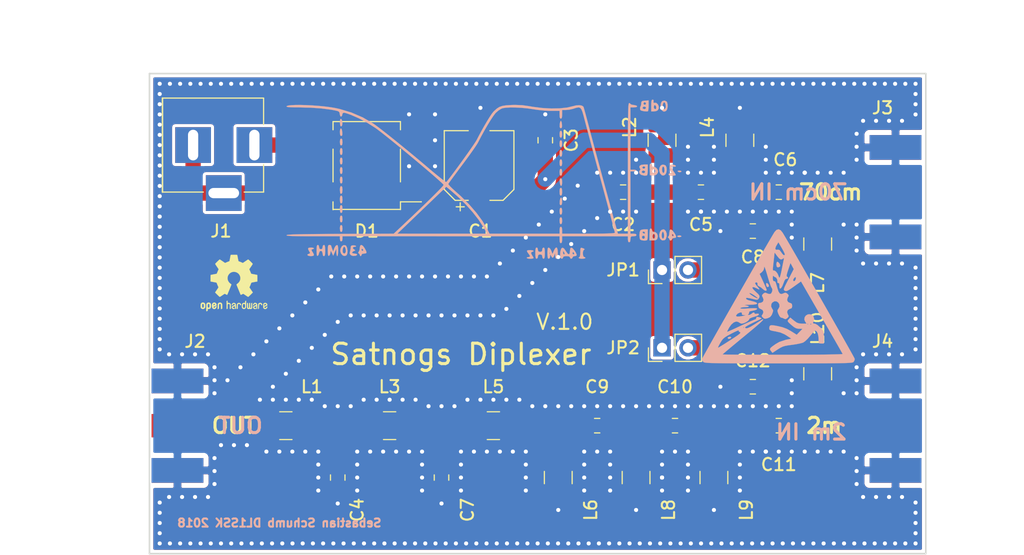
<source format=kicad_pcb>
(kicad_pcb (version 20171130) (host pcbnew "(6.0.0-rc1-dev-163-g630631b41)")

  (general
    (thickness 1.6)
    (drawings 24)
    (tracks 532)
    (zones 0)
    (modules 32)
    (nets 17)
  )

  (page A4)
  (layers
    (0 F.Cu signal)
    (31 B.Cu signal)
    (32 B.Adhes user)
    (33 F.Adhes user hide)
    (34 B.Paste user)
    (35 F.Paste user)
    (36 B.SilkS user)
    (37 F.SilkS user)
    (38 B.Mask user)
    (39 F.Mask user)
    (40 Dwgs.User user)
    (41 Cmts.User user)
    (42 Eco1.User user)
    (43 Eco2.User user)
    (44 Edge.Cuts user)
    (45 Margin user)
    (46 B.CrtYd user)
    (47 F.CrtYd user)
    (48 B.Fab user)
    (49 F.Fab user)
  )

  (setup
    (last_trace_width 1.5)
    (user_trace_width 1)
    (user_trace_width 1.25)
    (user_trace_width 1.5)
    (trace_clearance 0.3)
    (zone_clearance 0.3)
    (zone_45_only no)
    (trace_min 0.2)
    (via_size 0.8)
    (via_drill 0.4)
    (via_min_size 0.4)
    (via_min_drill 0.3)
    (uvia_size 0.3)
    (uvia_drill 0.1)
    (uvias_allowed no)
    (uvia_min_size 0.2)
    (uvia_min_drill 0.1)
    (edge_width 0.15)
    (segment_width 0.2)
    (pcb_text_width 0.3)
    (pcb_text_size 1.5 1.5)
    (mod_edge_width 0.15)
    (mod_text_size 1.2 1.2)
    (mod_text_width 0.2)
    (pad_size 1.5 1.5)
    (pad_drill 0)
    (pad_to_mask_clearance 0.2)
    (aux_axis_origin 120 43)
    (visible_elements FFFFFF7F)
    (pcbplotparams
      (layerselection 0x010fc_ffffffff)
      (usegerberextensions true)
      (usegerberattributes false)
      (usegerberadvancedattributes false)
      (creategerberjobfile false)
      (excludeedgelayer true)
      (linewidth 0.100000)
      (plotframeref false)
      (viasonmask false)
      (mode 1)
      (useauxorigin true)
      (hpglpennumber 1)
      (hpglpenspeed 20)
      (hpglpendiameter 15.000000)
      (psnegative false)
      (psa4output false)
      (plotreference true)
      (plotvalue true)
      (plotinvisibletext false)
      (padsonsilk false)
      (subtractmaskfromsilk true)
      (outputformat 1)
      (mirror false)
      (drillshape 0)
      (scaleselection 1)
      (outputdirectory "gerber/"))
  )

  (net 0 "")
  (net 1 VCC)
  (net 2 GND)
  (net 3 "Net-(C2-Pad2)")
  (net 4 "Net-(C2-Pad1)")
  (net 5 "Net-(C4-Pad1)")
  (net 6 "Net-(C5-Pad1)")
  (net 7 "Net-(C6-Pad1)")
  (net 8 "Net-(C7-Pad1)")
  (net 9 "Net-(C10-Pad2)")
  (net 10 "Net-(C9-Pad2)")
  (net 11 "Net-(C10-Pad1)")
  (net 12 "Net-(C11-Pad1)")
  (net 13 "Net-(D1-Pad3)")
  (net 14 "Net-(D1-Pad4)")
  (net 15 "Net-(C8-Pad1)")
  (net 16 "Net-(C12-Pad1)")

  (net_class Default "This is the default net class."
    (clearance 0.3)
    (trace_width 1.5)
    (via_dia 0.8)
    (via_drill 0.4)
    (uvia_dia 0.3)
    (uvia_drill 0.1)
    (add_net GND)
    (add_net "Net-(C10-Pad1)")
    (add_net "Net-(C10-Pad2)")
    (add_net "Net-(C11-Pad1)")
    (add_net "Net-(C12-Pad1)")
    (add_net "Net-(C2-Pad1)")
    (add_net "Net-(C2-Pad2)")
    (add_net "Net-(C4-Pad1)")
    (add_net "Net-(C5-Pad1)")
    (add_net "Net-(C6-Pad1)")
    (add_net "Net-(C7-Pad1)")
    (add_net "Net-(C8-Pad1)")
    (add_net "Net-(C9-Pad2)")
    (add_net "Net-(D1-Pad3)")
    (add_net "Net-(D1-Pad4)")
    (add_net VCC)
  )

  (module Capacitor_SMD:CP_Elec_6.3x5.3 (layer F.Cu) (tedit 5B3026A2) (tstamp 5B7E7287)
    (at 152.27 52 90)
    (descr "SMT capacitor, aluminium electrolytic, 6.3x5.3, Cornell Dubilier Electronics ")
    (tags "Capacitor Electrolytic")
    (path /5B5CF05F)
    (attr smd)
    (fp_text reference C1 (at -6.42 0.13 180) (layer F.SilkS)
      (effects (font (size 1.2 1.2) (thickness 0.2)))
    )
    (fp_text value 47uF (at 0 4.35 90) (layer F.Fab)
      (effects (font (size 1 1) (thickness 0.15)))
    )
    (fp_circle (center 0 0) (end 3.15 0) (layer F.Fab) (width 0.1))
    (fp_line (start 3.3 -3.3) (end 3.3 3.3) (layer F.Fab) (width 0.1))
    (fp_line (start -2.3 -3.3) (end 3.3 -3.3) (layer F.Fab) (width 0.1))
    (fp_line (start -2.3 3.3) (end 3.3 3.3) (layer F.Fab) (width 0.1))
    (fp_line (start -3.3 -2.3) (end -3.3 2.3) (layer F.Fab) (width 0.1))
    (fp_line (start -3.3 -2.3) (end -2.3 -3.3) (layer F.Fab) (width 0.1))
    (fp_line (start -3.3 2.3) (end -2.3 3.3) (layer F.Fab) (width 0.1))
    (fp_line (start -2.704838 -1.33) (end -2.074838 -1.33) (layer F.Fab) (width 0.1))
    (fp_line (start -2.389838 -1.645) (end -2.389838 -1.015) (layer F.Fab) (width 0.1))
    (fp_line (start 3.41 3.41) (end 3.41 1.06) (layer F.SilkS) (width 0.12))
    (fp_line (start 3.41 -3.41) (end 3.41 -1.06) (layer F.SilkS) (width 0.12))
    (fp_line (start -2.345563 -3.41) (end 3.41 -3.41) (layer F.SilkS) (width 0.12))
    (fp_line (start -2.345563 3.41) (end 3.41 3.41) (layer F.SilkS) (width 0.12))
    (fp_line (start -3.41 2.345563) (end -3.41 1.06) (layer F.SilkS) (width 0.12))
    (fp_line (start -3.41 -2.345563) (end -3.41 -1.06) (layer F.SilkS) (width 0.12))
    (fp_line (start -3.41 -2.345563) (end -2.345563 -3.41) (layer F.SilkS) (width 0.12))
    (fp_line (start -3.41 2.345563) (end -2.345563 3.41) (layer F.SilkS) (width 0.12))
    (fp_line (start -4.4375 -1.8475) (end -3.65 -1.8475) (layer F.SilkS) (width 0.12))
    (fp_line (start -4.04375 -2.24125) (end -4.04375 -1.45375) (layer F.SilkS) (width 0.12))
    (fp_line (start 3.55 -3.55) (end 3.55 -1.05) (layer F.CrtYd) (width 0.05))
    (fp_line (start 3.55 -1.05) (end 4.8 -1.05) (layer F.CrtYd) (width 0.05))
    (fp_line (start 4.8 -1.05) (end 4.8 1.05) (layer F.CrtYd) (width 0.05))
    (fp_line (start 4.8 1.05) (end 3.55 1.05) (layer F.CrtYd) (width 0.05))
    (fp_line (start 3.55 1.05) (end 3.55 3.55) (layer F.CrtYd) (width 0.05))
    (fp_line (start -2.4 3.55) (end 3.55 3.55) (layer F.CrtYd) (width 0.05))
    (fp_line (start -2.4 -3.55) (end 3.55 -3.55) (layer F.CrtYd) (width 0.05))
    (fp_line (start -3.55 2.4) (end -2.4 3.55) (layer F.CrtYd) (width 0.05))
    (fp_line (start -3.55 -2.4) (end -2.4 -3.55) (layer F.CrtYd) (width 0.05))
    (fp_line (start -3.55 -2.4) (end -3.55 -1.05) (layer F.CrtYd) (width 0.05))
    (fp_line (start -3.55 1.05) (end -3.55 2.4) (layer F.CrtYd) (width 0.05))
    (fp_line (start -3.55 -1.05) (end -4.8 -1.05) (layer F.CrtYd) (width 0.05))
    (fp_line (start -4.8 -1.05) (end -4.8 1.05) (layer F.CrtYd) (width 0.05))
    (fp_line (start -4.8 1.05) (end -3.55 1.05) (layer F.CrtYd) (width 0.05))
    (fp_text user %R (at 0 0 90) (layer F.Fab)
      (effects (font (size 1 1) (thickness 0.15)))
    )
    (pad 1 smd rect (at -2.8 0 90) (size 3.5 1.6) (layers F.Cu F.Paste F.Mask)
      (net 1 VCC))
    (pad 2 smd rect (at 2.8 0 90) (size 3.5 1.6) (layers F.Cu F.Paste F.Mask)
      (net 2 GND))
    (model ${KISYS3DMOD}/Capacitor_SMD.3dshapes/CP_Elec_6.3x5.3.wrl
      (at (xyz 0 0 0))
      (scale (xyz 1 1 1))
      (rotate (xyz 0 0 0))
    )
  )

  (module Capacitor_SMD:C_0805_2012Metric_Pad1.15x1.40mm_HandSolder (layer F.Cu) (tedit 5B36C52B) (tstamp 5B7E7277)
    (at 166.37 54.61 180)
    (descr "Capacitor SMD 0805 (2012 Metric), square (rectangular) end terminal, IPC_7351 nominal with elongated pad for handsoldering. (Body size source: https://docs.google.com/spreadsheets/d/1BsfQQcO9C6DZCsRaXUlFlo91Tg2WpOkGARC1WS5S8t0/edit?usp=sharing), generated with kicad-footprint-generator")
    (tags "capacitor handsolder")
    (path /5B5A10F8)
    (attr smd)
    (fp_text reference C2 (at 0 -3.175 180) (layer F.SilkS)
      (effects (font (size 1.2 1.2) (thickness 0.2)))
    )
    (fp_text value 4.7pF (at 0 1.65 180) (layer F.Fab)
      (effects (font (size 1 1) (thickness 0.15)))
    )
    (fp_line (start -1 0.6) (end -1 -0.6) (layer F.Fab) (width 0.1))
    (fp_line (start -1 -0.6) (end 1 -0.6) (layer F.Fab) (width 0.1))
    (fp_line (start 1 -0.6) (end 1 0.6) (layer F.Fab) (width 0.1))
    (fp_line (start 1 0.6) (end -1 0.6) (layer F.Fab) (width 0.1))
    (fp_line (start -0.261252 -0.71) (end 0.261252 -0.71) (layer F.SilkS) (width 0.12))
    (fp_line (start -0.261252 0.71) (end 0.261252 0.71) (layer F.SilkS) (width 0.12))
    (fp_line (start -1.85 0.95) (end -1.85 -0.95) (layer F.CrtYd) (width 0.05))
    (fp_line (start -1.85 -0.95) (end 1.85 -0.95) (layer F.CrtYd) (width 0.05))
    (fp_line (start 1.85 -0.95) (end 1.85 0.95) (layer F.CrtYd) (width 0.05))
    (fp_line (start 1.85 0.95) (end -1.85 0.95) (layer F.CrtYd) (width 0.05))
    (fp_text user %R (at 0 0 180) (layer F.Fab)
      (effects (font (size 0.5 0.5) (thickness 0.08)))
    )
    (pad 1 smd roundrect (at -1.025 0 180) (size 1.15 1.4) (layers F.Cu F.Paste F.Mask) (roundrect_rratio 0.217391)
      (net 4 "Net-(C2-Pad1)"))
    (pad 2 smd roundrect (at 1.025 0 180) (size 1.15 1.4) (layers F.Cu F.Paste F.Mask) (roundrect_rratio 0.217391)
      (net 3 "Net-(C2-Pad2)"))
    (model ${KISYS3DMOD}/Capacitor_SMD.3dshapes/C_0805_2012Metric.wrl
      (at (xyz 0 0 0))
      (scale (xyz 1 1 1))
      (rotate (xyz 0 0 0))
    )
  )

  (module Capacitor_SMD:C_0805_2012Metric_Pad1.15x1.40mm_HandSolder (layer F.Cu) (tedit 5B36C52B) (tstamp 5B7E7267)
    (at 158.75 49.53 90)
    (descr "Capacitor SMD 0805 (2012 Metric), square (rectangular) end terminal, IPC_7351 nominal with elongated pad for handsoldering. (Body size source: https://docs.google.com/spreadsheets/d/1BsfQQcO9C6DZCsRaXUlFlo91Tg2WpOkGARC1WS5S8t0/edit?usp=sharing), generated with kicad-footprint-generator")
    (tags "capacitor handsolder")
    (path /5B5BBC94)
    (attr smd)
    (fp_text reference C3 (at 0 2.54 90) (layer F.SilkS)
      (effects (font (size 1.2 1.2) (thickness 0.2)))
    )
    (fp_text value 100nF (at 0 1.65 90) (layer F.Fab)
      (effects (font (size 1 1) (thickness 0.15)))
    )
    (fp_text user %R (at 0 0 90) (layer F.Fab)
      (effects (font (size 0.5 0.5) (thickness 0.08)))
    )
    (fp_line (start 1.85 0.95) (end -1.85 0.95) (layer F.CrtYd) (width 0.05))
    (fp_line (start 1.85 -0.95) (end 1.85 0.95) (layer F.CrtYd) (width 0.05))
    (fp_line (start -1.85 -0.95) (end 1.85 -0.95) (layer F.CrtYd) (width 0.05))
    (fp_line (start -1.85 0.95) (end -1.85 -0.95) (layer F.CrtYd) (width 0.05))
    (fp_line (start -0.261252 0.71) (end 0.261252 0.71) (layer F.SilkS) (width 0.12))
    (fp_line (start -0.261252 -0.71) (end 0.261252 -0.71) (layer F.SilkS) (width 0.12))
    (fp_line (start 1 0.6) (end -1 0.6) (layer F.Fab) (width 0.1))
    (fp_line (start 1 -0.6) (end 1 0.6) (layer F.Fab) (width 0.1))
    (fp_line (start -1 -0.6) (end 1 -0.6) (layer F.Fab) (width 0.1))
    (fp_line (start -1 0.6) (end -1 -0.6) (layer F.Fab) (width 0.1))
    (pad 2 smd roundrect (at 1.025 0 90) (size 1.15 1.4) (layers F.Cu F.Paste F.Mask) (roundrect_rratio 0.217391)
      (net 2 GND))
    (pad 1 smd roundrect (at -1.025 0 90) (size 1.15 1.4) (layers F.Cu F.Paste F.Mask) (roundrect_rratio 0.217391)
      (net 1 VCC))
    (model ${KISYS3DMOD}/Capacitor_SMD.3dshapes/C_0805_2012Metric.wrl
      (at (xyz 0 0 0))
      (scale (xyz 1 1 1))
      (rotate (xyz 0 0 0))
    )
  )

  (module Capacitor_SMD:C_0805_2012Metric_Pad1.15x1.40mm_HandSolder (layer F.Cu) (tedit 5B36C52B) (tstamp 5B7E7257)
    (at 138.43 82.55 270)
    (descr "Capacitor SMD 0805 (2012 Metric), square (rectangular) end terminal, IPC_7351 nominal with elongated pad for handsoldering. (Body size source: https://docs.google.com/spreadsheets/d/1BsfQQcO9C6DZCsRaXUlFlo91Tg2WpOkGARC1WS5S8t0/edit?usp=sharing), generated with kicad-footprint-generator")
    (tags "capacitor handsolder")
    (path /5B5A2064)
    (attr smd)
    (fp_text reference C4 (at 3.175 -1.905 270) (layer F.SilkS)
      (effects (font (size 1.2 1.2) (thickness 0.2)))
    )
    (fp_text value 18pF (at 0 1.65 270) (layer F.Fab)
      (effects (font (size 1 1) (thickness 0.15)))
    )
    (fp_line (start -1 0.6) (end -1 -0.6) (layer F.Fab) (width 0.1))
    (fp_line (start -1 -0.6) (end 1 -0.6) (layer F.Fab) (width 0.1))
    (fp_line (start 1 -0.6) (end 1 0.6) (layer F.Fab) (width 0.1))
    (fp_line (start 1 0.6) (end -1 0.6) (layer F.Fab) (width 0.1))
    (fp_line (start -0.261252 -0.71) (end 0.261252 -0.71) (layer F.SilkS) (width 0.12))
    (fp_line (start -0.261252 0.71) (end 0.261252 0.71) (layer F.SilkS) (width 0.12))
    (fp_line (start -1.85 0.95) (end -1.85 -0.95) (layer F.CrtYd) (width 0.05))
    (fp_line (start -1.85 -0.95) (end 1.85 -0.95) (layer F.CrtYd) (width 0.05))
    (fp_line (start 1.85 -0.95) (end 1.85 0.95) (layer F.CrtYd) (width 0.05))
    (fp_line (start 1.85 0.95) (end -1.85 0.95) (layer F.CrtYd) (width 0.05))
    (fp_text user %R (at 0 0 270) (layer F.Fab)
      (effects (font (size 0.5 0.5) (thickness 0.08)))
    )
    (pad 1 smd roundrect (at -1.025 0 270) (size 1.15 1.4) (layers F.Cu F.Paste F.Mask) (roundrect_rratio 0.217391)
      (net 5 "Net-(C4-Pad1)"))
    (pad 2 smd roundrect (at 1.025 0 270) (size 1.15 1.4) (layers F.Cu F.Paste F.Mask) (roundrect_rratio 0.217391)
      (net 2 GND))
    (model ${KISYS3DMOD}/Capacitor_SMD.3dshapes/C_0805_2012Metric.wrl
      (at (xyz 0 0 0))
      (scale (xyz 1 1 1))
      (rotate (xyz 0 0 0))
    )
  )

  (module Capacitor_SMD:C_0805_2012Metric_Pad1.15x1.40mm_HandSolder (layer F.Cu) (tedit 5B36C52B) (tstamp 5B7E7247)
    (at 173.99 54.61 180)
    (descr "Capacitor SMD 0805 (2012 Metric), square (rectangular) end terminal, IPC_7351 nominal with elongated pad for handsoldering. (Body size source: https://docs.google.com/spreadsheets/d/1BsfQQcO9C6DZCsRaXUlFlo91Tg2WpOkGARC1WS5S8t0/edit?usp=sharing), generated with kicad-footprint-generator")
    (tags "capacitor handsolder")
    (path /5B5A115F)
    (attr smd)
    (fp_text reference C5 (at 0 -3.175 180) (layer F.SilkS)
      (effects (font (size 1.2 1.2) (thickness 0.2)))
    )
    (fp_text value 2.7pF (at 0 1.65 180) (layer F.Fab)
      (effects (font (size 1 1) (thickness 0.15)))
    )
    (fp_text user %R (at 0 0 180) (layer F.Fab)
      (effects (font (size 0.5 0.5) (thickness 0.08)))
    )
    (fp_line (start 1.85 0.95) (end -1.85 0.95) (layer F.CrtYd) (width 0.05))
    (fp_line (start 1.85 -0.95) (end 1.85 0.95) (layer F.CrtYd) (width 0.05))
    (fp_line (start -1.85 -0.95) (end 1.85 -0.95) (layer F.CrtYd) (width 0.05))
    (fp_line (start -1.85 0.95) (end -1.85 -0.95) (layer F.CrtYd) (width 0.05))
    (fp_line (start -0.261252 0.71) (end 0.261252 0.71) (layer F.SilkS) (width 0.12))
    (fp_line (start -0.261252 -0.71) (end 0.261252 -0.71) (layer F.SilkS) (width 0.12))
    (fp_line (start 1 0.6) (end -1 0.6) (layer F.Fab) (width 0.1))
    (fp_line (start 1 -0.6) (end 1 0.6) (layer F.Fab) (width 0.1))
    (fp_line (start -1 -0.6) (end 1 -0.6) (layer F.Fab) (width 0.1))
    (fp_line (start -1 0.6) (end -1 -0.6) (layer F.Fab) (width 0.1))
    (pad 2 smd roundrect (at 1.025 0 180) (size 1.15 1.4) (layers F.Cu F.Paste F.Mask) (roundrect_rratio 0.217391)
      (net 4 "Net-(C2-Pad1)"))
    (pad 1 smd roundrect (at -1.025 0 180) (size 1.15 1.4) (layers F.Cu F.Paste F.Mask) (roundrect_rratio 0.217391)
      (net 6 "Net-(C5-Pad1)"))
    (model ${KISYS3DMOD}/Capacitor_SMD.3dshapes/C_0805_2012Metric.wrl
      (at (xyz 0 0 0))
      (scale (xyz 1 1 1))
      (rotate (xyz 0 0 0))
    )
  )

  (module Capacitor_SMD:C_0805_2012Metric_Pad1.15x1.40mm_HandSolder (layer F.Cu) (tedit 5B36C52B) (tstamp 5B7E7237)
    (at 181.61 54.61 180)
    (descr "Capacitor SMD 0805 (2012 Metric), square (rectangular) end terminal, IPC_7351 nominal with elongated pad for handsoldering. (Body size source: https://docs.google.com/spreadsheets/d/1BsfQQcO9C6DZCsRaXUlFlo91Tg2WpOkGARC1WS5S8t0/edit?usp=sharing), generated with kicad-footprint-generator")
    (tags "capacitor handsolder")
    (path /5B5A11B7)
    (attr smd)
    (fp_text reference C6 (at -0.635 3.175 180) (layer F.SilkS)
      (effects (font (size 1.2 1.2) (thickness 0.2)))
    )
    (fp_text value 4.7pF (at 0 1.65 180) (layer F.Fab)
      (effects (font (size 1 1) (thickness 0.15)))
    )
    (fp_line (start -1 0.6) (end -1 -0.6) (layer F.Fab) (width 0.1))
    (fp_line (start -1 -0.6) (end 1 -0.6) (layer F.Fab) (width 0.1))
    (fp_line (start 1 -0.6) (end 1 0.6) (layer F.Fab) (width 0.1))
    (fp_line (start 1 0.6) (end -1 0.6) (layer F.Fab) (width 0.1))
    (fp_line (start -0.261252 -0.71) (end 0.261252 -0.71) (layer F.SilkS) (width 0.12))
    (fp_line (start -0.261252 0.71) (end 0.261252 0.71) (layer F.SilkS) (width 0.12))
    (fp_line (start -1.85 0.95) (end -1.85 -0.95) (layer F.CrtYd) (width 0.05))
    (fp_line (start -1.85 -0.95) (end 1.85 -0.95) (layer F.CrtYd) (width 0.05))
    (fp_line (start 1.85 -0.95) (end 1.85 0.95) (layer F.CrtYd) (width 0.05))
    (fp_line (start 1.85 0.95) (end -1.85 0.95) (layer F.CrtYd) (width 0.05))
    (fp_text user %R (at 0 0 180) (layer F.Fab)
      (effects (font (size 0.5 0.5) (thickness 0.08)))
    )
    (pad 1 smd roundrect (at -1.025 0 180) (size 1.15 1.4) (layers F.Cu F.Paste F.Mask) (roundrect_rratio 0.217391)
      (net 7 "Net-(C6-Pad1)"))
    (pad 2 smd roundrect (at 1.025 0 180) (size 1.15 1.4) (layers F.Cu F.Paste F.Mask) (roundrect_rratio 0.217391)
      (net 6 "Net-(C5-Pad1)"))
    (model ${KISYS3DMOD}/Capacitor_SMD.3dshapes/C_0805_2012Metric.wrl
      (at (xyz 0 0 0))
      (scale (xyz 1 1 1))
      (rotate (xyz 0 0 0))
    )
  )

  (module Capacitor_SMD:C_0805_2012Metric_Pad1.15x1.40mm_HandSolder (layer F.Cu) (tedit 5B36C52B) (tstamp 5B7E7227)
    (at 148.59 82.55 270)
    (descr "Capacitor SMD 0805 (2012 Metric), square (rectangular) end terminal, IPC_7351 nominal with elongated pad for handsoldering. (Body size source: https://docs.google.com/spreadsheets/d/1BsfQQcO9C6DZCsRaXUlFlo91Tg2WpOkGARC1WS5S8t0/edit?usp=sharing), generated with kicad-footprint-generator")
    (tags "capacitor handsolder")
    (path /5B5A20F9)
    (attr smd)
    (fp_text reference C7 (at 3.175 -2.54 270) (layer F.SilkS)
      (effects (font (size 1.2 1.2) (thickness 0.2)))
    )
    (fp_text value 18pF (at 0 1.65 270) (layer F.Fab)
      (effects (font (size 1 1) (thickness 0.15)))
    )
    (fp_text user %R (at 0 0 270) (layer F.Fab)
      (effects (font (size 0.5 0.5) (thickness 0.08)))
    )
    (fp_line (start 1.85 0.95) (end -1.85 0.95) (layer F.CrtYd) (width 0.05))
    (fp_line (start 1.85 -0.95) (end 1.85 0.95) (layer F.CrtYd) (width 0.05))
    (fp_line (start -1.85 -0.95) (end 1.85 -0.95) (layer F.CrtYd) (width 0.05))
    (fp_line (start -1.85 0.95) (end -1.85 -0.95) (layer F.CrtYd) (width 0.05))
    (fp_line (start -0.261252 0.71) (end 0.261252 0.71) (layer F.SilkS) (width 0.12))
    (fp_line (start -0.261252 -0.71) (end 0.261252 -0.71) (layer F.SilkS) (width 0.12))
    (fp_line (start 1 0.6) (end -1 0.6) (layer F.Fab) (width 0.1))
    (fp_line (start 1 -0.6) (end 1 0.6) (layer F.Fab) (width 0.1))
    (fp_line (start -1 -0.6) (end 1 -0.6) (layer F.Fab) (width 0.1))
    (fp_line (start -1 0.6) (end -1 -0.6) (layer F.Fab) (width 0.1))
    (pad 2 smd roundrect (at 1.025 0 270) (size 1.15 1.4) (layers F.Cu F.Paste F.Mask) (roundrect_rratio 0.217391)
      (net 2 GND))
    (pad 1 smd roundrect (at -1.025 0 270) (size 1.15 1.4) (layers F.Cu F.Paste F.Mask) (roundrect_rratio 0.217391)
      (net 8 "Net-(C7-Pad1)"))
    (model ${KISYS3DMOD}/Capacitor_SMD.3dshapes/C_0805_2012Metric.wrl
      (at (xyz 0 0 0))
      (scale (xyz 1 1 1))
      (rotate (xyz 0 0 0))
    )
  )

  (module Capacitor_SMD:C_0805_2012Metric_Pad1.15x1.40mm_HandSolder (layer F.Cu) (tedit 5B36C52B) (tstamp 5B7E7217)
    (at 179.07 58.42 180)
    (descr "Capacitor SMD 0805 (2012 Metric), square (rectangular) end terminal, IPC_7351 nominal with elongated pad for handsoldering. (Body size source: https://docs.google.com/spreadsheets/d/1BsfQQcO9C6DZCsRaXUlFlo91Tg2WpOkGARC1WS5S8t0/edit?usp=sharing), generated with kicad-footprint-generator")
    (tags "capacitor handsolder")
    (path /5B5AB8F2)
    (attr smd)
    (fp_text reference C8 (at 0 -2.54 180) (layer F.SilkS)
      (effects (font (size 1.2 1.2) (thickness 0.2)))
    )
    (fp_text value 10nF (at 0 1.65 180) (layer F.Fab)
      (effects (font (size 1 1) (thickness 0.15)))
    )
    (fp_line (start -1 0.6) (end -1 -0.6) (layer F.Fab) (width 0.1))
    (fp_line (start -1 -0.6) (end 1 -0.6) (layer F.Fab) (width 0.1))
    (fp_line (start 1 -0.6) (end 1 0.6) (layer F.Fab) (width 0.1))
    (fp_line (start 1 0.6) (end -1 0.6) (layer F.Fab) (width 0.1))
    (fp_line (start -0.261252 -0.71) (end 0.261252 -0.71) (layer F.SilkS) (width 0.12))
    (fp_line (start -0.261252 0.71) (end 0.261252 0.71) (layer F.SilkS) (width 0.12))
    (fp_line (start -1.85 0.95) (end -1.85 -0.95) (layer F.CrtYd) (width 0.05))
    (fp_line (start -1.85 -0.95) (end 1.85 -0.95) (layer F.CrtYd) (width 0.05))
    (fp_line (start 1.85 -0.95) (end 1.85 0.95) (layer F.CrtYd) (width 0.05))
    (fp_line (start 1.85 0.95) (end -1.85 0.95) (layer F.CrtYd) (width 0.05))
    (fp_text user %R (at 0 0 180) (layer F.Fab)
      (effects (font (size 0.5 0.5) (thickness 0.08)))
    )
    (pad 1 smd roundrect (at -1.025 0 180) (size 1.15 1.4) (layers F.Cu F.Paste F.Mask) (roundrect_rratio 0.217391)
      (net 15 "Net-(C8-Pad1)"))
    (pad 2 smd roundrect (at 1.025 0 180) (size 1.15 1.4) (layers F.Cu F.Paste F.Mask) (roundrect_rratio 0.217391)
      (net 2 GND))
    (model ${KISYS3DMOD}/Capacitor_SMD.3dshapes/C_0805_2012Metric.wrl
      (at (xyz 0 0 0))
      (scale (xyz 1 1 1))
      (rotate (xyz 0 0 0))
    )
  )

  (module Capacitor_SMD:C_0805_2012Metric_Pad1.15x1.40mm_HandSolder (layer F.Cu) (tedit 5B36C52B) (tstamp 5B7E7207)
    (at 163.83 77.47 180)
    (descr "Capacitor SMD 0805 (2012 Metric), square (rectangular) end terminal, IPC_7351 nominal with elongated pad for handsoldering. (Body size source: https://docs.google.com/spreadsheets/d/1BsfQQcO9C6DZCsRaXUlFlo91Tg2WpOkGARC1WS5S8t0/edit?usp=sharing), generated with kicad-footprint-generator")
    (tags "capacitor handsolder")
    (path /5B5A44DC)
    (attr smd)
    (fp_text reference C9 (at 0 3.81 180) (layer F.SilkS)
      (effects (font (size 1.2 1.2) (thickness 0.2)))
    )
    (fp_text value 27pF (at 0 1.65 180) (layer F.Fab)
      (effects (font (size 1 1) (thickness 0.15)))
    )
    (fp_text user %R (at 0 0 180) (layer F.Fab)
      (effects (font (size 0.5 0.5) (thickness 0.08)))
    )
    (fp_line (start 1.85 0.95) (end -1.85 0.95) (layer F.CrtYd) (width 0.05))
    (fp_line (start 1.85 -0.95) (end 1.85 0.95) (layer F.CrtYd) (width 0.05))
    (fp_line (start -1.85 -0.95) (end 1.85 -0.95) (layer F.CrtYd) (width 0.05))
    (fp_line (start -1.85 0.95) (end -1.85 -0.95) (layer F.CrtYd) (width 0.05))
    (fp_line (start -0.261252 0.71) (end 0.261252 0.71) (layer F.SilkS) (width 0.12))
    (fp_line (start -0.261252 -0.71) (end 0.261252 -0.71) (layer F.SilkS) (width 0.12))
    (fp_line (start 1 0.6) (end -1 0.6) (layer F.Fab) (width 0.1))
    (fp_line (start 1 -0.6) (end 1 0.6) (layer F.Fab) (width 0.1))
    (fp_line (start -1 -0.6) (end 1 -0.6) (layer F.Fab) (width 0.1))
    (fp_line (start -1 0.6) (end -1 -0.6) (layer F.Fab) (width 0.1))
    (pad 2 smd roundrect (at 1.025 0 180) (size 1.15 1.4) (layers F.Cu F.Paste F.Mask) (roundrect_rratio 0.217391)
      (net 10 "Net-(C9-Pad2)"))
    (pad 1 smd roundrect (at -1.025 0 180) (size 1.15 1.4) (layers F.Cu F.Paste F.Mask) (roundrect_rratio 0.217391)
      (net 9 "Net-(C10-Pad2)"))
    (model ${KISYS3DMOD}/Capacitor_SMD.3dshapes/C_0805_2012Metric.wrl
      (at (xyz 0 0 0))
      (scale (xyz 1 1 1))
      (rotate (xyz 0 0 0))
    )
  )

  (module Capacitor_SMD:C_0805_2012Metric_Pad1.15x1.40mm_HandSolder (layer F.Cu) (tedit 5B36C52B) (tstamp 5B7E71F7)
    (at 171.45 77.47 180)
    (descr "Capacitor SMD 0805 (2012 Metric), square (rectangular) end terminal, IPC_7351 nominal with elongated pad for handsoldering. (Body size source: https://docs.google.com/spreadsheets/d/1BsfQQcO9C6DZCsRaXUlFlo91Tg2WpOkGARC1WS5S8t0/edit?usp=sharing), generated with kicad-footprint-generator")
    (tags "capacitor handsolder")
    (path /5B5A44E2)
    (attr smd)
    (fp_text reference C10 (at 0 3.81 180) (layer F.SilkS)
      (effects (font (size 1.2 1.2) (thickness 0.2)))
    )
    (fp_text value 27pF (at 0 1.65 180) (layer F.Fab)
      (effects (font (size 1 1) (thickness 0.15)))
    )
    (fp_line (start -1 0.6) (end -1 -0.6) (layer F.Fab) (width 0.1))
    (fp_line (start -1 -0.6) (end 1 -0.6) (layer F.Fab) (width 0.1))
    (fp_line (start 1 -0.6) (end 1 0.6) (layer F.Fab) (width 0.1))
    (fp_line (start 1 0.6) (end -1 0.6) (layer F.Fab) (width 0.1))
    (fp_line (start -0.261252 -0.71) (end 0.261252 -0.71) (layer F.SilkS) (width 0.12))
    (fp_line (start -0.261252 0.71) (end 0.261252 0.71) (layer F.SilkS) (width 0.12))
    (fp_line (start -1.85 0.95) (end -1.85 -0.95) (layer F.CrtYd) (width 0.05))
    (fp_line (start -1.85 -0.95) (end 1.85 -0.95) (layer F.CrtYd) (width 0.05))
    (fp_line (start 1.85 -0.95) (end 1.85 0.95) (layer F.CrtYd) (width 0.05))
    (fp_line (start 1.85 0.95) (end -1.85 0.95) (layer F.CrtYd) (width 0.05))
    (fp_text user %R (at 0 0 180) (layer F.Fab)
      (effects (font (size 0.5 0.5) (thickness 0.08)))
    )
    (pad 1 smd roundrect (at -1.025 0 180) (size 1.15 1.4) (layers F.Cu F.Paste F.Mask) (roundrect_rratio 0.217391)
      (net 11 "Net-(C10-Pad1)"))
    (pad 2 smd roundrect (at 1.025 0 180) (size 1.15 1.4) (layers F.Cu F.Paste F.Mask) (roundrect_rratio 0.217391)
      (net 9 "Net-(C10-Pad2)"))
    (model ${KISYS3DMOD}/Capacitor_SMD.3dshapes/C_0805_2012Metric.wrl
      (at (xyz 0 0 0))
      (scale (xyz 1 1 1))
      (rotate (xyz 0 0 0))
    )
  )

  (module Capacitor_SMD:C_0805_2012Metric_Pad1.15x1.40mm_HandSolder (layer F.Cu) (tedit 5B36C52B) (tstamp 5B7E71E7)
    (at 181.61 77.47 180)
    (descr "Capacitor SMD 0805 (2012 Metric), square (rectangular) end terminal, IPC_7351 nominal with elongated pad for handsoldering. (Body size source: https://docs.google.com/spreadsheets/d/1BsfQQcO9C6DZCsRaXUlFlo91Tg2WpOkGARC1WS5S8t0/edit?usp=sharing), generated with kicad-footprint-generator")
    (tags "capacitor handsolder")
    (path /5B5B0B59)
    (attr smd)
    (fp_text reference C11 (at 0 -3.81 180) (layer F.SilkS)
      (effects (font (size 1.2 1.2) (thickness 0.2)))
    )
    (fp_text value 1nF (at 0 1.65 180) (layer F.Fab)
      (effects (font (size 1 1) (thickness 0.15)))
    )
    (fp_text user %R (at 0 0 180) (layer F.Fab)
      (effects (font (size 0.5 0.5) (thickness 0.08)))
    )
    (fp_line (start 1.85 0.95) (end -1.85 0.95) (layer F.CrtYd) (width 0.05))
    (fp_line (start 1.85 -0.95) (end 1.85 0.95) (layer F.CrtYd) (width 0.05))
    (fp_line (start -1.85 -0.95) (end 1.85 -0.95) (layer F.CrtYd) (width 0.05))
    (fp_line (start -1.85 0.95) (end -1.85 -0.95) (layer F.CrtYd) (width 0.05))
    (fp_line (start -0.261252 0.71) (end 0.261252 0.71) (layer F.SilkS) (width 0.12))
    (fp_line (start -0.261252 -0.71) (end 0.261252 -0.71) (layer F.SilkS) (width 0.12))
    (fp_line (start 1 0.6) (end -1 0.6) (layer F.Fab) (width 0.1))
    (fp_line (start 1 -0.6) (end 1 0.6) (layer F.Fab) (width 0.1))
    (fp_line (start -1 -0.6) (end 1 -0.6) (layer F.Fab) (width 0.1))
    (fp_line (start -1 0.6) (end -1 -0.6) (layer F.Fab) (width 0.1))
    (pad 2 smd roundrect (at 1.025 0 180) (size 1.15 1.4) (layers F.Cu F.Paste F.Mask) (roundrect_rratio 0.217391)
      (net 11 "Net-(C10-Pad1)"))
    (pad 1 smd roundrect (at -1.025 0 180) (size 1.15 1.4) (layers F.Cu F.Paste F.Mask) (roundrect_rratio 0.217391)
      (net 12 "Net-(C11-Pad1)"))
    (model ${KISYS3DMOD}/Capacitor_SMD.3dshapes/C_0805_2012Metric.wrl
      (at (xyz 0 0 0))
      (scale (xyz 1 1 1))
      (rotate (xyz 0 0 0))
    )
  )

  (module Capacitor_SMD:C_0805_2012Metric_Pad1.15x1.40mm_HandSolder (layer F.Cu) (tedit 5B36C52B) (tstamp 5B7E71D7)
    (at 179.07 73.66 180)
    (descr "Capacitor SMD 0805 (2012 Metric), square (rectangular) end terminal, IPC_7351 nominal with elongated pad for handsoldering. (Body size source: https://docs.google.com/spreadsheets/d/1BsfQQcO9C6DZCsRaXUlFlo91Tg2WpOkGARC1WS5S8t0/edit?usp=sharing), generated with kicad-footprint-generator")
    (tags "capacitor handsolder")
    (path /5B5B0104)
    (attr smd)
    (fp_text reference C12 (at 0 2.54 180) (layer F.SilkS)
      (effects (font (size 1.2 1.2) (thickness 0.2)))
    )
    (fp_text value 10nF (at 0 1.65 180) (layer F.Fab)
      (effects (font (size 1 1) (thickness 0.15)))
    )
    (fp_line (start -1 0.6) (end -1 -0.6) (layer F.Fab) (width 0.1))
    (fp_line (start -1 -0.6) (end 1 -0.6) (layer F.Fab) (width 0.1))
    (fp_line (start 1 -0.6) (end 1 0.6) (layer F.Fab) (width 0.1))
    (fp_line (start 1 0.6) (end -1 0.6) (layer F.Fab) (width 0.1))
    (fp_line (start -0.261252 -0.71) (end 0.261252 -0.71) (layer F.SilkS) (width 0.12))
    (fp_line (start -0.261252 0.71) (end 0.261252 0.71) (layer F.SilkS) (width 0.12))
    (fp_line (start -1.85 0.95) (end -1.85 -0.95) (layer F.CrtYd) (width 0.05))
    (fp_line (start -1.85 -0.95) (end 1.85 -0.95) (layer F.CrtYd) (width 0.05))
    (fp_line (start 1.85 -0.95) (end 1.85 0.95) (layer F.CrtYd) (width 0.05))
    (fp_line (start 1.85 0.95) (end -1.85 0.95) (layer F.CrtYd) (width 0.05))
    (fp_text user %R (at 0 0 180) (layer F.Fab)
      (effects (font (size 0.5 0.5) (thickness 0.08)))
    )
    (pad 1 smd roundrect (at -1.025 0 180) (size 1.15 1.4) (layers F.Cu F.Paste F.Mask) (roundrect_rratio 0.217391)
      (net 16 "Net-(C12-Pad1)"))
    (pad 2 smd roundrect (at 1.025 0 180) (size 1.15 1.4) (layers F.Cu F.Paste F.Mask) (roundrect_rratio 0.217391)
      (net 2 GND))
    (model ${KISYS3DMOD}/Capacitor_SMD.3dshapes/C_0805_2012Metric.wrl
      (at (xyz 0 0 0))
      (scale (xyz 1 1 1))
      (rotate (xyz 0 0 0))
    )
  )

  (module Inductor_SMD:L_1210_3225Metric_Pad1.42x2.65mm_HandSolder (layer F.Cu) (tedit 5B301BBE) (tstamp 5B7E713B)
    (at 133.35 77.47)
    (descr "Capacitor SMD 1210 (3225 Metric), square (rectangular) end terminal, IPC_7351 nominal with elongated pad for handsoldering. (Body size source: http://www.tortai-tech.com/upload/download/2011102023233369053.pdf), generated with kicad-footprint-generator")
    (tags "inductor handsolder")
    (path /5B5A1BEF)
    (attr smd)
    (fp_text reference L1 (at 2.54 -3.81) (layer F.SilkS)
      (effects (font (size 1.2 1.2) (thickness 0.2)))
    )
    (fp_text value 68nH (at 0 2.28) (layer F.Fab)
      (effects (font (size 1 1) (thickness 0.15)))
    )
    (fp_text user %R (at 0 0) (layer F.Fab)
      (effects (font (size 0.8 0.8) (thickness 0.12)))
    )
    (fp_line (start 2.45 1.58) (end -2.45 1.58) (layer F.CrtYd) (width 0.05))
    (fp_line (start 2.45 -1.58) (end 2.45 1.58) (layer F.CrtYd) (width 0.05))
    (fp_line (start -2.45 -1.58) (end 2.45 -1.58) (layer F.CrtYd) (width 0.05))
    (fp_line (start -2.45 1.58) (end -2.45 -1.58) (layer F.CrtYd) (width 0.05))
    (fp_line (start -0.602064 1.36) (end 0.602064 1.36) (layer F.SilkS) (width 0.12))
    (fp_line (start -0.602064 -1.36) (end 0.602064 -1.36) (layer F.SilkS) (width 0.12))
    (fp_line (start 1.6 1.25) (end -1.6 1.25) (layer F.Fab) (width 0.1))
    (fp_line (start 1.6 -1.25) (end 1.6 1.25) (layer F.Fab) (width 0.1))
    (fp_line (start -1.6 -1.25) (end 1.6 -1.25) (layer F.Fab) (width 0.1))
    (fp_line (start -1.6 1.25) (end -1.6 -1.25) (layer F.Fab) (width 0.1))
    (pad 2 smd roundrect (at 1.4875 0) (size 1.425 2.65) (layers F.Cu F.Paste F.Mask) (roundrect_rratio 0.175439)
      (net 5 "Net-(C4-Pad1)"))
    (pad 1 smd roundrect (at -1.4875 0) (size 1.425 2.65) (layers F.Cu F.Paste F.Mask) (roundrect_rratio 0.175439)
      (net 3 "Net-(C2-Pad2)"))
    (model ${KISYS3DMOD}/Inductor_SMD.3dshapes/L_1210_3225Metric.wrl
      (at (xyz 0 0 0))
      (scale (xyz 1 1 1))
      (rotate (xyz 0 0 0))
    )
  )

  (module Inductor_SMD:L_1210_3225Metric_Pad1.42x2.65mm_HandSolder (layer F.Cu) (tedit 5B301BBE) (tstamp 5B7E712B)
    (at 170.18 49.53 90)
    (descr "Capacitor SMD 1210 (3225 Metric), square (rectangular) end terminal, IPC_7351 nominal with elongated pad for handsoldering. (Body size source: http://www.tortai-tech.com/upload/download/2011102023233369053.pdf), generated with kicad-footprint-generator")
    (tags "inductor handsolder")
    (path /5B5A1275)
    (attr smd)
    (fp_text reference L2 (at 1.27 -3.175 90) (layer F.SilkS)
      (effects (font (size 1.2 1.2) (thickness 0.2)))
    )
    (fp_text value 15nH (at 0 2.28 90) (layer F.Fab)
      (effects (font (size 1 1) (thickness 0.15)))
    )
    (fp_line (start -1.6 1.25) (end -1.6 -1.25) (layer F.Fab) (width 0.1))
    (fp_line (start -1.6 -1.25) (end 1.6 -1.25) (layer F.Fab) (width 0.1))
    (fp_line (start 1.6 -1.25) (end 1.6 1.25) (layer F.Fab) (width 0.1))
    (fp_line (start 1.6 1.25) (end -1.6 1.25) (layer F.Fab) (width 0.1))
    (fp_line (start -0.602064 -1.36) (end 0.602064 -1.36) (layer F.SilkS) (width 0.12))
    (fp_line (start -0.602064 1.36) (end 0.602064 1.36) (layer F.SilkS) (width 0.12))
    (fp_line (start -2.45 1.58) (end -2.45 -1.58) (layer F.CrtYd) (width 0.05))
    (fp_line (start -2.45 -1.58) (end 2.45 -1.58) (layer F.CrtYd) (width 0.05))
    (fp_line (start 2.45 -1.58) (end 2.45 1.58) (layer F.CrtYd) (width 0.05))
    (fp_line (start 2.45 1.58) (end -2.45 1.58) (layer F.CrtYd) (width 0.05))
    (fp_text user %R (at 0 0 90) (layer F.Fab)
      (effects (font (size 0.8 0.8) (thickness 0.12)))
    )
    (pad 1 smd roundrect (at -1.4875 0 90) (size 1.425 2.65) (layers F.Cu F.Paste F.Mask) (roundrect_rratio 0.175439)
      (net 4 "Net-(C2-Pad1)"))
    (pad 2 smd roundrect (at 1.4875 0 90) (size 1.425 2.65) (layers F.Cu F.Paste F.Mask) (roundrect_rratio 0.175439)
      (net 2 GND))
    (model ${KISYS3DMOD}/Inductor_SMD.3dshapes/L_1210_3225Metric.wrl
      (at (xyz 0 0 0))
      (scale (xyz 1 1 1))
      (rotate (xyz 0 0 0))
    )
  )

  (module Inductor_SMD:L_1210_3225Metric_Pad1.42x2.65mm_HandSolder (layer F.Cu) (tedit 5B301BBE) (tstamp 5B7E711B)
    (at 143.51 77.47)
    (descr "Capacitor SMD 1210 (3225 Metric), square (rectangular) end terminal, IPC_7351 nominal with elongated pad for handsoldering. (Body size source: http://www.tortai-tech.com/upload/download/2011102023233369053.pdf), generated with kicad-footprint-generator")
    (tags "inductor handsolder")
    (path /5B5A1CD7)
    (attr smd)
    (fp_text reference L3 (at 0 -3.81) (layer F.SilkS)
      (effects (font (size 1.2 1.2) (thickness 0.2)))
    )
    (fp_text value 100nH (at 0 2.28) (layer F.Fab)
      (effects (font (size 1 1) (thickness 0.15)))
    )
    (fp_text user %R (at 0 0) (layer F.Fab)
      (effects (font (size 0.8 0.8) (thickness 0.12)))
    )
    (fp_line (start 2.45 1.58) (end -2.45 1.58) (layer F.CrtYd) (width 0.05))
    (fp_line (start 2.45 -1.58) (end 2.45 1.58) (layer F.CrtYd) (width 0.05))
    (fp_line (start -2.45 -1.58) (end 2.45 -1.58) (layer F.CrtYd) (width 0.05))
    (fp_line (start -2.45 1.58) (end -2.45 -1.58) (layer F.CrtYd) (width 0.05))
    (fp_line (start -0.602064 1.36) (end 0.602064 1.36) (layer F.SilkS) (width 0.12))
    (fp_line (start -0.602064 -1.36) (end 0.602064 -1.36) (layer F.SilkS) (width 0.12))
    (fp_line (start 1.6 1.25) (end -1.6 1.25) (layer F.Fab) (width 0.1))
    (fp_line (start 1.6 -1.25) (end 1.6 1.25) (layer F.Fab) (width 0.1))
    (fp_line (start -1.6 -1.25) (end 1.6 -1.25) (layer F.Fab) (width 0.1))
    (fp_line (start -1.6 1.25) (end -1.6 -1.25) (layer F.Fab) (width 0.1))
    (pad 2 smd roundrect (at 1.4875 0) (size 1.425 2.65) (layers F.Cu F.Paste F.Mask) (roundrect_rratio 0.175439)
      (net 8 "Net-(C7-Pad1)"))
    (pad 1 smd roundrect (at -1.4875 0) (size 1.425 2.65) (layers F.Cu F.Paste F.Mask) (roundrect_rratio 0.175439)
      (net 5 "Net-(C4-Pad1)"))
    (model ${KISYS3DMOD}/Inductor_SMD.3dshapes/L_1210_3225Metric.wrl
      (at (xyz 0 0 0))
      (scale (xyz 1 1 1))
      (rotate (xyz 0 0 0))
    )
  )

  (module Inductor_SMD:L_1210_3225Metric_Pad1.42x2.65mm_HandSolder (layer F.Cu) (tedit 5B301BBE) (tstamp 5B7E710B)
    (at 177.8 49.53 90)
    (descr "Capacitor SMD 1210 (3225 Metric), square (rectangular) end terminal, IPC_7351 nominal with elongated pad for handsoldering. (Body size source: http://www.tortai-tech.com/upload/download/2011102023233369053.pdf), generated with kicad-footprint-generator")
    (tags "inductor handsolder")
    (path /5B5A1338)
    (attr smd)
    (fp_text reference L4 (at 1.27 -3.175 90) (layer F.SilkS)
      (effects (font (size 1.2 1.2) (thickness 0.2)))
    )
    (fp_text value 15nH (at 0 2.28 90) (layer F.Fab)
      (effects (font (size 1 1) (thickness 0.15)))
    )
    (fp_line (start -1.6 1.25) (end -1.6 -1.25) (layer F.Fab) (width 0.1))
    (fp_line (start -1.6 -1.25) (end 1.6 -1.25) (layer F.Fab) (width 0.1))
    (fp_line (start 1.6 -1.25) (end 1.6 1.25) (layer F.Fab) (width 0.1))
    (fp_line (start 1.6 1.25) (end -1.6 1.25) (layer F.Fab) (width 0.1))
    (fp_line (start -0.602064 -1.36) (end 0.602064 -1.36) (layer F.SilkS) (width 0.12))
    (fp_line (start -0.602064 1.36) (end 0.602064 1.36) (layer F.SilkS) (width 0.12))
    (fp_line (start -2.45 1.58) (end -2.45 -1.58) (layer F.CrtYd) (width 0.05))
    (fp_line (start -2.45 -1.58) (end 2.45 -1.58) (layer F.CrtYd) (width 0.05))
    (fp_line (start 2.45 -1.58) (end 2.45 1.58) (layer F.CrtYd) (width 0.05))
    (fp_line (start 2.45 1.58) (end -2.45 1.58) (layer F.CrtYd) (width 0.05))
    (fp_text user %R (at 0 0 90) (layer F.Fab)
      (effects (font (size 0.8 0.8) (thickness 0.12)))
    )
    (pad 1 smd roundrect (at -1.4875 0 90) (size 1.425 2.65) (layers F.Cu F.Paste F.Mask) (roundrect_rratio 0.175439)
      (net 6 "Net-(C5-Pad1)"))
    (pad 2 smd roundrect (at 1.4875 0 90) (size 1.425 2.65) (layers F.Cu F.Paste F.Mask) (roundrect_rratio 0.175439)
      (net 2 GND))
    (model ${KISYS3DMOD}/Inductor_SMD.3dshapes/L_1210_3225Metric.wrl
      (at (xyz 0 0 0))
      (scale (xyz 1 1 1))
      (rotate (xyz 0 0 0))
    )
  )

  (module Inductor_SMD:L_1210_3225Metric_Pad1.42x2.65mm_HandSolder (layer F.Cu) (tedit 5B301BBE) (tstamp 5B7E70FB)
    (at 153.67 77.47)
    (descr "Capacitor SMD 1210 (3225 Metric), square (rectangular) end terminal, IPC_7351 nominal with elongated pad for handsoldering. (Body size source: http://www.tortai-tech.com/upload/download/2011102023233369053.pdf), generated with kicad-footprint-generator")
    (tags "inductor handsolder")
    (path /5B5A1DFD)
    (attr smd)
    (fp_text reference L5 (at 0 -3.81) (layer F.SilkS)
      (effects (font (size 1.2 1.2) (thickness 0.2)))
    )
    (fp_text value 68nH (at 0 2.28) (layer F.Fab)
      (effects (font (size 1 1) (thickness 0.15)))
    )
    (fp_text user %R (at 0 0) (layer F.Fab)
      (effects (font (size 0.8 0.8) (thickness 0.12)))
    )
    (fp_line (start 2.45 1.58) (end -2.45 1.58) (layer F.CrtYd) (width 0.05))
    (fp_line (start 2.45 -1.58) (end 2.45 1.58) (layer F.CrtYd) (width 0.05))
    (fp_line (start -2.45 -1.58) (end 2.45 -1.58) (layer F.CrtYd) (width 0.05))
    (fp_line (start -2.45 1.58) (end -2.45 -1.58) (layer F.CrtYd) (width 0.05))
    (fp_line (start -0.602064 1.36) (end 0.602064 1.36) (layer F.SilkS) (width 0.12))
    (fp_line (start -0.602064 -1.36) (end 0.602064 -1.36) (layer F.SilkS) (width 0.12))
    (fp_line (start 1.6 1.25) (end -1.6 1.25) (layer F.Fab) (width 0.1))
    (fp_line (start 1.6 -1.25) (end 1.6 1.25) (layer F.Fab) (width 0.1))
    (fp_line (start -1.6 -1.25) (end 1.6 -1.25) (layer F.Fab) (width 0.1))
    (fp_line (start -1.6 1.25) (end -1.6 -1.25) (layer F.Fab) (width 0.1))
    (pad 2 smd roundrect (at 1.4875 0) (size 1.425 2.65) (layers F.Cu F.Paste F.Mask) (roundrect_rratio 0.175439)
      (net 10 "Net-(C9-Pad2)"))
    (pad 1 smd roundrect (at -1.4875 0) (size 1.425 2.65) (layers F.Cu F.Paste F.Mask) (roundrect_rratio 0.175439)
      (net 8 "Net-(C7-Pad1)"))
    (model ${KISYS3DMOD}/Inductor_SMD.3dshapes/L_1210_3225Metric.wrl
      (at (xyz 0 0 0))
      (scale (xyz 1 1 1))
      (rotate (xyz 0 0 0))
    )
  )

  (module Inductor_SMD:L_1210_3225Metric_Pad1.42x2.65mm_HandSolder (layer F.Cu) (tedit 5B301BBE) (tstamp 5B7E70EB)
    (at 160.02 82.55 270)
    (descr "Capacitor SMD 1210 (3225 Metric), square (rectangular) end terminal, IPC_7351 nominal with elongated pad for handsoldering. (Body size source: http://www.tortai-tech.com/upload/download/2011102023233369053.pdf), generated with kicad-footprint-generator")
    (tags "inductor handsolder")
    (path /5B5A44EA)
    (attr smd)
    (fp_text reference L6 (at 3.175 -3.175 270) (layer F.SilkS)
      (effects (font (size 1.2 1.2) (thickness 0.2)))
    )
    (fp_text value 33nH (at 0 2.28 270) (layer F.Fab)
      (effects (font (size 1 1) (thickness 0.15)))
    )
    (fp_line (start -1.6 1.25) (end -1.6 -1.25) (layer F.Fab) (width 0.1))
    (fp_line (start -1.6 -1.25) (end 1.6 -1.25) (layer F.Fab) (width 0.1))
    (fp_line (start 1.6 -1.25) (end 1.6 1.25) (layer F.Fab) (width 0.1))
    (fp_line (start 1.6 1.25) (end -1.6 1.25) (layer F.Fab) (width 0.1))
    (fp_line (start -0.602064 -1.36) (end 0.602064 -1.36) (layer F.SilkS) (width 0.12))
    (fp_line (start -0.602064 1.36) (end 0.602064 1.36) (layer F.SilkS) (width 0.12))
    (fp_line (start -2.45 1.58) (end -2.45 -1.58) (layer F.CrtYd) (width 0.05))
    (fp_line (start -2.45 -1.58) (end 2.45 -1.58) (layer F.CrtYd) (width 0.05))
    (fp_line (start 2.45 -1.58) (end 2.45 1.58) (layer F.CrtYd) (width 0.05))
    (fp_line (start 2.45 1.58) (end -2.45 1.58) (layer F.CrtYd) (width 0.05))
    (fp_text user %R (at 0 0 270) (layer F.Fab)
      (effects (font (size 0.8 0.8) (thickness 0.12)))
    )
    (pad 1 smd roundrect (at -1.4875 0 270) (size 1.425 2.65) (layers F.Cu F.Paste F.Mask) (roundrect_rratio 0.175439)
      (net 10 "Net-(C9-Pad2)"))
    (pad 2 smd roundrect (at 1.4875 0 270) (size 1.425 2.65) (layers F.Cu F.Paste F.Mask) (roundrect_rratio 0.175439)
      (net 2 GND))
    (model ${KISYS3DMOD}/Inductor_SMD.3dshapes/L_1210_3225Metric.wrl
      (at (xyz 0 0 0))
      (scale (xyz 1 1 1))
      (rotate (xyz 0 0 0))
    )
  )

  (module Inductor_SMD:L_1210_3225Metric_Pad1.42x2.65mm_HandSolder (layer F.Cu) (tedit 5B301BBE) (tstamp 5B7E8F80)
    (at 185.42 59.69 90)
    (descr "Capacitor SMD 1210 (3225 Metric), square (rectangular) end terminal, IPC_7351 nominal with elongated pad for handsoldering. (Body size source: http://www.tortai-tech.com/upload/download/2011102023233369053.pdf), generated with kicad-footprint-generator")
    (tags "inductor handsolder")
    (path /5B5A911E)
    (attr smd)
    (fp_text reference L7 (at -3.81 0 90) (layer F.SilkS)
      (effects (font (size 1.2 1.2) (thickness 0.2)))
    )
    (fp_text value 1.5uH (at 0 2.28 90) (layer F.Fab)
      (effects (font (size 1 1) (thickness 0.15)))
    )
    (fp_text user %R (at 0 0 90) (layer F.Fab)
      (effects (font (size 0.8 0.8) (thickness 0.12)))
    )
    (fp_line (start 2.45 1.58) (end -2.45 1.58) (layer F.CrtYd) (width 0.05))
    (fp_line (start 2.45 -1.58) (end 2.45 1.58) (layer F.CrtYd) (width 0.05))
    (fp_line (start -2.45 -1.58) (end 2.45 -1.58) (layer F.CrtYd) (width 0.05))
    (fp_line (start -2.45 1.58) (end -2.45 -1.58) (layer F.CrtYd) (width 0.05))
    (fp_line (start -0.602064 1.36) (end 0.602064 1.36) (layer F.SilkS) (width 0.12))
    (fp_line (start -0.602064 -1.36) (end 0.602064 -1.36) (layer F.SilkS) (width 0.12))
    (fp_line (start 1.6 1.25) (end -1.6 1.25) (layer F.Fab) (width 0.1))
    (fp_line (start 1.6 -1.25) (end 1.6 1.25) (layer F.Fab) (width 0.1))
    (fp_line (start -1.6 -1.25) (end 1.6 -1.25) (layer F.Fab) (width 0.1))
    (fp_line (start -1.6 1.25) (end -1.6 -1.25) (layer F.Fab) (width 0.1))
    (pad 2 smd roundrect (at 1.4875 0 90) (size 1.425 2.65) (layers F.Cu F.Paste F.Mask) (roundrect_rratio 0.175439)
      (net 7 "Net-(C6-Pad1)"))
    (pad 1 smd roundrect (at -1.4875 0 90) (size 1.425 2.65) (layers F.Cu F.Paste F.Mask) (roundrect_rratio 0.175439)
      (net 15 "Net-(C8-Pad1)"))
    (model ${KISYS3DMOD}/Inductor_SMD.3dshapes/L_1210_3225Metric.wrl
      (at (xyz 0 0 0))
      (scale (xyz 1 1 1))
      (rotate (xyz 0 0 0))
    )
  )

  (module Inductor_SMD:L_1210_3225Metric_Pad1.42x2.65mm_HandSolder (layer F.Cu) (tedit 5B301BBE) (tstamp 5B7E70CB)
    (at 167.64 82.55 270)
    (descr "Capacitor SMD 1210 (3225 Metric), square (rectangular) end terminal, IPC_7351 nominal with elongated pad for handsoldering. (Body size source: http://www.tortai-tech.com/upload/download/2011102023233369053.pdf), generated with kicad-footprint-generator")
    (tags "inductor handsolder")
    (path /5B5A44F0)
    (attr smd)
    (fp_text reference L8 (at 3.175 -3.175 270) (layer F.SilkS)
      (effects (font (size 1.2 1.2) (thickness 0.2)))
    )
    (fp_text value 22nH (at 0 2.28 270) (layer F.Fab)
      (effects (font (size 1 1) (thickness 0.15)))
    )
    (fp_line (start -1.6 1.25) (end -1.6 -1.25) (layer F.Fab) (width 0.1))
    (fp_line (start -1.6 -1.25) (end 1.6 -1.25) (layer F.Fab) (width 0.1))
    (fp_line (start 1.6 -1.25) (end 1.6 1.25) (layer F.Fab) (width 0.1))
    (fp_line (start 1.6 1.25) (end -1.6 1.25) (layer F.Fab) (width 0.1))
    (fp_line (start -0.602064 -1.36) (end 0.602064 -1.36) (layer F.SilkS) (width 0.12))
    (fp_line (start -0.602064 1.36) (end 0.602064 1.36) (layer F.SilkS) (width 0.12))
    (fp_line (start -2.45 1.58) (end -2.45 -1.58) (layer F.CrtYd) (width 0.05))
    (fp_line (start -2.45 -1.58) (end 2.45 -1.58) (layer F.CrtYd) (width 0.05))
    (fp_line (start 2.45 -1.58) (end 2.45 1.58) (layer F.CrtYd) (width 0.05))
    (fp_line (start 2.45 1.58) (end -2.45 1.58) (layer F.CrtYd) (width 0.05))
    (fp_text user %R (at 0 0 270) (layer F.Fab)
      (effects (font (size 0.8 0.8) (thickness 0.12)))
    )
    (pad 1 smd roundrect (at -1.4875 0 270) (size 1.425 2.65) (layers F.Cu F.Paste F.Mask) (roundrect_rratio 0.175439)
      (net 9 "Net-(C10-Pad2)"))
    (pad 2 smd roundrect (at 1.4875 0 270) (size 1.425 2.65) (layers F.Cu F.Paste F.Mask) (roundrect_rratio 0.175439)
      (net 2 GND))
    (model ${KISYS3DMOD}/Inductor_SMD.3dshapes/L_1210_3225Metric.wrl
      (at (xyz 0 0 0))
      (scale (xyz 1 1 1))
      (rotate (xyz 0 0 0))
    )
  )

  (module Inductor_SMD:L_1210_3225Metric_Pad1.42x2.65mm_HandSolder (layer F.Cu) (tedit 5B301BBE) (tstamp 5B7E70BB)
    (at 175.26 82.55 270)
    (descr "Capacitor SMD 1210 (3225 Metric), square (rectangular) end terminal, IPC_7351 nominal with elongated pad for handsoldering. (Body size source: http://www.tortai-tech.com/upload/download/2011102023233369053.pdf), generated with kicad-footprint-generator")
    (tags "inductor handsolder")
    (path /5B5A4928)
    (attr smd)
    (fp_text reference L9 (at 3.175 -3.175 270) (layer F.SilkS)
      (effects (font (size 1.2 1.2) (thickness 0.2)))
    )
    (fp_text value 33nH (at 0 2.28 270) (layer F.Fab)
      (effects (font (size 1 1) (thickness 0.15)))
    )
    (fp_text user %R (at 0 0 270) (layer F.Fab)
      (effects (font (size 0.8 0.8) (thickness 0.12)))
    )
    (fp_line (start 2.45 1.58) (end -2.45 1.58) (layer F.CrtYd) (width 0.05))
    (fp_line (start 2.45 -1.58) (end 2.45 1.58) (layer F.CrtYd) (width 0.05))
    (fp_line (start -2.45 -1.58) (end 2.45 -1.58) (layer F.CrtYd) (width 0.05))
    (fp_line (start -2.45 1.58) (end -2.45 -1.58) (layer F.CrtYd) (width 0.05))
    (fp_line (start -0.602064 1.36) (end 0.602064 1.36) (layer F.SilkS) (width 0.12))
    (fp_line (start -0.602064 -1.36) (end 0.602064 -1.36) (layer F.SilkS) (width 0.12))
    (fp_line (start 1.6 1.25) (end -1.6 1.25) (layer F.Fab) (width 0.1))
    (fp_line (start 1.6 -1.25) (end 1.6 1.25) (layer F.Fab) (width 0.1))
    (fp_line (start -1.6 -1.25) (end 1.6 -1.25) (layer F.Fab) (width 0.1))
    (fp_line (start -1.6 1.25) (end -1.6 -1.25) (layer F.Fab) (width 0.1))
    (pad 2 smd roundrect (at 1.4875 0 270) (size 1.425 2.65) (layers F.Cu F.Paste F.Mask) (roundrect_rratio 0.175439)
      (net 2 GND))
    (pad 1 smd roundrect (at -1.4875 0 270) (size 1.425 2.65) (layers F.Cu F.Paste F.Mask) (roundrect_rratio 0.175439)
      (net 11 "Net-(C10-Pad1)"))
    (model ${KISYS3DMOD}/Inductor_SMD.3dshapes/L_1210_3225Metric.wrl
      (at (xyz 0 0 0))
      (scale (xyz 1 1 1))
      (rotate (xyz 0 0 0))
    )
  )

  (module Inductor_SMD:L_1210_3225Metric_Pad1.42x2.65mm_HandSolder (layer F.Cu) (tedit 5B301BBE) (tstamp 5B7E70AB)
    (at 185.42 72.39 270)
    (descr "Capacitor SMD 1210 (3225 Metric), square (rectangular) end terminal, IPC_7351 nominal with elongated pad for handsoldering. (Body size source: http://www.tortai-tech.com/upload/download/2011102023233369053.pdf), generated with kicad-footprint-generator")
    (tags "inductor handsolder")
    (path /5B5B00EC)
    (attr smd)
    (fp_text reference L10 (at -4.445 0 270) (layer F.SilkS)
      (effects (font (size 1.2 1.2) (thickness 0.2)))
    )
    (fp_text value 1.5uH (at 0 2.28 270) (layer F.Fab)
      (effects (font (size 1 1) (thickness 0.15)))
    )
    (fp_line (start -1.6 1.25) (end -1.6 -1.25) (layer F.Fab) (width 0.1))
    (fp_line (start -1.6 -1.25) (end 1.6 -1.25) (layer F.Fab) (width 0.1))
    (fp_line (start 1.6 -1.25) (end 1.6 1.25) (layer F.Fab) (width 0.1))
    (fp_line (start 1.6 1.25) (end -1.6 1.25) (layer F.Fab) (width 0.1))
    (fp_line (start -0.602064 -1.36) (end 0.602064 -1.36) (layer F.SilkS) (width 0.12))
    (fp_line (start -0.602064 1.36) (end 0.602064 1.36) (layer F.SilkS) (width 0.12))
    (fp_line (start -2.45 1.58) (end -2.45 -1.58) (layer F.CrtYd) (width 0.05))
    (fp_line (start -2.45 -1.58) (end 2.45 -1.58) (layer F.CrtYd) (width 0.05))
    (fp_line (start 2.45 -1.58) (end 2.45 1.58) (layer F.CrtYd) (width 0.05))
    (fp_line (start 2.45 1.58) (end -2.45 1.58) (layer F.CrtYd) (width 0.05))
    (fp_text user %R (at 0 0 270) (layer F.Fab)
      (effects (font (size 0.8 0.8) (thickness 0.12)))
    )
    (pad 1 smd roundrect (at -1.4875 0 270) (size 1.425 2.65) (layers F.Cu F.Paste F.Mask) (roundrect_rratio 0.175439)
      (net 16 "Net-(C12-Pad1)"))
    (pad 2 smd roundrect (at 1.4875 0 270) (size 1.425 2.65) (layers F.Cu F.Paste F.Mask) (roundrect_rratio 0.175439)
      (net 12 "Net-(C11-Pad1)"))
    (model ${KISYS3DMOD}/Inductor_SMD.3dshapes/L_1210_3225Metric.wrl
      (at (xyz 0 0 0))
      (scale (xyz 1 1 1))
      (rotate (xyz 0 0 0))
    )
  )

  (module lib:BARREL_JACK_short (layer F.Cu) (tedit 5B663BD2) (tstamp 5B7E63B6)
    (at 130.27 50)
    (descr "DC Barrel Jack")
    (tags "Power Jack")
    (path /5B5B4D98)
    (fp_text reference J1 (at -3.27 8.42 180) (layer F.SilkS)
      (effects (font (size 1.2 1.2) (thickness 0.2)))
    )
    (fp_text value Barrel_Jack (at -6.2 -5.5) (layer F.Fab)
      (effects (font (size 1 1) (thickness 0.15)))
    )
    (fp_line (start 1 -4.5) (end 1 -4.75) (layer F.CrtYd) (width 0.05))
    (fp_line (start 1 -4.75) (end -14 -4.75) (layer F.CrtYd) (width 0.05))
    (fp_line (start 1 -4.5) (end 1 -2) (layer F.CrtYd) (width 0.05))
    (fp_line (start 1 -2) (end 2 -2) (layer F.CrtYd) (width 0.05))
    (fp_line (start 2 -2) (end 2 2) (layer F.CrtYd) (width 0.05))
    (fp_line (start 2 2) (end 1 2) (layer F.CrtYd) (width 0.05))
    (fp_line (start 1 2) (end 1 4.75) (layer F.CrtYd) (width 0.05))
    (fp_line (start 1 4.75) (end -1 4.75) (layer F.CrtYd) (width 0.05))
    (fp_line (start -1 4.75) (end -1 6.75) (layer F.CrtYd) (width 0.05))
    (fp_line (start -1 6.75) (end -5 6.75) (layer F.CrtYd) (width 0.05))
    (fp_line (start -5 6.75) (end -5 4.75) (layer F.CrtYd) (width 0.05))
    (fp_line (start -5 4.75) (end -14 4.75) (layer F.CrtYd) (width 0.05))
    (fp_line (start -14 4.75) (end -14 -4.75) (layer F.CrtYd) (width 0.05))
    (fp_line (start -5 4.6) (end -9 4.6) (layer F.SilkS) (width 0.12))
    (fp_line (start 0.9 1.9) (end 0.9 4.6) (layer F.SilkS) (width 0.12))
    (fp_line (start 0.9 4.6) (end -1 4.6) (layer F.SilkS) (width 0.12))
    (fp_line (start -9 -4.6) (end 0.9 -4.6) (layer F.SilkS) (width 0.12))
    (fp_line (start 0.9 -4.6) (end 0.9 -2) (layer F.SilkS) (width 0.12))
    (fp_line (start -10.2 -4.5) (end -10.2 4.5) (layer F.Fab) (width 0.1))
    (fp_line (start -13.7 -4.5) (end -13.7 4.5) (layer F.Fab) (width 0.1))
    (fp_line (start -13.7 4.5) (end 0.8 4.5) (layer F.Fab) (width 0.1))
    (fp_line (start 0.8 4.5) (end 0.8 -4.5) (layer F.Fab) (width 0.1))
    (fp_line (start 0.8 -4.5) (end -13.7 -4.5) (layer F.Fab) (width 0.1))
    (fp_line (start -9 -4.6) (end -9 4.6) (layer F.SilkS) (width 0.15))
    (pad 1 thru_hole rect (at 0 0) (size 3.5 3.5) (drill oval 1 3) (layers *.Cu *.Mask)
      (net 13 "Net-(D1-Pad3)"))
    (pad 2 thru_hole rect (at -6 0) (size 3.5 3.5) (drill oval 1 3) (layers *.Cu *.Mask)
      (net 14 "Net-(D1-Pad4)"))
    (pad 3 thru_hole rect (at -3 4.7) (size 3.5 3.5) (drill oval 3 1) (layers *.Cu *.Mask)
      (net 14 "Net-(D1-Pad4)"))
  )

  (module lib:SMA_Jack_Edge_Mount (layer F.Cu) (tedit 5B60BD49) (tstamp 5B60D65D)
    (at 124.46 77.47)
    (descr "Molex SMA Jack, Edge Mount, http://www.molex.com/pdm_docs/sd/732511150_sd.pdf")
    (tags "sma edge")
    (path /5B5A0E5F)
    (attr smd)
    (fp_text reference J2 (at 0 -8.255) (layer F.SilkS)
      (effects (font (size 1.2 1.2) (thickness 0.2)))
    )
    (fp_text value Conn_Coaxial (at -1.72 -7.11) (layer F.Fab)
      (effects (font (size 1 1) (thickness 0.15)))
    )
    (fp_line (start -4.76 -0.38) (end 0.49 -0.38) (layer F.Fab) (width 0.1))
    (fp_line (start -4.76 0.38) (end 0.49 0.38) (layer F.Fab) (width 0.1))
    (fp_line (start 0.49 -0.38) (end 0.49 0.38) (layer F.Fab) (width 0.1))
    (fp_line (start 0.49 3.75) (end 0.49 4.76) (layer F.Fab) (width 0.1))
    (fp_line (start 0.49 -4.76) (end 0.49 -3.75) (layer F.Fab) (width 0.1))
    (fp_line (start -14.29 -6.09) (end -14.29 6.09) (layer F.CrtYd) (width 0.05))
    (fp_line (start -14.29 6.09) (end 2.71 6.09) (layer F.CrtYd) (width 0.05))
    (fp_line (start 2.71 -6.09) (end 2.71 6.09) (layer B.CrtYd) (width 0.05))
    (fp_line (start -14.29 -6.09) (end 2.71 -6.09) (layer B.CrtYd) (width 0.05))
    (fp_line (start -14.29 -6.09) (end -14.29 6.09) (layer B.CrtYd) (width 0.05))
    (fp_line (start -14.29 6.09) (end 2.71 6.09) (layer B.CrtYd) (width 0.05))
    (fp_line (start 2.71 -6.09) (end 2.71 6.09) (layer F.CrtYd) (width 0.05))
    (fp_line (start 2.71 -6.09) (end -14.29 -6.09) (layer F.CrtYd) (width 0.05))
    (fp_line (start -4.76 -3.75) (end 0.49 -3.75) (layer F.Fab) (width 0.1))
    (fp_line (start -4.76 3.75) (end 0.49 3.75) (layer F.Fab) (width 0.1))
    (fp_line (start -13.79 -2.65) (end -5.91 -2.65) (layer F.Fab) (width 0.1))
    (fp_line (start -13.79 -2.65) (end -13.79 2.65) (layer F.Fab) (width 0.1))
    (fp_line (start -13.79 2.65) (end -5.91 2.65) (layer F.Fab) (width 0.1))
    (fp_line (start -4.76 -3.75) (end -4.76 3.75) (layer F.Fab) (width 0.1))
    (fp_line (start 0.49 -4.76) (end -5.91 -4.76) (layer F.Fab) (width 0.1))
    (fp_line (start -5.91 -4.76) (end -5.91 4.76) (layer F.Fab) (width 0.1))
    (fp_line (start -5.91 4.76) (end 0.49 4.76) (layer F.Fab) (width 0.1))
    (pad 1 smd rect (at -1.72 0) (size 5.08 2.29) (layers F.Cu F.Paste F.Mask)
      (net 3 "Net-(C2-Pad2)"))
    (pad 2 smd rect (at -1.72 -4.38) (size 5.08 2.42) (layers F.Cu F.Paste F.Mask)
      (net 2 GND))
    (pad 2 smd rect (at -1.72 4.38) (size 5.08 2.42) (layers F.Cu F.Paste F.Mask)
      (net 2 GND))
    (pad 2 smd rect (at -1.72 -4.38) (size 5.08 2.42) (layers B.Cu B.Paste B.Mask)
      (net 2 GND))
    (pad 2 smd rect (at -1.72 4.38) (size 5.08 2.42) (layers B.Cu B.Paste B.Mask)
      (net 2 GND))
    (model ${KISYS3DMOD}/Connectors_Molex.3dshapes/Molex_SMA_Jack_Edge_Mount.wrl
      (at (xyz 0 0 0))
      (scale (xyz 1 1 1))
      (rotate (xyz 0 0 0))
    )
  )

  (module lib:SMA_Jack_Edge_Mount (layer F.Cu) (tedit 5B60BD49) (tstamp 5B7E8B9C)
    (at 191.32 54.61 180)
    (descr "Molex SMA Jack, Edge Mount, http://www.molex.com/pdm_docs/sd/732511150_sd.pdf")
    (tags "sma edge")
    (path /5B5AAEF0)
    (attr smd)
    (fp_text reference J3 (at -0.45 8.255 180) (layer F.SilkS)
      (effects (font (size 1.2 1.2) (thickness 0.2)))
    )
    (fp_text value Conn_Coaxial (at -1.72 -7.11 180) (layer F.Fab)
      (effects (font (size 1 1) (thickness 0.15)))
    )
    (fp_line (start -5.91 4.76) (end 0.49 4.76) (layer F.Fab) (width 0.1))
    (fp_line (start -5.91 -4.76) (end -5.91 4.76) (layer F.Fab) (width 0.1))
    (fp_line (start 0.49 -4.76) (end -5.91 -4.76) (layer F.Fab) (width 0.1))
    (fp_line (start -4.76 -3.75) (end -4.76 3.75) (layer F.Fab) (width 0.1))
    (fp_line (start -13.79 2.65) (end -5.91 2.65) (layer F.Fab) (width 0.1))
    (fp_line (start -13.79 -2.65) (end -13.79 2.65) (layer F.Fab) (width 0.1))
    (fp_line (start -13.79 -2.65) (end -5.91 -2.65) (layer F.Fab) (width 0.1))
    (fp_line (start -4.76 3.75) (end 0.49 3.75) (layer F.Fab) (width 0.1))
    (fp_line (start -4.76 -3.75) (end 0.49 -3.75) (layer F.Fab) (width 0.1))
    (fp_line (start 2.71 -6.09) (end -14.29 -6.09) (layer F.CrtYd) (width 0.05))
    (fp_line (start 2.71 -6.09) (end 2.71 6.09) (layer F.CrtYd) (width 0.05))
    (fp_line (start -14.29 6.09) (end 2.71 6.09) (layer B.CrtYd) (width 0.05))
    (fp_line (start -14.29 -6.09) (end -14.29 6.09) (layer B.CrtYd) (width 0.05))
    (fp_line (start -14.29 -6.09) (end 2.71 -6.09) (layer B.CrtYd) (width 0.05))
    (fp_line (start 2.71 -6.09) (end 2.71 6.09) (layer B.CrtYd) (width 0.05))
    (fp_line (start -14.29 6.09) (end 2.71 6.09) (layer F.CrtYd) (width 0.05))
    (fp_line (start -14.29 -6.09) (end -14.29 6.09) (layer F.CrtYd) (width 0.05))
    (fp_line (start 0.49 -4.76) (end 0.49 -3.75) (layer F.Fab) (width 0.1))
    (fp_line (start 0.49 3.75) (end 0.49 4.76) (layer F.Fab) (width 0.1))
    (fp_line (start 0.49 -0.38) (end 0.49 0.38) (layer F.Fab) (width 0.1))
    (fp_line (start -4.76 0.38) (end 0.49 0.38) (layer F.Fab) (width 0.1))
    (fp_line (start -4.76 -0.38) (end 0.49 -0.38) (layer F.Fab) (width 0.1))
    (pad 2 smd rect (at -1.72 4.38 180) (size 5.08 2.42) (layers B.Cu B.Paste B.Mask)
      (net 2 GND))
    (pad 2 smd rect (at -1.72 -4.38 180) (size 5.08 2.42) (layers B.Cu B.Paste B.Mask)
      (net 2 GND))
    (pad 2 smd rect (at -1.72 4.38 180) (size 5.08 2.42) (layers F.Cu F.Paste F.Mask)
      (net 2 GND))
    (pad 2 smd rect (at -1.72 -4.38 180) (size 5.08 2.42) (layers F.Cu F.Paste F.Mask)
      (net 2 GND))
    (pad 1 smd rect (at -1.72 0 180) (size 5.08 2.29) (layers F.Cu F.Paste F.Mask)
      (net 7 "Net-(C6-Pad1)"))
    (model ${KISYS3DMOD}/Connectors_Molex.3dshapes/Molex_SMA_Jack_Edge_Mount.wrl
      (at (xyz 0 0 0))
      (scale (xyz 1 1 1))
      (rotate (xyz 0 0 0))
    )
  )

  (module lib:SMA_Jack_Edge_Mount (layer F.Cu) (tedit 5B60BD49) (tstamp 5B60D621)
    (at 191.32 77.47 180)
    (descr "Molex SMA Jack, Edge Mount, http://www.molex.com/pdm_docs/sd/732511150_sd.pdf")
    (tags "sma edge")
    (path /5B5B00F6)
    (attr smd)
    (fp_text reference J4 (at -0.45 8.255 180) (layer F.SilkS)
      (effects (font (size 1.2 1.2) (thickness 0.2)))
    )
    (fp_text value Conn_Coaxial (at -1.72 -7.11 180) (layer F.Fab)
      (effects (font (size 1 1) (thickness 0.15)))
    )
    (fp_line (start -4.76 -0.38) (end 0.49 -0.38) (layer F.Fab) (width 0.1))
    (fp_line (start -4.76 0.38) (end 0.49 0.38) (layer F.Fab) (width 0.1))
    (fp_line (start 0.49 -0.38) (end 0.49 0.38) (layer F.Fab) (width 0.1))
    (fp_line (start 0.49 3.75) (end 0.49 4.76) (layer F.Fab) (width 0.1))
    (fp_line (start 0.49 -4.76) (end 0.49 -3.75) (layer F.Fab) (width 0.1))
    (fp_line (start -14.29 -6.09) (end -14.29 6.09) (layer F.CrtYd) (width 0.05))
    (fp_line (start -14.29 6.09) (end 2.71 6.09) (layer F.CrtYd) (width 0.05))
    (fp_line (start 2.71 -6.09) (end 2.71 6.09) (layer B.CrtYd) (width 0.05))
    (fp_line (start -14.29 -6.09) (end 2.71 -6.09) (layer B.CrtYd) (width 0.05))
    (fp_line (start -14.29 -6.09) (end -14.29 6.09) (layer B.CrtYd) (width 0.05))
    (fp_line (start -14.29 6.09) (end 2.71 6.09) (layer B.CrtYd) (width 0.05))
    (fp_line (start 2.71 -6.09) (end 2.71 6.09) (layer F.CrtYd) (width 0.05))
    (fp_line (start 2.71 -6.09) (end -14.29 -6.09) (layer F.CrtYd) (width 0.05))
    (fp_line (start -4.76 -3.75) (end 0.49 -3.75) (layer F.Fab) (width 0.1))
    (fp_line (start -4.76 3.75) (end 0.49 3.75) (layer F.Fab) (width 0.1))
    (fp_line (start -13.79 -2.65) (end -5.91 -2.65) (layer F.Fab) (width 0.1))
    (fp_line (start -13.79 -2.65) (end -13.79 2.65) (layer F.Fab) (width 0.1))
    (fp_line (start -13.79 2.65) (end -5.91 2.65) (layer F.Fab) (width 0.1))
    (fp_line (start -4.76 -3.75) (end -4.76 3.75) (layer F.Fab) (width 0.1))
    (fp_line (start 0.49 -4.76) (end -5.91 -4.76) (layer F.Fab) (width 0.1))
    (fp_line (start -5.91 -4.76) (end -5.91 4.76) (layer F.Fab) (width 0.1))
    (fp_line (start -5.91 4.76) (end 0.49 4.76) (layer F.Fab) (width 0.1))
    (pad 1 smd rect (at -1.72 0 180) (size 5.08 2.29) (layers F.Cu F.Paste F.Mask)
      (net 12 "Net-(C11-Pad1)"))
    (pad 2 smd rect (at -1.72 -4.38 180) (size 5.08 2.42) (layers F.Cu F.Paste F.Mask)
      (net 2 GND))
    (pad 2 smd rect (at -1.72 4.38 180) (size 5.08 2.42) (layers F.Cu F.Paste F.Mask)
      (net 2 GND))
    (pad 2 smd rect (at -1.72 -4.38 180) (size 5.08 2.42) (layers B.Cu B.Paste B.Mask)
      (net 2 GND))
    (pad 2 smd rect (at -1.72 4.38 180) (size 5.08 2.42) (layers B.Cu B.Paste B.Mask)
      (net 2 GND))
    (model ${KISYS3DMOD}/Connectors_Molex.3dshapes/Molex_SMA_Jack_Edge_Mount.wrl
      (at (xyz 0 0 0))
      (scale (xyz 1 1 1))
      (rotate (xyz 0 0 0))
    )
  )

  (module Connector_PinHeader_2.54mm:PinHeader_1x02_P2.54mm_Vertical (layer F.Cu) (tedit 59FED5CC) (tstamp 5B6BDA27)
    (at 170.18 69.85 90)
    (descr "Through hole straight pin header, 1x02, 2.54mm pitch, single row")
    (tags "Through hole pin header THT 1x02 2.54mm single row")
    (path /5B60308C)
    (fp_text reference JP2 (at 0 -3.81 180) (layer F.SilkS)
      (effects (font (size 1.2 1.2) (thickness 0.2)))
    )
    (fp_text value Jumper (at 0 4.87 90) (layer F.Fab)
      (effects (font (size 1 1) (thickness 0.15)))
    )
    (fp_text user %R (at 0 1.27 180) (layer F.Fab)
      (effects (font (size 1 1) (thickness 0.15)))
    )
    (fp_line (start 1.8 -1.8) (end -1.8 -1.8) (layer F.CrtYd) (width 0.05))
    (fp_line (start 1.8 4.35) (end 1.8 -1.8) (layer F.CrtYd) (width 0.05))
    (fp_line (start -1.8 4.35) (end 1.8 4.35) (layer F.CrtYd) (width 0.05))
    (fp_line (start -1.8 -1.8) (end -1.8 4.35) (layer F.CrtYd) (width 0.05))
    (fp_line (start -1.33 -1.33) (end 0 -1.33) (layer F.SilkS) (width 0.12))
    (fp_line (start -1.33 0) (end -1.33 -1.33) (layer F.SilkS) (width 0.12))
    (fp_line (start -1.33 1.27) (end 1.33 1.27) (layer F.SilkS) (width 0.12))
    (fp_line (start 1.33 1.27) (end 1.33 3.87) (layer F.SilkS) (width 0.12))
    (fp_line (start -1.33 1.27) (end -1.33 3.87) (layer F.SilkS) (width 0.12))
    (fp_line (start -1.33 3.87) (end 1.33 3.87) (layer F.SilkS) (width 0.12))
    (fp_line (start -1.27 -0.635) (end -0.635 -1.27) (layer F.Fab) (width 0.1))
    (fp_line (start -1.27 3.81) (end -1.27 -0.635) (layer F.Fab) (width 0.1))
    (fp_line (start 1.27 3.81) (end -1.27 3.81) (layer F.Fab) (width 0.1))
    (fp_line (start 1.27 -1.27) (end 1.27 3.81) (layer F.Fab) (width 0.1))
    (fp_line (start -0.635 -1.27) (end 1.27 -1.27) (layer F.Fab) (width 0.1))
    (pad 2 thru_hole oval (at 0 2.54 90) (size 1.7 1.7) (drill 1) (layers *.Cu *.Mask)
      (net 16 "Net-(C12-Pad1)"))
    (pad 1 thru_hole rect (at 0 0 90) (size 1.7 1.7) (drill 1) (layers *.Cu *.Mask)
      (net 1 VCC))
    (model ${KISYS3DMOD}/Connector_PinHeader_2.54mm.3dshapes/PinHeader_1x02_P2.54mm_Vertical.wrl
      (at (xyz 0 0 0))
      (scale (xyz 1 1 1))
      (rotate (xyz 0 0 0))
    )
  )

  (module Connector_PinHeader_2.54mm:PinHeader_1x02_P2.54mm_Vertical (layer F.Cu) (tedit 59FED5CC) (tstamp 5B6BDA11)
    (at 170.18 62.23 90)
    (descr "Through hole straight pin header, 1x02, 2.54mm pitch, single row")
    (tags "Through hole pin header THT 1x02 2.54mm single row")
    (path /5B607ECF)
    (fp_text reference JP1 (at 0 -3.81 180) (layer F.SilkS)
      (effects (font (size 1.2 1.2) (thickness 0.2)))
    )
    (fp_text value Jumper (at 0 4.87 90) (layer F.Fab)
      (effects (font (size 1 1) (thickness 0.15)))
    )
    (fp_line (start -0.635 -1.27) (end 1.27 -1.27) (layer F.Fab) (width 0.1))
    (fp_line (start 1.27 -1.27) (end 1.27 3.81) (layer F.Fab) (width 0.1))
    (fp_line (start 1.27 3.81) (end -1.27 3.81) (layer F.Fab) (width 0.1))
    (fp_line (start -1.27 3.81) (end -1.27 -0.635) (layer F.Fab) (width 0.1))
    (fp_line (start -1.27 -0.635) (end -0.635 -1.27) (layer F.Fab) (width 0.1))
    (fp_line (start -1.33 3.87) (end 1.33 3.87) (layer F.SilkS) (width 0.12))
    (fp_line (start -1.33 1.27) (end -1.33 3.87) (layer F.SilkS) (width 0.12))
    (fp_line (start 1.33 1.27) (end 1.33 3.87) (layer F.SilkS) (width 0.12))
    (fp_line (start -1.33 1.27) (end 1.33 1.27) (layer F.SilkS) (width 0.12))
    (fp_line (start -1.33 0) (end -1.33 -1.33) (layer F.SilkS) (width 0.12))
    (fp_line (start -1.33 -1.33) (end 0 -1.33) (layer F.SilkS) (width 0.12))
    (fp_line (start -1.8 -1.8) (end -1.8 4.35) (layer F.CrtYd) (width 0.05))
    (fp_line (start -1.8 4.35) (end 1.8 4.35) (layer F.CrtYd) (width 0.05))
    (fp_line (start 1.8 4.35) (end 1.8 -1.8) (layer F.CrtYd) (width 0.05))
    (fp_line (start 1.8 -1.8) (end -1.8 -1.8) (layer F.CrtYd) (width 0.05))
    (fp_text user %R (at 0 0.714999 180) (layer F.Fab)
      (effects (font (size 1 1) (thickness 0.15)))
    )
    (pad 1 thru_hole rect (at 0 0 90) (size 1.7 1.7) (drill 1) (layers *.Cu *.Mask)
      (net 1 VCC))
    (pad 2 thru_hole oval (at 0 2.54 90) (size 1.7 1.7) (drill 1) (layers *.Cu *.Mask)
      (net 15 "Net-(C8-Pad1)"))
    (model ${KISYS3DMOD}/Connector_PinHeader_2.54mm.3dshapes/PinHeader_1x02_P2.54mm_Vertical.wrl
      (at (xyz 0 0 0))
      (scale (xyz 1 1 1))
      (rotate (xyz 0 0 0))
    )
  )

  (module Diodes_SMD:Diode_Bridge_DFS (layer F.Cu) (tedit 59362E4E) (tstamp 5B64653B)
    (at 141.27 52 180)
    (descr "SMD diode bridge DFS, see http://www.vishay.com/docs/88854/padlayouts.pdf")
    (tags DFS)
    (path /5B5B67EB)
    (attr smd)
    (fp_text reference D1 (at 0 -6.42 180) (layer F.SilkS)
      (effects (font (size 1.2 1.2) (thickness 0.2)))
    )
    (fp_text value D_Bridge_+-AA (at 0 5.2 180) (layer F.Fab)
      (effects (font (size 1 1) (thickness 0.15)))
    )
    (fp_line (start 3.302 -4.318) (end 3.302 -4.318) (layer F.SilkS) (width 0.12))
    (fp_line (start 3.302 -3.556) (end 3.302 -4.318) (layer F.SilkS) (width 0.12))
    (fp_line (start -5.334 -3.556) (end -5.334 -3.556) (layer F.SilkS) (width 0.12))
    (fp_line (start -3.302 -3.556) (end -5.334 -3.556) (layer F.SilkS) (width 0.12))
    (fp_line (start -3.302 -4.318) (end -3.302 -3.556) (layer F.SilkS) (width 0.12))
    (fp_text user %R (at 0 -0.065 180) (layer F.Fab)
      (effects (font (size 1 1) (thickness 0.15)))
    )
    (fp_line (start -3.3 3.5) (end -3.3 4.3) (layer F.SilkS) (width 0.12))
    (fp_line (start -3.3 4.3) (end 3.3 4.3) (layer F.SilkS) (width 0.12))
    (fp_line (start 3.3 4.3) (end 3.3 3.5) (layer F.SilkS) (width 0.12))
    (fp_line (start -3.3 -1.6) (end -3.3 1.6) (layer F.SilkS) (width 0.12))
    (fp_line (start 3.3 -1.6) (end 3.3 1.6) (layer F.SilkS) (width 0.12))
    (fp_line (start -3.3 -4.3) (end 3.3 -4.3) (layer F.SilkS) (width 0.12))
    (fp_line (start 3.2 -4.2) (end 3.2 4.2) (layer F.Fab) (width 0.12))
    (fp_line (start 3.2 4.2) (end -3.2 4.2) (layer F.Fab) (width 0.12))
    (fp_line (start -3.2 4.2) (end -3.2 -3.3) (layer F.Fab) (width 0.12))
    (fp_line (start -3.2 -3.3) (end -2.3 -4.2) (layer F.Fab) (width 0.12))
    (fp_line (start -2.3 -4.2) (end 3.2 -4.2) (layer F.Fab) (width 0.12))
    (fp_line (start -5.62 -4.45) (end 5.62 -4.45) (layer F.CrtYd) (width 0.05))
    (fp_line (start -5.62 -4.45) (end -5.62 4.45) (layer F.CrtYd) (width 0.05))
    (fp_line (start 5.62 4.45) (end 5.62 -4.45) (layer F.CrtYd) (width 0.05))
    (fp_line (start 5.62 4.45) (end -5.62 4.45) (layer F.CrtYd) (width 0.05))
    (pad 1 smd rect (at -4.37 -2.55 180) (size 2 1.5) (layers F.Cu F.Paste F.Mask)
      (net 1 VCC))
    (pad 2 smd rect (at -4.37 2.55 180) (size 2 1.5) (layers F.Cu F.Paste F.Mask)
      (net 2 GND))
    (pad 3 smd rect (at 4.37 2.55 180) (size 2 1.5) (layers F.Cu F.Paste F.Mask)
      (net 13 "Net-(D1-Pad3)"))
    (pad 4 smd rect (at 4.37 -2.55 180) (size 2 1.5) (layers F.Cu F.Paste F.Mask)
      (net 14 "Net-(D1-Pad4)"))
    (model ${KISYS3DMOD}/Diode_SMD.3dshapes/Diode_Bridge_Vishay_DFS.step
      (at (xyz 0 0 0))
      (scale (xyz 1 1 1))
      (rotate (xyz 0 0 0))
    )
  )

  (module Symbol:OSHW-Logo2_7.3x6mm_SilkScreen (layer F.Cu) (tedit 0) (tstamp 5B8A50E4)
    (at 128.27 63.5)
    (descr "Open Source Hardware Symbol")
    (tags "Logo Symbol OSHW")
    (attr virtual)
    (fp_text reference REF** (at 0 0) (layer F.SilkS) hide
      (effects (font (size 1 1) (thickness 0.15)))
    )
    (fp_text value OSHW-Logo2_7.3x6mm_SilkScreen (at 0.75 0) (layer F.Fab) hide
      (effects (font (size 1 1) (thickness 0.15)))
    )
    (fp_poly (pts (xy 0.10391 -2.757652) (xy 0.182454 -2.757222) (xy 0.239298 -2.756058) (xy 0.278105 -2.753793)
      (xy 0.302538 -2.75006) (xy 0.316262 -2.744494) (xy 0.32294 -2.736727) (xy 0.326236 -2.726395)
      (xy 0.326556 -2.725057) (xy 0.331562 -2.700921) (xy 0.340829 -2.653299) (xy 0.353392 -2.587259)
      (xy 0.368287 -2.507872) (xy 0.384551 -2.420204) (xy 0.385119 -2.417125) (xy 0.40141 -2.331211)
      (xy 0.416652 -2.255304) (xy 0.429861 -2.193955) (xy 0.440054 -2.151718) (xy 0.446248 -2.133145)
      (xy 0.446543 -2.132816) (xy 0.464788 -2.123747) (xy 0.502405 -2.108633) (xy 0.551271 -2.090738)
      (xy 0.551543 -2.090642) (xy 0.613093 -2.067507) (xy 0.685657 -2.038035) (xy 0.754057 -2.008403)
      (xy 0.757294 -2.006938) (xy 0.868702 -1.956374) (xy 1.115399 -2.12484) (xy 1.191077 -2.176197)
      (xy 1.259631 -2.222111) (xy 1.317088 -2.25997) (xy 1.359476 -2.287163) (xy 1.382825 -2.301079)
      (xy 1.385042 -2.302111) (xy 1.40201 -2.297516) (xy 1.433701 -2.275345) (xy 1.481352 -2.234553)
      (xy 1.546198 -2.174095) (xy 1.612397 -2.109773) (xy 1.676214 -2.046388) (xy 1.733329 -1.988549)
      (xy 1.780305 -1.939825) (xy 1.813703 -1.90379) (xy 1.830085 -1.884016) (xy 1.830694 -1.882998)
      (xy 1.832505 -1.869428) (xy 1.825683 -1.847267) (xy 1.80854 -1.813522) (xy 1.779393 -1.7652)
      (xy 1.736555 -1.699308) (xy 1.679448 -1.614483) (xy 1.628766 -1.539823) (xy 1.583461 -1.47286)
      (xy 1.54615 -1.417484) (xy 1.519452 -1.37758) (xy 1.505985 -1.357038) (xy 1.505137 -1.355644)
      (xy 1.506781 -1.335962) (xy 1.519245 -1.297707) (xy 1.540048 -1.248111) (xy 1.547462 -1.232272)
      (xy 1.579814 -1.16171) (xy 1.614328 -1.081647) (xy 1.642365 -1.012371) (xy 1.662568 -0.960955)
      (xy 1.678615 -0.921881) (xy 1.687888 -0.901459) (xy 1.689041 -0.899886) (xy 1.706096 -0.897279)
      (xy 1.746298 -0.890137) (xy 1.804302 -0.879477) (xy 1.874763 -0.866315) (xy 1.952335 -0.851667)
      (xy 2.031672 -0.836551) (xy 2.107431 -0.821982) (xy 2.174264 -0.808978) (xy 2.226828 -0.798555)
      (xy 2.259776 -0.79173) (xy 2.267857 -0.789801) (xy 2.276205 -0.785038) (xy 2.282506 -0.774282)
      (xy 2.287045 -0.753902) (xy 2.290104 -0.720266) (xy 2.291967 -0.669745) (xy 2.292918 -0.598708)
      (xy 2.29324 -0.503524) (xy 2.293257 -0.464508) (xy 2.293257 -0.147201) (xy 2.217057 -0.132161)
      (xy 2.174663 -0.124005) (xy 2.1114 -0.112101) (xy 2.034962 -0.097884) (xy 1.953043 -0.08279)
      (xy 1.9304 -0.078645) (xy 1.854806 -0.063947) (xy 1.788953 -0.049495) (xy 1.738366 -0.036625)
      (xy 1.708574 -0.026678) (xy 1.703612 -0.023713) (xy 1.691426 -0.002717) (xy 1.673953 0.037967)
      (xy 1.654577 0.090322) (xy 1.650734 0.1016) (xy 1.625339 0.171523) (xy 1.593817 0.250418)
      (xy 1.562969 0.321266) (xy 1.562817 0.321595) (xy 1.511447 0.432733) (xy 1.680399 0.681253)
      (xy 1.849352 0.929772) (xy 1.632429 1.147058) (xy 1.566819 1.211726) (xy 1.506979 1.268733)
      (xy 1.456267 1.315033) (xy 1.418046 1.347584) (xy 1.395675 1.363343) (xy 1.392466 1.364343)
      (xy 1.373626 1.356469) (xy 1.33518 1.334578) (xy 1.28133 1.301267) (xy 1.216276 1.259131)
      (xy 1.14594 1.211943) (xy 1.074555 1.16381) (xy 1.010908 1.121928) (xy 0.959041 1.088871)
      (xy 0.922995 1.067218) (xy 0.906867 1.059543) (xy 0.887189 1.066037) (xy 0.849875 1.08315)
      (xy 0.802621 1.107326) (xy 0.797612 1.110013) (xy 0.733977 1.141927) (xy 0.690341 1.157579)
      (xy 0.663202 1.157745) (xy 0.649057 1.143204) (xy 0.648975 1.143) (xy 0.641905 1.125779)
      (xy 0.625042 1.084899) (xy 0.599695 1.023525) (xy 0.567171 0.944819) (xy 0.528778 0.851947)
      (xy 0.485822 0.748072) (xy 0.444222 0.647502) (xy 0.398504 0.536516) (xy 0.356526 0.433703)
      (xy 0.319548 0.342215) (xy 0.288827 0.265201) (xy 0.265622 0.205815) (xy 0.25119 0.167209)
      (xy 0.246743 0.1528) (xy 0.257896 0.136272) (xy 0.287069 0.10993) (xy 0.325971 0.080887)
      (xy 0.436757 -0.010961) (xy 0.523351 -0.116241) (xy 0.584716 -0.232734) (xy 0.619815 -0.358224)
      (xy 0.627608 -0.490493) (xy 0.621943 -0.551543) (xy 0.591078 -0.678205) (xy 0.53792 -0.790059)
      (xy 0.465767 -0.885999) (xy 0.377917 -0.964924) (xy 0.277665 -1.02573) (xy 0.16831 -1.067313)
      (xy 0.053147 -1.088572) (xy -0.064525 -1.088401) (xy -0.18141 -1.065699) (xy -0.294211 -1.019362)
      (xy -0.399631 -0.948287) (xy -0.443632 -0.908089) (xy -0.528021 -0.804871) (xy -0.586778 -0.692075)
      (xy -0.620296 -0.57299) (xy -0.628965 -0.450905) (xy -0.613177 -0.329107) (xy -0.573322 -0.210884)
      (xy -0.509793 -0.099525) (xy -0.422979 0.001684) (xy -0.325971 0.080887) (xy -0.285563 0.111162)
      (xy -0.257018 0.137219) (xy -0.246743 0.152825) (xy -0.252123 0.169843) (xy -0.267425 0.2105)
      (xy -0.291388 0.271642) (xy -0.322756 0.350119) (xy -0.360268 0.44278) (xy -0.402667 0.546472)
      (xy -0.444337 0.647526) (xy -0.49031 0.758607) (xy -0.532893 0.861541) (xy -0.570779 0.953165)
      (xy -0.60266 1.030316) (xy -0.627229 1.089831) (xy -0.64318 1.128544) (xy -0.64909 1.143)
      (xy -0.663052 1.157685) (xy -0.69006 1.157642) (xy -0.733587 1.142099) (xy -0.79711 1.110284)
      (xy -0.797612 1.110013) (xy -0.84544 1.085323) (xy -0.884103 1.067338) (xy -0.905905 1.059614)
      (xy -0.906867 1.059543) (xy -0.923279 1.067378) (xy -0.959513 1.089165) (xy -1.011526 1.122328)
      (xy -1.075275 1.164291) (xy -1.14594 1.211943) (xy -1.217884 1.260191) (xy -1.282726 1.302151)
      (xy -1.336265 1.335227) (xy -1.374303 1.356821) (xy -1.392467 1.364343) (xy -1.409192 1.354457)
      (xy -1.44282 1.326826) (xy -1.48999 1.284495) (xy -1.547342 1.230505) (xy -1.611516 1.167899)
      (xy -1.632503 1.146983) (xy -1.849501 0.929623) (xy -1.684332 0.68722) (xy -1.634136 0.612781)
      (xy -1.590081 0.545972) (xy -1.554638 0.490665) (xy -1.530281 0.450729) (xy -1.519478 0.430036)
      (xy -1.519162 0.428563) (xy -1.524857 0.409058) (xy -1.540174 0.369822) (xy -1.562463 0.31743)
      (xy -1.578107 0.282355) (xy -1.607359 0.215201) (xy -1.634906 0.147358) (xy -1.656263 0.090034)
      (xy -1.662065 0.072572) (xy -1.678548 0.025938) (xy -1.69466 -0.010095) (xy -1.70351 -0.023713)
      (xy -1.72304 -0.032048) (xy -1.765666 -0.043863) (xy -1.825855 -0.057819) (xy -1.898078 -0.072578)
      (xy -1.9304 -0.078645) (xy -2.012478 -0.093727) (xy -2.091205 -0.108331) (xy -2.158891 -0.12102)
      (xy -2.20784 -0.130358) (xy -2.217057 -0.132161) (xy -2.293257 -0.147201) (xy -2.293257 -0.464508)
      (xy -2.293086 -0.568846) (xy -2.292384 -0.647787) (xy -2.290866 -0.704962) (xy -2.288251 -0.744001)
      (xy -2.284254 -0.768535) (xy -2.278591 -0.782195) (xy -2.27098 -0.788611) (xy -2.267857 -0.789801)
      (xy -2.249022 -0.79402) (xy -2.207412 -0.802438) (xy -2.14837 -0.814039) (xy -2.077243 -0.827805)
      (xy -1.999375 -0.84272) (xy -1.920113 -0.857768) (xy -1.844802 -0.871931) (xy -1.778787 -0.884194)
      (xy -1.727413 -0.893539) (xy -1.696025 -0.89895) (xy -1.689041 -0.899886) (xy -1.682715 -0.912404)
      (xy -1.66871 -0.945754) (xy -1.649645 -0.993623) (xy -1.642366 -1.012371) (xy -1.613004 -1.084805)
      (xy -1.578429 -1.16483) (xy -1.547463 -1.232272) (xy -1.524677 -1.283841) (xy -1.509518 -1.326215)
      (xy -1.504458 -1.352166) (xy -1.505264 -1.355644) (xy -1.515959 -1.372064) (xy -1.54038 -1.408583)
      (xy -1.575905 -1.461313) (xy -1.619913 -1.526365) (xy -1.669783 -1.599849) (xy -1.679644 -1.614355)
      (xy -1.737508 -1.700296) (xy -1.780044 -1.765739) (xy -1.808946 -1.813696) (xy -1.82591 -1.84718)
      (xy -1.832633 -1.869205) (xy -1.83081 -1.882783) (xy -1.830764 -1.882869) (xy -1.816414 -1.900703)
      (xy -1.784677 -1.935183) (xy -1.73899 -1.982732) (xy -1.682796 -2.039778) (xy -1.619532 -2.102745)
      (xy -1.612398 -2.109773) (xy -1.53267 -2.18698) (xy -1.471143 -2.24367) (xy -1.426579 -2.28089)
      (xy -1.397743 -2.299685) (xy -1.385042 -2.302111) (xy -1.366506 -2.291529) (xy -1.328039 -2.267084)
      (xy -1.273614 -2.231388) (xy -1.207202 -2.187053) (xy -1.132775 -2.136689) (xy -1.115399 -2.12484)
      (xy -0.868703 -1.956374) (xy -0.757294 -2.006938) (xy -0.689543 -2.036405) (xy -0.616817 -2.066041)
      (xy -0.554297 -2.08967) (xy -0.551543 -2.090642) (xy -0.50264 -2.108543) (xy -0.464943 -2.12368)
      (xy -0.446575 -2.13279) (xy -0.446544 -2.132816) (xy -0.440715 -2.149283) (xy -0.430808 -2.189781)
      (xy -0.417805 -2.249758) (xy -0.402691 -2.32466) (xy -0.386448 -2.409936) (xy -0.385119 -2.417125)
      (xy -0.368825 -2.504986) (xy -0.353867 -2.58474) (xy -0.341209 -2.651319) (xy -0.331814 -2.699653)
      (xy -0.326646 -2.724675) (xy -0.326556 -2.725057) (xy -0.323411 -2.735701) (xy -0.317296 -2.743738)
      (xy -0.304547 -2.749533) (xy -0.2815 -2.753453) (xy -0.244491 -2.755865) (xy -0.189856 -2.757135)
      (xy -0.113933 -2.757629) (xy -0.013056 -2.757714) (xy 0 -2.757714) (xy 0.10391 -2.757652)) (layer F.SilkS) (width 0.01))
    (fp_poly (pts (xy 3.153595 1.966966) (xy 3.211021 2.004497) (xy 3.238719 2.038096) (xy 3.260662 2.099064)
      (xy 3.262405 2.147308) (xy 3.258457 2.211816) (xy 3.109686 2.276934) (xy 3.037349 2.310202)
      (xy 2.990084 2.336964) (xy 2.965507 2.360144) (xy 2.961237 2.382667) (xy 2.974889 2.407455)
      (xy 2.989943 2.423886) (xy 3.033746 2.450235) (xy 3.081389 2.452081) (xy 3.125145 2.431546)
      (xy 3.157289 2.390752) (xy 3.163038 2.376347) (xy 3.190576 2.331356) (xy 3.222258 2.312182)
      (xy 3.265714 2.295779) (xy 3.265714 2.357966) (xy 3.261872 2.400283) (xy 3.246823 2.435969)
      (xy 3.21528 2.476943) (xy 3.210592 2.482267) (xy 3.175506 2.51872) (xy 3.145347 2.538283)
      (xy 3.107615 2.547283) (xy 3.076335 2.55023) (xy 3.020385 2.550965) (xy 2.980555 2.54166)
      (xy 2.955708 2.527846) (xy 2.916656 2.497467) (xy 2.889625 2.464613) (xy 2.872517 2.423294)
      (xy 2.863238 2.367521) (xy 2.859693 2.291305) (xy 2.85941 2.252622) (xy 2.860372 2.206247)
      (xy 2.948007 2.206247) (xy 2.949023 2.231126) (xy 2.951556 2.2352) (xy 2.968274 2.229665)
      (xy 3.004249 2.215017) (xy 3.052331 2.19419) (xy 3.062386 2.189714) (xy 3.123152 2.158814)
      (xy 3.156632 2.131657) (xy 3.16399 2.10622) (xy 3.146391 2.080481) (xy 3.131856 2.069109)
      (xy 3.07941 2.046364) (xy 3.030322 2.050122) (xy 2.989227 2.077884) (xy 2.960758 2.127152)
      (xy 2.951631 2.166257) (xy 2.948007 2.206247) (xy 2.860372 2.206247) (xy 2.861285 2.162249)
      (xy 2.868196 2.095384) (xy 2.881884 2.046695) (xy 2.904096 2.010849) (xy 2.936574 1.982513)
      (xy 2.950733 1.973355) (xy 3.015053 1.949507) (xy 3.085473 1.948006) (xy 3.153595 1.966966)) (layer F.SilkS) (width 0.01))
    (fp_poly (pts (xy 2.6526 1.958752) (xy 2.669948 1.966334) (xy 2.711356 1.999128) (xy 2.746765 2.046547)
      (xy 2.768664 2.097151) (xy 2.772229 2.122098) (xy 2.760279 2.156927) (xy 2.734067 2.175357)
      (xy 2.705964 2.186516) (xy 2.693095 2.188572) (xy 2.686829 2.173649) (xy 2.674456 2.141175)
      (xy 2.669028 2.126502) (xy 2.63859 2.075744) (xy 2.59452 2.050427) (xy 2.53801 2.051206)
      (xy 2.533825 2.052203) (xy 2.503655 2.066507) (xy 2.481476 2.094393) (xy 2.466327 2.139287)
      (xy 2.45725 2.204615) (xy 2.453286 2.293804) (xy 2.452914 2.341261) (xy 2.45273 2.416071)
      (xy 2.451522 2.467069) (xy 2.448309 2.499471) (xy 2.442109 2.518495) (xy 2.43194 2.529356)
      (xy 2.416819 2.537272) (xy 2.415946 2.53767) (xy 2.386828 2.549981) (xy 2.372403 2.554514)
      (xy 2.370186 2.540809) (xy 2.368289 2.502925) (xy 2.366847 2.445715) (xy 2.365998 2.374027)
      (xy 2.365829 2.321565) (xy 2.366692 2.220047) (xy 2.37007 2.143032) (xy 2.377142 2.086023)
      (xy 2.389088 2.044526) (xy 2.40709 2.014043) (xy 2.432327 1.99008) (xy 2.457247 1.973355)
      (xy 2.517171 1.951097) (xy 2.586911 1.946076) (xy 2.6526 1.958752)) (layer F.SilkS) (width 0.01))
    (fp_poly (pts (xy 2.144876 1.956335) (xy 2.186667 1.975344) (xy 2.219469 1.998378) (xy 2.243503 2.024133)
      (xy 2.260097 2.057358) (xy 2.270577 2.1028) (xy 2.276271 2.165207) (xy 2.278507 2.249327)
      (xy 2.278743 2.304721) (xy 2.278743 2.520826) (xy 2.241774 2.53767) (xy 2.212656 2.549981)
      (xy 2.198231 2.554514) (xy 2.195472 2.541025) (xy 2.193282 2.504653) (xy 2.191942 2.451542)
      (xy 2.191657 2.409372) (xy 2.190434 2.348447) (xy 2.187136 2.300115) (xy 2.182321 2.270518)
      (xy 2.178496 2.264229) (xy 2.152783 2.270652) (xy 2.112418 2.287125) (xy 2.065679 2.309458)
      (xy 2.020845 2.333457) (xy 1.986193 2.35493) (xy 1.970002 2.369685) (xy 1.969938 2.369845)
      (xy 1.97133 2.397152) (xy 1.983818 2.423219) (xy 2.005743 2.444392) (xy 2.037743 2.451474)
      (xy 2.065092 2.450649) (xy 2.103826 2.450042) (xy 2.124158 2.459116) (xy 2.136369 2.483092)
      (xy 2.137909 2.487613) (xy 2.143203 2.521806) (xy 2.129047 2.542568) (xy 2.092148 2.552462)
      (xy 2.052289 2.554292) (xy 1.980562 2.540727) (xy 1.943432 2.521355) (xy 1.897576 2.475845)
      (xy 1.873256 2.419983) (xy 1.871073 2.360957) (xy 1.891629 2.305953) (xy 1.922549 2.271486)
      (xy 1.95342 2.252189) (xy 2.001942 2.227759) (xy 2.058485 2.202985) (xy 2.06791 2.199199)
      (xy 2.130019 2.171791) (xy 2.165822 2.147634) (xy 2.177337 2.123619) (xy 2.16658 2.096635)
      (xy 2.148114 2.075543) (xy 2.104469 2.049572) (xy 2.056446 2.047624) (xy 2.012406 2.067637)
      (xy 1.980709 2.107551) (xy 1.976549 2.117848) (xy 1.952327 2.155724) (xy 1.916965 2.183842)
      (xy 1.872343 2.206917) (xy 1.872343 2.141485) (xy 1.874969 2.101506) (xy 1.88623 2.069997)
      (xy 1.911199 2.036378) (xy 1.935169 2.010484) (xy 1.972441 1.973817) (xy 2.001401 1.954121)
      (xy 2.032505 1.94622) (xy 2.067713 1.944914) (xy 2.144876 1.956335)) (layer F.SilkS) (width 0.01))
    (fp_poly (pts (xy 1.779833 1.958663) (xy 1.782048 1.99685) (xy 1.783784 2.054886) (xy 1.784899 2.12818)
      (xy 1.785257 2.205055) (xy 1.785257 2.465196) (xy 1.739326 2.511127) (xy 1.707675 2.539429)
      (xy 1.67989 2.550893) (xy 1.641915 2.550168) (xy 1.62684 2.548321) (xy 1.579726 2.542948)
      (xy 1.540756 2.539869) (xy 1.531257 2.539585) (xy 1.499233 2.541445) (xy 1.453432 2.546114)
      (xy 1.435674 2.548321) (xy 1.392057 2.551735) (xy 1.362745 2.54432) (xy 1.33368 2.521427)
      (xy 1.323188 2.511127) (xy 1.277257 2.465196) (xy 1.277257 1.978602) (xy 1.314226 1.961758)
      (xy 1.346059 1.949282) (xy 1.364683 1.944914) (xy 1.369458 1.958718) (xy 1.373921 1.997286)
      (xy 1.377775 2.056356) (xy 1.380722 2.131663) (xy 1.382143 2.195286) (xy 1.386114 2.445657)
      (xy 1.420759 2.450556) (xy 1.452268 2.447131) (xy 1.467708 2.436041) (xy 1.472023 2.415308)
      (xy 1.475708 2.371145) (xy 1.478469 2.309146) (xy 1.480012 2.234909) (xy 1.480235 2.196706)
      (xy 1.480457 1.976783) (xy 1.526166 1.960849) (xy 1.558518 1.950015) (xy 1.576115 1.944962)
      (xy 1.576623 1.944914) (xy 1.578388 1.958648) (xy 1.580329 1.99673) (xy 1.582282 2.054482)
      (xy 1.584084 2.127227) (xy 1.585343 2.195286) (xy 1.589314 2.445657) (xy 1.6764 2.445657)
      (xy 1.680396 2.21724) (xy 1.684392 1.988822) (xy 1.726847 1.966868) (xy 1.758192 1.951793)
      (xy 1.776744 1.944951) (xy 1.777279 1.944914) (xy 1.779833 1.958663)) (layer F.SilkS) (width 0.01))
    (fp_poly (pts (xy 1.190117 2.065358) (xy 1.189933 2.173837) (xy 1.189219 2.257287) (xy 1.187675 2.319704)
      (xy 1.185001 2.365085) (xy 1.180894 2.397429) (xy 1.175055 2.420733) (xy 1.167182 2.438995)
      (xy 1.161221 2.449418) (xy 1.111855 2.505945) (xy 1.049264 2.541377) (xy 0.980013 2.55409)
      (xy 0.910668 2.542463) (xy 0.869375 2.521568) (xy 0.826025 2.485422) (xy 0.796481 2.441276)
      (xy 0.778655 2.383462) (xy 0.770463 2.306313) (xy 0.769302 2.249714) (xy 0.769458 2.245647)
      (xy 0.870857 2.245647) (xy 0.871476 2.31055) (xy 0.874314 2.353514) (xy 0.88084 2.381622)
      (xy 0.892523 2.401953) (xy 0.906483 2.417288) (xy 0.953365 2.44689) (xy 1.003701 2.449419)
      (xy 1.051276 2.424705) (xy 1.054979 2.421356) (xy 1.070783 2.403935) (xy 1.080693 2.383209)
      (xy 1.086058 2.352362) (xy 1.088228 2.304577) (xy 1.088571 2.251748) (xy 1.087827 2.185381)
      (xy 1.084748 2.141106) (xy 1.078061 2.112009) (xy 1.066496 2.091173) (xy 1.057013 2.080107)
      (xy 1.01296 2.052198) (xy 0.962224 2.048843) (xy 0.913796 2.070159) (xy 0.90445 2.078073)
      (xy 0.88854 2.095647) (xy 0.87861 2.116587) (xy 0.873278 2.147782) (xy 0.871163 2.196122)
      (xy 0.870857 2.245647) (xy 0.769458 2.245647) (xy 0.77281 2.158568) (xy 0.784726 2.090086)
      (xy 0.807135 2.0386) (xy 0.842124 1.998443) (xy 0.869375 1.977861) (xy 0.918907 1.955625)
      (xy 0.976316 1.945304) (xy 1.029682 1.948067) (xy 1.059543 1.959212) (xy 1.071261 1.962383)
      (xy 1.079037 1.950557) (xy 1.084465 1.918866) (xy 1.088571 1.870593) (xy 1.093067 1.816829)
      (xy 1.099313 1.784482) (xy 1.110676 1.765985) (xy 1.130528 1.75377) (xy 1.143 1.748362)
      (xy 1.190171 1.728601) (xy 1.190117 2.065358)) (layer F.SilkS) (width 0.01))
    (fp_poly (pts (xy 0.529926 1.949755) (xy 0.595858 1.974084) (xy 0.649273 2.017117) (xy 0.670164 2.047409)
      (xy 0.692939 2.102994) (xy 0.692466 2.143186) (xy 0.668562 2.170217) (xy 0.659717 2.174813)
      (xy 0.62153 2.189144) (xy 0.602028 2.185472) (xy 0.595422 2.161407) (xy 0.595086 2.148114)
      (xy 0.582992 2.09921) (xy 0.551471 2.064999) (xy 0.507659 2.048476) (xy 0.458695 2.052634)
      (xy 0.418894 2.074227) (xy 0.40545 2.086544) (xy 0.395921 2.101487) (xy 0.389485 2.124075)
      (xy 0.385317 2.159328) (xy 0.382597 2.212266) (xy 0.380502 2.287907) (xy 0.37996 2.311857)
      (xy 0.377981 2.39379) (xy 0.375731 2.451455) (xy 0.372357 2.489608) (xy 0.367006 2.513004)
      (xy 0.358824 2.526398) (xy 0.346959 2.534545) (xy 0.339362 2.538144) (xy 0.307102 2.550452)
      (xy 0.288111 2.554514) (xy 0.281836 2.540948) (xy 0.278006 2.499934) (xy 0.2766 2.430999)
      (xy 0.277598 2.333669) (xy 0.277908 2.318657) (xy 0.280101 2.229859) (xy 0.282693 2.165019)
      (xy 0.286382 2.119067) (xy 0.291864 2.086935) (xy 0.299835 2.063553) (xy 0.310993 2.043852)
      (xy 0.31683 2.03541) (xy 0.350296 1.998057) (xy 0.387727 1.969003) (xy 0.392309 1.966467)
      (xy 0.459426 1.946443) (xy 0.529926 1.949755)) (layer F.SilkS) (width 0.01))
    (fp_poly (pts (xy 0.039744 1.950968) (xy 0.096616 1.972087) (xy 0.097267 1.972493) (xy 0.13244 1.99838)
      (xy 0.158407 2.028633) (xy 0.17667 2.068058) (xy 0.188732 2.121462) (xy 0.196096 2.193651)
      (xy 0.200264 2.289432) (xy 0.200629 2.303078) (xy 0.205876 2.508842) (xy 0.161716 2.531678)
      (xy 0.129763 2.54711) (xy 0.11047 2.554423) (xy 0.109578 2.554514) (xy 0.106239 2.541022)
      (xy 0.103587 2.504626) (xy 0.101956 2.451452) (xy 0.1016 2.408393) (xy 0.101592 2.338641)
      (xy 0.098403 2.294837) (xy 0.087288 2.273944) (xy 0.063501 2.272925) (xy 0.022296 2.288741)
      (xy -0.039914 2.317815) (xy -0.085659 2.341963) (xy -0.109187 2.362913) (xy -0.116104 2.385747)
      (xy -0.116114 2.386877) (xy -0.104701 2.426212) (xy -0.070908 2.447462) (xy -0.019191 2.450539)
      (xy 0.018061 2.450006) (xy 0.037703 2.460735) (xy 0.049952 2.486505) (xy 0.057002 2.519337)
      (xy 0.046842 2.537966) (xy 0.043017 2.540632) (xy 0.007001 2.55134) (xy -0.043434 2.552856)
      (xy -0.095374 2.545759) (xy -0.132178 2.532788) (xy -0.183062 2.489585) (xy -0.211986 2.429446)
      (xy -0.217714 2.382462) (xy -0.213343 2.340082) (xy -0.197525 2.305488) (xy -0.166203 2.274763)
      (xy -0.115322 2.24399) (xy -0.040824 2.209252) (xy -0.036286 2.207288) (xy 0.030821 2.176287)
      (xy 0.072232 2.150862) (xy 0.089981 2.128014) (xy 0.086107 2.104745) (xy 0.062643 2.078056)
      (xy 0.055627 2.071914) (xy 0.00863 2.0481) (xy -0.040067 2.049103) (xy -0.082478 2.072451)
      (xy -0.110616 2.115675) (xy -0.113231 2.12416) (xy -0.138692 2.165308) (xy -0.170999 2.185128)
      (xy -0.217714 2.20477) (xy -0.217714 2.15395) (xy -0.203504 2.080082) (xy -0.161325 2.012327)
      (xy -0.139376 1.989661) (xy -0.089483 1.960569) (xy -0.026033 1.9474) (xy 0.039744 1.950968)) (layer F.SilkS) (width 0.01))
    (fp_poly (pts (xy -0.624114 1.851289) (xy -0.619861 1.910613) (xy -0.614975 1.945572) (xy -0.608205 1.96082)
      (xy -0.598298 1.961015) (xy -0.595086 1.959195) (xy -0.552356 1.946015) (xy -0.496773 1.946785)
      (xy -0.440263 1.960333) (xy -0.404918 1.977861) (xy -0.368679 2.005861) (xy -0.342187 2.037549)
      (xy -0.324001 2.077813) (xy -0.312678 2.131543) (xy -0.306778 2.203626) (xy -0.304857 2.298951)
      (xy -0.304823 2.317237) (xy -0.3048 2.522646) (xy -0.350509 2.53858) (xy -0.382973 2.54942)
      (xy -0.400785 2.554468) (xy -0.401309 2.554514) (xy -0.403063 2.540828) (xy -0.404556 2.503076)
      (xy -0.405674 2.446224) (xy -0.406303 2.375234) (xy -0.4064 2.332073) (xy -0.406602 2.246973)
      (xy -0.407642 2.185981) (xy -0.410169 2.144177) (xy -0.414836 2.116642) (xy -0.422293 2.098456)
      (xy -0.433189 2.084698) (xy -0.439993 2.078073) (xy -0.486728 2.051375) (xy -0.537728 2.049375)
      (xy -0.583999 2.071955) (xy -0.592556 2.080107) (xy -0.605107 2.095436) (xy -0.613812 2.113618)
      (xy -0.619369 2.139909) (xy -0.622474 2.179562) (xy -0.623824 2.237832) (xy -0.624114 2.318173)
      (xy -0.624114 2.522646) (xy -0.669823 2.53858) (xy -0.702287 2.54942) (xy -0.720099 2.554468)
      (xy -0.720623 2.554514) (xy -0.721963 2.540623) (xy -0.723172 2.501439) (xy -0.724199 2.4407)
      (xy -0.724998 2.362141) (xy -0.725519 2.269498) (xy -0.725714 2.166509) (xy -0.725714 1.769342)
      (xy -0.678543 1.749444) (xy -0.631371 1.729547) (xy -0.624114 1.851289)) (layer F.SilkS) (width 0.01))
    (fp_poly (pts (xy -1.831697 1.931239) (xy -1.774473 1.969735) (xy -1.730251 2.025335) (xy -1.703833 2.096086)
      (xy -1.69849 2.148162) (xy -1.699097 2.169893) (xy -1.704178 2.186531) (xy -1.718145 2.201437)
      (xy -1.745411 2.217973) (xy -1.790388 2.239498) (xy -1.857489 2.269374) (xy -1.857829 2.269524)
      (xy -1.919593 2.297813) (xy -1.970241 2.322933) (xy -2.004596 2.342179) (xy -2.017482 2.352848)
      (xy -2.017486 2.352934) (xy -2.006128 2.376166) (xy -1.979569 2.401774) (xy -1.949077 2.420221)
      (xy -1.93363 2.423886) (xy -1.891485 2.411212) (xy -1.855192 2.379471) (xy -1.837483 2.344572)
      (xy -1.820448 2.318845) (xy -1.787078 2.289546) (xy -1.747851 2.264235) (xy -1.713244 2.250471)
      (xy -1.706007 2.249714) (xy -1.697861 2.26216) (xy -1.69737 2.293972) (xy -1.703357 2.336866)
      (xy -1.714643 2.382558) (xy -1.73005 2.422761) (xy -1.730829 2.424322) (xy -1.777196 2.489062)
      (xy -1.837289 2.533097) (xy -1.905535 2.554711) (xy -1.976362 2.552185) (xy -2.044196 2.523804)
      (xy -2.047212 2.521808) (xy -2.100573 2.473448) (xy -2.13566 2.410352) (xy -2.155078 2.327387)
      (xy -2.157684 2.304078) (xy -2.162299 2.194055) (xy -2.156767 2.142748) (xy -2.017486 2.142748)
      (xy -2.015676 2.174753) (xy -2.005778 2.184093) (xy -1.981102 2.177105) (xy -1.942205 2.160587)
      (xy -1.898725 2.139881) (xy -1.897644 2.139333) (xy -1.860791 2.119949) (xy -1.846 2.107013)
      (xy -1.849647 2.093451) (xy -1.865005 2.075632) (xy -1.904077 2.049845) (xy -1.946154 2.04795)
      (xy -1.983897 2.066717) (xy -2.009966 2.102915) (xy -2.017486 2.142748) (xy -2.156767 2.142748)
      (xy -2.152806 2.106027) (xy -2.12845 2.036212) (xy -2.094544 1.987302) (xy -2.033347 1.937878)
      (xy -1.965937 1.913359) (xy -1.89712 1.911797) (xy -1.831697 1.931239)) (layer F.SilkS) (width 0.01))
    (fp_poly (pts (xy -2.958885 1.921962) (xy -2.890855 1.957733) (xy -2.840649 2.015301) (xy -2.822815 2.052312)
      (xy -2.808937 2.107882) (xy -2.801833 2.178096) (xy -2.80116 2.254727) (xy -2.806573 2.329552)
      (xy -2.81773 2.394342) (xy -2.834286 2.440873) (xy -2.839374 2.448887) (xy -2.899645 2.508707)
      (xy -2.971231 2.544535) (xy -3.048908 2.55502) (xy -3.127452 2.53881) (xy -3.149311 2.529092)
      (xy -3.191878 2.499143) (xy -3.229237 2.459433) (xy -3.232768 2.454397) (xy -3.247119 2.430124)
      (xy -3.256606 2.404178) (xy -3.26221 2.370022) (xy -3.264914 2.321119) (xy -3.265701 2.250935)
      (xy -3.265714 2.2352) (xy -3.265678 2.230192) (xy -3.120571 2.230192) (xy -3.119727 2.29643)
      (xy -3.116404 2.340386) (xy -3.109417 2.368779) (xy -3.097584 2.388325) (xy -3.091543 2.394857)
      (xy -3.056814 2.41968) (xy -3.023097 2.418548) (xy -2.989005 2.397016) (xy -2.968671 2.374029)
      (xy -2.956629 2.340478) (xy -2.949866 2.287569) (xy -2.949402 2.281399) (xy -2.948248 2.185513)
      (xy -2.960312 2.114299) (xy -2.98543 2.068194) (xy -3.02344 2.047635) (xy -3.037008 2.046514)
      (xy -3.072636 2.052152) (xy -3.097006 2.071686) (xy -3.111907 2.109042) (xy -3.119125 2.16815)
      (xy -3.120571 2.230192) (xy -3.265678 2.230192) (xy -3.265174 2.160413) (xy -3.262904 2.108159)
      (xy -3.257932 2.071949) (xy -3.249287 2.045299) (xy -3.235995 2.021722) (xy -3.233057 2.017338)
      (xy -3.183687 1.958249) (xy -3.129891 1.923947) (xy -3.064398 1.910331) (xy -3.042158 1.909665)
      (xy -2.958885 1.921962)) (layer F.SilkS) (width 0.01))
    (fp_poly (pts (xy -1.283907 1.92778) (xy -1.237328 1.954723) (xy -1.204943 1.981466) (xy -1.181258 2.009484)
      (xy -1.164941 2.043748) (xy -1.154661 2.089227) (xy -1.149086 2.150892) (xy -1.146884 2.233711)
      (xy -1.146629 2.293246) (xy -1.146629 2.512391) (xy -1.208314 2.540044) (xy -1.27 2.567697)
      (xy -1.277257 2.32767) (xy -1.280256 2.238028) (xy -1.283402 2.172962) (xy -1.287299 2.128026)
      (xy -1.292553 2.09877) (xy -1.299769 2.080748) (xy -1.30955 2.069511) (xy -1.312688 2.067079)
      (xy -1.360239 2.048083) (xy -1.408303 2.0556) (xy -1.436914 2.075543) (xy -1.448553 2.089675)
      (xy -1.456609 2.10822) (xy -1.461729 2.136334) (xy -1.464559 2.179173) (xy -1.465744 2.241895)
      (xy -1.465943 2.307261) (xy -1.465982 2.389268) (xy -1.467386 2.447316) (xy -1.472086 2.486465)
      (xy -1.482013 2.51178) (xy -1.499097 2.528323) (xy -1.525268 2.541156) (xy -1.560225 2.554491)
      (xy -1.598404 2.569007) (xy -1.593859 2.311389) (xy -1.592029 2.218519) (xy -1.589888 2.149889)
      (xy -1.586819 2.100711) (xy -1.582206 2.066198) (xy -1.575432 2.041562) (xy -1.565881 2.022016)
      (xy -1.554366 2.00477) (xy -1.49881 1.94968) (xy -1.43102 1.917822) (xy -1.357287 1.910191)
      (xy -1.283907 1.92778)) (layer F.SilkS) (width 0.01))
    (fp_poly (pts (xy -2.400256 1.919918) (xy -2.344799 1.947568) (xy -2.295852 1.99848) (xy -2.282371 2.017338)
      (xy -2.267686 2.042015) (xy -2.258158 2.068816) (xy -2.252707 2.104587) (xy -2.250253 2.156169)
      (xy -2.249714 2.224267) (xy -2.252148 2.317588) (xy -2.260606 2.387657) (xy -2.276826 2.439931)
      (xy -2.302546 2.479869) (xy -2.339503 2.512929) (xy -2.342218 2.514886) (xy -2.37864 2.534908)
      (xy -2.422498 2.544815) (xy -2.478276 2.547257) (xy -2.568952 2.547257) (xy -2.56899 2.635283)
      (xy -2.569834 2.684308) (xy -2.574976 2.713065) (xy -2.588413 2.730311) (xy -2.614142 2.744808)
      (xy -2.620321 2.747769) (xy -2.649236 2.761648) (xy -2.671624 2.770414) (xy -2.688271 2.771171)
      (xy -2.699964 2.761023) (xy -2.70749 2.737073) (xy -2.711634 2.696426) (xy -2.713185 2.636186)
      (xy -2.712929 2.553455) (xy -2.711651 2.445339) (xy -2.711252 2.413) (xy -2.709815 2.301524)
      (xy -2.708528 2.228603) (xy -2.569029 2.228603) (xy -2.568245 2.290499) (xy -2.56476 2.330997)
      (xy -2.556876 2.357708) (xy -2.542895 2.378244) (xy -2.533403 2.38826) (xy -2.494596 2.417567)
      (xy -2.460237 2.419952) (xy -2.424784 2.39575) (xy -2.423886 2.394857) (xy -2.409461 2.376153)
      (xy -2.400687 2.350732) (xy -2.396261 2.311584) (xy -2.394882 2.251697) (xy -2.394857 2.23843)
      (xy -2.398188 2.155901) (xy -2.409031 2.098691) (xy -2.42866 2.063766) (xy -2.45835 2.048094)
      (xy -2.475509 2.046514) (xy -2.516234 2.053926) (xy -2.544168 2.07833) (xy -2.560983 2.12298)
      (xy -2.56835 2.19113) (xy -2.569029 2.228603) (xy -2.708528 2.228603) (xy -2.708292 2.215245)
      (xy -2.706323 2.150333) (xy -2.70355 2.102958) (xy -2.699612 2.06929) (xy -2.694151 2.045498)
      (xy -2.686808 2.027753) (xy -2.677223 2.012224) (xy -2.673113 2.006381) (xy -2.618595 1.951185)
      (xy -2.549664 1.91989) (xy -2.469928 1.911165) (xy -2.400256 1.919918)) (layer F.SilkS) (width 0.01))
  )

  (module lib:ar3itrary (layer B.Cu) (tedit 0) (tstamp 5B685F64)
    (at 181.61 64.77 180)
    (fp_text reference G*** (at 0 0 180) (layer B.SilkS) hide
      (effects (font (size 1.524 1.524) (thickness 0.3)) (justify mirror))
    )
    (fp_text value LOGO (at 0.75 0 180) (layer B.SilkS) hide
      (effects (font (size 1.524 1.524) (thickness 0.3)) (justify mirror))
    )
    (fp_poly (pts (xy 0.22105 3.234998) (xy 0.235411 3.046529) (xy 0.199626 2.857754) (xy 0.091313 2.794835)
      (xy 0.069125 2.794) (xy -0.088739 2.854855) (xy -0.139926 2.924154) (xy -0.128214 3.061034)
      (xy -0.040611 3.215678) (xy 0.077355 3.327834) (xy 0.174944 3.340866) (xy 0.22105 3.234998)) (layer B.SilkS) (width 0.01))
    (fp_poly (pts (xy 4.852687 -4.000445) (xy 4.973004 -4.050873) (xy 5.005037 -4.104217) (xy 4.946007 -4.197205)
      (xy 4.785739 -4.18555) (xy 4.7625 -4.176889) (xy 4.664361 -4.085306) (xy 4.656667 -4.051056)
      (xy 4.719528 -3.996277) (xy 4.852687 -4.000445)) (layer B.SilkS) (width 0.01))
    (fp_poly (pts (xy 1.243903 1.2061) (xy 1.235259 1.065841) (xy 1.183307 0.926388) (xy 1.121838 0.867835)
      (xy 1.001077 0.899007) (xy 0.974137 0.930573) (xy 0.976025 1.060374) (xy 1.065983 1.200874)
      (xy 1.190491 1.269889) (xy 1.195169 1.27) (xy 1.243903 1.2061)) (layer B.SilkS) (width 0.01))
    (fp_poly (pts (xy -2.850545 -1.804026) (xy -2.653373 -1.916648) (xy -2.52625 -2.101134) (xy -2.505566 -2.328135)
      (xy -2.577503 -2.502177) (xy -2.713237 -2.709333) (xy -2.281034 -2.709333) (xy -1.993267 -2.691089)
      (xy -1.772396 -2.615557) (xy -1.53479 -2.451535) (xy -1.487584 -2.413318) (xy -1.126336 -2.117302)
      (xy -0.967411 -2.292912) (xy -0.888092 -2.391291) (xy -0.875752 -2.474831) (xy -0.948125 -2.580493)
      (xy -1.122948 -2.745243) (xy -1.229743 -2.839675) (xy -1.494916 -3.054775) (xy -1.704493 -3.169571)
      (xy -1.913963 -3.211566) (xy -1.985109 -3.21408) (xy -2.319217 -3.217333) (xy -1.755819 -3.798613)
      (xy -1.208268 -3.452803) (xy -0.792694 -3.223254) (xy -0.359771 -3.062088) (xy 0.071111 -2.957453)
      (xy 0.455224 -2.885572) (xy 0.704249 -2.863636) (xy 0.847097 -2.899422) (xy 0.91268 -3.000706)
      (xy 0.929908 -3.175267) (xy 0.930037 -3.188517) (xy 0.912173 -3.286445) (xy 0.833757 -3.354446)
      (xy 0.660073 -3.408536) (xy 0.356402 -3.464731) (xy 0.3175 -3.471091) (xy -0.161563 -3.581243)
      (xy -0.565336 -3.756733) (xy -0.762 -3.876072) (xy -1.227666 -4.181328) (xy -0.682536 -4.292681)
      (xy -0.042761 -4.507835) (xy 0.315361 -4.715867) (xy 0.614065 -4.92691) (xy 0.789233 -5.073409)
      (xy 0.859389 -5.182973) (xy 0.843057 -5.283212) (xy 0.767953 -5.390461) (xy 0.619256 -5.573923)
      (xy 0.103216 -5.234798) (xy -0.152455 -5.07552) (xy -0.375269 -4.967116) (xy -0.617867 -4.892695)
      (xy -0.932893 -4.835364) (xy -1.287149 -4.78865) (xy -1.683606 -4.730516) (xy -2.042438 -4.660744)
      (xy -2.313651 -4.5899) (xy -2.415784 -4.550118) (xy -2.593292 -4.419523) (xy -2.82404 -4.197942)
      (xy -3.061062 -3.930888) (xy -3.083939 -3.902638) (xy -3.286219 -3.659106) (xy -3.450294 -3.47751)
      (xy -3.546677 -3.390071) (xy -3.556104 -3.386667) (xy -3.706123 -3.465013) (xy -3.820823 -3.677307)
      (xy -3.885581 -3.989434) (xy -3.894666 -4.1765) (xy -3.898578 -4.447913) (xy -3.924788 -4.591043)
      (xy -3.995012 -4.64694) (xy -4.130965 -4.656655) (xy -4.148666 -4.656667) (xy -4.402666 -4.656667)
      (xy -4.402666 -4.046038) (xy -4.398492 -3.725665) (xy -4.37166 -3.515962) (xy -4.300704 -3.35827)
      (xy -4.164159 -3.193931) (xy -4.046372 -3.072371) (xy -3.788334 -2.845975) (xy -3.5945 -2.737555)
      (xy -3.189111 -2.737555) (xy -3.177489 -2.78789) (xy -3.132666 -2.794) (xy -3.062976 -2.763022)
      (xy -3.068882 -2.751667) (xy -2.878666 -2.751667) (xy -2.836333 -2.794) (xy -2.794 -2.751667)
      (xy -2.836333 -2.709333) (xy -2.878666 -2.751667) (xy -3.068882 -2.751667) (xy -3.076222 -2.737555)
      (xy -3.176702 -2.727422) (xy -3.189111 -2.737555) (xy -3.5945 -2.737555) (xy -3.569813 -2.723747)
      (xy -3.493059 -2.709333) (xy -3.355829 -2.689132) (xy -3.35693 -2.599577) (xy -3.383688 -2.545566)
      (xy -3.466695 -2.254146) (xy -3.389566 -2.002274) (xy -3.309487 -1.911776) (xy -3.08138 -1.792618)
      (xy -2.850545 -1.804026)) (layer B.SilkS) (width 0.01))
    (fp_poly (pts (xy 0.229061 6.460884) (xy 0.407275 6.268239) (xy 0.450831 6.201833) (xy 0.57851 5.991719)
      (xy 0.774717 5.660303) (xy 1.031939 5.220741) (xy 1.342661 4.686189) (xy 1.699369 4.069803)
      (xy 2.09455 3.384739) (xy 2.52069 2.644151) (xy 2.970275 1.861196) (xy 3.435791 1.04903)
      (xy 3.909724 0.220809) (xy 4.384559 -0.610313) (xy 4.852784 -1.431178) (xy 5.306885 -2.228633)
      (xy 5.739346 -2.98952) (xy 6.142656 -3.700683) (xy 6.509298 -4.348969) (xy 6.831761 -4.921219)
      (xy 7.102529 -5.40428) (xy 7.314089 -5.784994) (xy 7.458928 -6.050207) (xy 7.52953 -6.186763)
      (xy 7.535333 -6.202083) (xy 7.477099 -6.349698) (xy 7.3805 -6.463878) (xy 7.342497 -6.488717)
      (xy 7.279821 -6.510459) (xy 7.181776 -6.529309) (xy 7.037664 -6.545469) (xy 6.836789 -6.559143)
      (xy 6.568454 -6.570534) (xy 6.22196 -6.579847) (xy 5.786611 -6.587286) (xy 5.251711 -6.593053)
      (xy 4.606561 -6.597352) (xy 3.840465 -6.600388) (xy 2.942725 -6.602363) (xy 1.902644 -6.603482)
      (xy 0.709526 -6.603948) (xy 0.020548 -6.604) (xy -1.256517 -6.603798) (xy -2.374928 -6.603056)
      (xy -3.345364 -6.60157) (xy -4.178503 -6.599136) (xy -4.885024 -6.595549) (xy -5.475605 -6.590607)
      (xy -5.960926 -6.584104) (xy -6.351666 -6.575837) (xy -6.658503 -6.565601) (xy -6.892115 -6.553193)
      (xy -7.063182 -6.538409) (xy -7.182382 -6.521044) (xy -7.260395 -6.500894) (xy -7.307898 -6.477755)
      (xy -7.324935 -6.463637) (xy -7.423147 -6.280702) (xy -7.430586 -6.146137) (xy -7.385273 -6.05323)
      (xy -7.262936 -5.826939) (xy -7.182707 -5.682018) (xy -6.251222 -5.682018) (xy -6.173647 -5.695493)
      (xy -5.938036 -5.708025) (xy -5.555687 -5.71947) (xy -5.037894 -5.729681) (xy -4.395954 -5.738515)
      (xy -3.641163 -5.745825) (xy -2.784817 -5.751467) (xy -1.838212 -5.755296) (xy -0.812645 -5.757166)
      (xy -0.388055 -5.757333) (xy 0.593821 -5.756897) (xy 1.52448 -5.755635) (xy 2.390331 -5.753619)
      (xy 3.177787 -5.750923) (xy 3.873258 -5.747617) (xy 4.463156 -5.743774) (xy 4.933892 -5.739465)
      (xy 5.271878 -5.734763) (xy 5.463524 -5.72974) (xy 5.503334 -5.726113) (xy 5.44048 -5.666649)
      (xy 5.262529 -5.513237) (xy 4.985393 -5.279212) (xy 4.624984 -4.97791) (xy 4.197215 -4.622668)
      (xy 3.717999 -4.226822) (xy 3.513667 -4.058617) (xy 2.929087 -3.576198) (xy 3.756071 -3.576198)
      (xy 3.769258 -3.634716) (xy 3.863838 -3.729121) (xy 4.055853 -3.872893) (xy 4.361345 -4.079513)
      (xy 4.755297 -4.335982) (xy 5.143307 -4.58446) (xy 5.481643 -4.797518) (xy 5.744747 -4.959347)
      (xy 5.907062 -5.054139) (xy 5.945607 -5.072282) (xy 5.938118 -5.010156) (xy 5.859873 -4.83976)
      (xy 5.727732 -4.597725) (xy 5.725096 -4.593167) (xy 5.583462 -4.363719) (xy 5.443996 -4.191509)
      (xy 5.267766 -4.043767) (xy 5.01584 -3.887721) (xy 4.658633 -3.695496) (xy 4.344496 -3.536556)
      (xy 4.101514 -3.424319) (xy 3.95743 -3.370883) (xy 3.932084 -3.378712) (xy 3.911604 -3.476433)
      (xy 3.808236 -3.540083) (xy 3.756071 -3.576198) (xy 2.929087 -3.576198) (xy 2.914648 -3.564283)
      (xy 2.437761 -3.166384) (xy 2.07283 -2.855671) (xy 1.809683 -2.622898) (xy 1.638143 -2.458815)
      (xy 1.548036 -2.354176) (xy 1.529188 -2.299733) (xy 1.56342 -2.286) (xy 1.646379 -2.329362)
      (xy 1.838988 -2.446387) (xy 2.109559 -2.617482) (xy 2.329016 -2.759345) (xy 2.751476 -3.014518)
      (xy 3.054878 -3.151824) (xy 3.238586 -3.171064) (xy 3.290251 -3.090333) (xy 3.386667 -3.090333)
      (xy 3.429 -3.132667) (xy 3.471334 -3.090333) (xy 3.429 -3.048) (xy 3.386667 -3.090333)
      (xy 3.290251 -3.090333) (xy 3.301963 -3.072033) (xy 3.302 -3.068074) (xy 3.230465 -3.00463)
      (xy 3.037373 -2.888768) (xy 2.754993 -2.738858) (xy 2.518834 -2.622229) (xy 2.189084 -2.463433)
      (xy 1.920549 -2.33316) (xy 1.747108 -2.247899) (xy 1.700389 -2.223812) (xy 1.704295 -2.166529)
      (xy 1.873084 -2.097899) (xy 1.968674 -2.072037) (xy 2.13972 -2.050615) (xy 2.199119 -2.116225)
      (xy 2.201334 -2.149821) (xy 2.241958 -2.268299) (xy 2.281224 -2.286) (xy 2.380615 -2.320338)
      (xy 2.606526 -2.415559) (xy 2.932485 -2.559968) (xy 3.33202 -2.741873) (xy 3.699391 -2.912412)
      (xy 4.134744 -3.114486) (xy 4.513479 -3.287036) (xy 4.810545 -3.418914) (xy 5.000894 -3.498973)
      (xy 5.060069 -3.517954) (xy 5.034917 -3.439402) (xy 4.946465 -3.259006) (xy 4.856975 -3.093626)
      (xy 4.642309 -2.793352) (xy 4.402522 -2.590687) (xy 4.168015 -2.502437) (xy 3.969186 -2.545411)
      (xy 3.927489 -2.57975) (xy 3.737102 -2.687465) (xy 3.613453 -2.709017) (xy 3.421471 -2.667889)
      (xy 3.203702 -2.567007) (xy 3.014103 -2.439288) (xy 2.906628 -2.317653) (xy 2.899489 -2.273413)
      (xy 2.835819 -2.199547) (xy 2.643047 -2.113662) (xy 2.434167 -2.051586) (xy 2.135251 -1.956546)
      (xy 2.012834 -1.883864) (xy 3.271502 -1.883864) (xy 3.273822 -1.901778) (xy 3.432406 -1.939107)
      (xy 3.471334 -1.947333) (xy 3.860376 -2.013406) (xy 4.097019 -2.014985) (xy 4.185543 -1.951799)
      (xy 4.178382 -1.902648) (xy 4.040682 -1.737767) (xy 3.818556 -1.627488) (xy 3.691224 -1.608667)
      (xy 3.600642 -1.66291) (xy 3.610049 -1.735667) (xy 3.599415 -1.83211) (xy 3.451188 -1.871756)
      (xy 3.416892 -1.873812) (xy 3.271502 -1.883864) (xy 2.012834 -1.883864) (xy 1.971738 -1.859465)
      (xy 1.947334 -1.809594) (xy 1.999615 -1.729376) (xy 2.159 -1.743232) (xy 2.325271 -1.754084)
      (xy 2.370667 -1.702512) (xy 2.421304 -1.615374) (xy 2.547893 -1.649075) (xy 2.654905 -1.735667)
      (xy 2.830144 -1.840979) (xy 2.936119 -1.86137) (xy 3.034311 -1.845166) (xy 2.974412 -1.78665)
      (xy 2.973653 -1.786169) (xy 2.90103 -1.676395) (xy 2.913616 -1.620615) (xy 2.888005 -1.537211)
      (xy 2.75513 -1.484149) (xy 2.492781 -1.429558) (xy 2.328334 -1.395387) (xy 2.169325 -1.329855)
      (xy 2.116667 -1.256283) (xy 2.174838 -1.213046) (xy 2.359739 -1.195471) (xy 2.686946 -1.202899)
      (xy 2.971055 -1.219971) (xy 3.393849 -1.242503) (xy 3.657124 -1.240302) (xy 3.768919 -1.213063)
      (xy 3.770391 -1.189741) (xy 3.660642 -1.138916) (xy 3.440424 -1.106666) (xy 3.28007 -1.100667)
      (xy 3.022636 -1.081309) (xy 2.926835 -1.034049) (xy 2.990815 -0.975105) (xy 3.212724 -0.920694)
      (xy 3.302 -0.908586) (xy 3.35704 -0.892324) (xy 3.262984 -0.877043) (xy 3.040068 -0.864947)
      (xy 2.8575 -0.860216) (xy 2.480887 -0.846573) (xy 2.248832 -0.819515) (xy 2.136805 -0.774771)
      (xy 2.116667 -0.731236) (xy 2.197977 -0.643875) (xy 2.428963 -0.55601) (xy 2.627145 -0.507474)
      (xy 2.987607 -0.412908) (xy 3.180226 -0.317474) (xy 3.206493 -0.220339) (xy 3.186427 -0.194871)
      (xy 3.085882 -0.189314) (xy 2.870522 -0.221929) (xy 2.611785 -0.279704) (xy 2.322446 -0.348263)
      (xy 2.150771 -0.37043) (xy 2.051367 -0.345491) (xy 1.978842 -0.27273) (xy 1.976529 -0.2697)
      (xy 1.96298 -0.246383) (xy 2.061338 -0.246383) (xy 2.178934 -0.207074) (xy 2.39992 -0.093746)
      (xy 2.503757 -0.034288) (xy 2.717207 0.105382) (xy 2.852993 0.222254) (xy 2.878667 0.266832)
      (xy 2.817405 0.283737) (xy 2.655367 0.213474) (xy 2.425176 0.073177) (xy 2.195741 -0.091839)
      (xy 2.061987 -0.208896) (xy 2.061338 -0.246383) (xy 1.96298 -0.246383) (xy 1.888466 -0.11815)
      (xy 1.893869 0.019378) (xy 2.007763 0.179401) (xy 2.245174 0.398437) (xy 2.254857 0.406725)
      (xy 2.487228 0.632684) (xy 2.586797 0.789617) (xy 2.556493 0.864757) (xy 2.399246 0.845341)
      (xy 2.17627 0.749214) (xy 1.985203 0.657285) (xy 1.900844 0.639328) (xy 1.925267 0.709057)
      (xy 2.060545 0.880187) (xy 2.22485 1.070568) (xy 2.322673 1.231316) (xy 2.292368 1.308398)
      (xy 2.151004 1.327873) (xy 2.075348 1.231123) (xy 2.086638 1.141465) (xy 2.056262 1.016214)
      (xy 1.934774 0.942227) (xy 1.723388 0.818921) (xy 1.574378 0.68705) (xy 1.414502 0.556334)
      (xy 1.269673 0.507889) (xy 1.189478 0.55482) (xy 1.185334 0.584237) (xy 1.218774 0.689645)
      (xy 1.308686 0.91086) (xy 1.439453 1.210463) (xy 1.529543 1.409054) (xy 1.873752 2.157635)
      (xy 1.656543 2.330831) (xy 1.496909 2.520212) (xy 1.439334 2.705458) (xy 1.431429 2.83364)
      (xy 1.404338 2.853306) (xy 1.35299 2.752519) (xy 1.272318 2.51934) (xy 1.157251 2.141831)
      (xy 1.063814 1.821039) (xy 0.945477 1.431834) (xy 0.834002 1.10339) (xy 0.741694 0.869573)
      (xy 0.680856 0.76425) (xy 0.679536 0.763361) (xy 0.624914 0.644481) (xy 0.645487 0.459251)
      (xy 0.722724 0.282348) (xy 0.82094 0.193579) (xy 0.981672 0.195786) (xy 1.147889 0.256617)
      (xy 1.320521 0.320603) (xy 1.458699 0.26681) (xy 1.523893 0.211764) (xy 1.63793 0.085072)
      (xy 1.630363 -0.030532) (xy 1.564532 -0.141632) (xy 1.489095 -0.3706) (xy 1.553735 -0.560995)
      (xy 1.736315 -0.667918) (xy 1.828677 -0.677333) (xy 1.97449 -0.697871) (xy 2.022886 -0.793668)
      (xy 2.016198 -0.949173) (xy 1.960245 -1.159818) (xy 1.822988 -1.258552) (xy 1.785843 -1.268638)
      (xy 1.585989 -1.38197) (xy 1.506524 -1.567313) (xy 1.567146 -1.770376) (xy 1.592274 -1.802155)
      (xy 1.675864 -1.925551) (xy 1.641149 -2.029559) (xy 1.560993 -2.114943) (xy 1.42975 -2.215663)
      (xy 1.285004 -2.229715) (xy 1.084865 -2.177583) (xy 0.851446 -2.067034) (xy 0.70296 -1.881922)
      (xy 0.641143 -1.743603) (xy 0.564219 -1.521064) (xy 0.559495 -1.387689) (xy 0.626251 -1.279815)
      (xy 0.635778 -1.26914) (xy 0.750089 -1.033872) (xy 0.722957 -0.782321) (xy 0.628953 -0.641047)
      (xy 0.421446 -0.520107) (xy 0.21722 -0.533335) (xy 0.046662 -0.647749) (xy -0.059843 -0.830368)
      (xy -0.071908 -1.048209) (xy 0.040853 -1.268291) (xy 0.045881 -1.27392) (xy 0.120924 -1.381611)
      (xy 0.126576 -1.504349) (xy 0.061684 -1.704128) (xy 0.036688 -1.76742) (xy -0.072484 -1.979057)
      (xy -0.183843 -2.103125) (xy -0.222008 -2.116667) (xy -0.386839 -2.159304) (xy -0.504412 -2.218742)
      (xy -0.651544 -2.27294) (xy -0.792661 -2.205618) (xy -0.842646 -2.162639) (xy -0.959593 -2.033561)
      (xy -0.9533 -1.917519) (xy -0.887198 -1.805701) (xy -0.813455 -1.574483) (xy -0.884329 -1.377896)
      (xy -1.079981 -1.26256) (xy -1.121648 -1.254746) (xy -1.262238 -1.194792) (xy -1.310586 -1.037118)
      (xy -1.312333 -0.973667) (xy -1.282312 -0.782131) (xy -1.169097 -0.701652) (xy -1.121648 -0.692587)
      (xy -0.907827 -0.594623) (xy -0.815602 -0.40793) (xy -0.864812 -0.179128) (xy -0.887198 -0.141632)
      (xy -0.968801 0.013728) (xy -0.935337 0.12332) (xy -0.846559 0.211764) (xy -0.695511 0.314361)
      (xy -0.547812 0.29467) (xy -0.470556 0.256617) (xy -0.260836 0.185158) (xy -0.101469 0.239099)
      (xy 0.026516 0.433628) (xy 0.129265 0.736821) (xy 0.224032 1.07518) (xy 0.288219 1.282565)
      (xy 0.337051 1.391024) (xy 0.385752 1.432601) (xy 0.449546 1.439346) (xy 0.46301 1.439333)
      (xy 0.553251 1.492494) (xy 0.585829 1.671364) (xy 0.585983 1.756833) (xy 0.572383 1.931857)
      (xy 0.546496 1.984242) (xy 0.536594 1.9685) (xy 0.4342 1.870218) (xy 0.394311 1.862667)
      (xy 0.263737 1.791101) (xy 0.160355 1.627418) (xy 0.126684 1.448138) (xy 0.137431 1.400347)
      (xy 0.126378 1.289684) (xy 0.05107 1.27) (xy -0.043993 1.222954) (xy -0.06747 1.058674)
      (xy -0.063822 0.994833) (xy -0.073378 0.780766) (xy -0.135678 0.711093) (xy -0.233339 0.776077)
      (xy -0.34898 0.965981) (xy -0.445147 1.208443) (xy -0.562459 1.50747) (xy -0.667324 1.654086)
      (xy -0.739753 1.674109) (xy -0.865195 1.700916) (xy -0.910486 1.789231) (xy -0.847122 1.868753)
      (xy -0.821913 1.876723) (xy -0.771707 1.920955) (xy -0.771543 2.037995) (xy -0.825757 2.25705)
      (xy -0.923852 2.56325) (xy -1.144582 3.2215) (xy -1.304633 2.924304) (xy -1.464683 2.627109)
      (xy -0.941218 1.61436) (xy -0.73193 1.206843) (xy -0.593036 0.92352) (xy -0.51643 0.738547)
      (xy -0.494009 0.626079) (xy -0.517668 0.560269) (xy -0.579304 0.515273) (xy -0.594073 0.507247)
      (xy -0.692332 0.476077) (xy -0.812021 0.496612) (xy -0.983671 0.583031) (xy -1.23781 0.749511)
      (xy -1.472841 0.915339) (xy -2.175288 1.417794) (xy -4.199144 -2.094454) (xy -4.605182 -2.799638)
      (xy -4.985188 -3.460641) (xy -5.330813 -4.062871) (xy -5.633711 -4.591734) (xy -5.885533 -5.032635)
      (xy -6.077933 -5.370983) (xy -6.202562 -5.592182) (xy -6.251073 -5.68164) (xy -6.251222 -5.682018)
      (xy -7.182707 -5.682018) (xy -7.071173 -5.480551) (xy -6.817582 -5.027356) (xy -6.509759 -4.480642)
      (xy -6.155302 -3.853698) (xy -5.761809 -3.159812) (xy -5.336876 -2.412272) (xy -4.888102 -1.624369)
      (xy -4.423083 -0.809389) (xy -3.949418 0.019378) (xy -3.474703 0.848644) (xy -3.006535 1.66512)
      (xy -2.969261 1.730011) (xy -1.676172 1.730011) (xy -1.653025 1.615047) (xy -1.563707 1.464815)
      (xy -1.456877 1.453228) (xy -1.409504 1.503767) (xy -1.418674 1.606039) (xy -1.495877 1.7381)
      (xy -1.593601 1.835303) (xy -1.657856 1.8417) (xy -1.676172 1.730011) (xy -2.969261 1.730011)
      (xy -2.552513 2.455517) (xy -2.120234 3.206548) (xy -1.876146 3.629603) (xy -0.499134 3.629603)
      (xy -0.48508 3.556) (xy -0.449174 3.380328) (xy -0.390906 3.088975) (xy -0.320349 2.732456)
      (xy -0.286675 2.561167) (xy -0.214678 2.22297) (xy -0.147545 1.958199) (xy -0.095079 1.803244)
      (xy -0.075705 1.778) (xy -0.01501 1.849586) (xy 0.035309 1.99182) (xy 0.127093 2.200812)
      (xy 0.269194 2.380929) (xy 0.418975 2.488405) (xy 0.520522 2.489928) (xy 0.572015 2.516706)
      (xy 0.57782 2.694721) (xy 0.563465 2.846673) (xy 0.52553 3.179828) (xy 0.482832 3.565084)
      (xy 0.462375 3.753676) (xy 0.409356 4.247686) (xy 0.15502 3.901843) (xy -0.042844 3.664943)
      (xy -0.19821 3.56876) (xy -0.340774 3.600841) (xy -0.417331 3.661833) (xy -0.493274 3.711628)
      (xy -0.499134 3.629603) (xy -1.876146 3.629603) (xy -1.717295 3.904922) (xy -1.617313 4.077687)
      (xy -0.592666 4.077687) (xy -0.553274 3.981131) (xy -0.45224 4.014958) (xy -0.315282 4.164492)
      (xy -0.241265 4.278237) (xy -0.078829 4.488984) (xy 0.065275 4.5364) (xy 0.073379 4.53417)
      (xy 0.267074 4.5167) (xy 0.34229 4.612584) (xy 0.294468 4.809892) (xy 0.227019 4.936215)
      (xy 0.036591 5.25174) (xy -0.278038 4.71389) (xy -0.431796 4.438416) (xy -0.543877 4.213536)
      (xy -0.592192 4.083914) (xy -0.592666 4.077687) (xy -1.617313 4.077687) (xy -1.351293 4.537353)
      (xy -1.029826 5.09055) (xy -0.760491 5.551226) (xy -0.550885 5.906092) (xy -0.408607 6.14186)
      (xy -0.370971 6.201833) (xy -0.184565 6.430178) (xy 0.000862 6.516845) (xy 0.042473 6.519333)
      (xy 0.229061 6.460884)) (layer B.SilkS) (width 0.01))
  )

  (module lib:band (layer B.Cu) (tedit 0) (tstamp 5B6A158C)
    (at 153.035 53.34 180)
    (fp_text reference G*** (at 0 0 180) (layer B.SilkS) hide
      (effects (font (size 1.524 1.524) (thickness 0.3)) (justify mirror))
    )
    (fp_text value LOGO (at 0.75 0 180) (layer B.SilkS) hide
      (effects (font (size 1.524 1.524) (thickness 0.3)) (justify mirror))
    )
    (fp_poly (pts (xy -7.181804 5.639512) (xy -7.138121 5.449692) (xy -7.128299 5.355167) (xy -7.124955 5.121742)
      (xy -7.167741 5.015274) (xy -7.239 4.995333) (xy -7.325122 5.030979) (xy -7.355967 5.163845)
      (xy -7.349702 5.355167) (xy -7.316031 5.57504) (xy -7.262159 5.702323) (xy -7.239 5.715)
      (xy -7.181804 5.639512)) (layer B.SilkS) (width 0.01))
    (fp_poly (pts (xy -7.150693 4.68541) (xy -7.114305 4.500031) (xy -7.112 4.402667) (xy -7.132971 4.167182)
      (xy -7.202489 4.070147) (xy -7.239 4.064) (xy -7.327307 4.119923) (xy -7.363695 4.305303)
      (xy -7.366 4.402667) (xy -7.345029 4.638152) (xy -7.275512 4.735187) (xy -7.239 4.741333)
      (xy -7.150693 4.68541)) (layer B.SilkS) (width 0.01))
    (fp_poly (pts (xy -7.150693 3.754077) (xy -7.114305 3.568698) (xy -7.112 3.471333) (xy -7.132971 3.235848)
      (xy -7.202489 3.138813) (xy -7.239 3.132667) (xy -7.327307 3.18859) (xy -7.363695 3.373969)
      (xy -7.366 3.471333) (xy -7.345029 3.706819) (xy -7.275512 3.803854) (xy -7.239 3.81)
      (xy -7.150693 3.754077)) (layer B.SilkS) (width 0.01))
    (fp_poly (pts (xy -7.150693 2.822744) (xy -7.114305 2.637364) (xy -7.112 2.54) (xy -7.132971 2.304515)
      (xy -7.202489 2.20748) (xy -7.239 2.201333) (xy -7.327307 2.257257) (xy -7.363695 2.442636)
      (xy -7.366 2.54) (xy -7.345029 2.775485) (xy -7.275512 2.87252) (xy -7.239 2.878667)
      (xy -7.150693 2.822744)) (layer B.SilkS) (width 0.01))
    (fp_poly (pts (xy -7.150693 1.89141) (xy -7.114305 1.706031) (xy -7.112 1.608667) (xy -7.132971 1.373182)
      (xy -7.202489 1.276147) (xy -7.239 1.27) (xy -7.327307 1.325923) (xy -7.363695 1.511303)
      (xy -7.366 1.608667) (xy -7.345029 1.844152) (xy -7.275512 1.941187) (xy -7.239 1.947333)
      (xy -7.150693 1.89141)) (layer B.SilkS) (width 0.01))
    (fp_poly (pts (xy -7.150693 0.960077) (xy -7.114305 0.774698) (xy -7.112 0.677333) (xy -7.132971 0.441848)
      (xy -7.202489 0.344813) (xy -7.239 0.338667) (xy -7.327307 0.39459) (xy -7.363695 0.579969)
      (xy -7.366 0.677333) (xy -7.345029 0.912819) (xy -7.275512 1.009854) (xy -7.239 1.016)
      (xy -7.150693 0.960077)) (layer B.SilkS) (width 0.01))
    (fp_poly (pts (xy -7.150267 0.045251) (xy -7.121888 -0.097692) (xy -7.128299 -0.268586) (xy -7.173621 -0.535262)
      (xy -7.243488 -0.655969) (xy -7.313587 -0.627149) (xy -7.359605 -0.445242) (xy -7.366 -0.303389)
      (xy -7.35097 -0.052548) (xy -7.298302 0.064465) (xy -7.234132 0.084667) (xy -7.150267 0.045251)) (layer B.SilkS) (width 0.01))
    (fp_poly (pts (xy -7.155293 -0.896528) (xy -7.117164 -1.066069) (xy -7.112 -1.227667) (xy -7.128621 -1.478789)
      (xy -7.185134 -1.593175) (xy -7.239 -1.608667) (xy -7.322708 -1.558805) (xy -7.360836 -1.389264)
      (xy -7.366 -1.227667) (xy -7.34938 -0.976544) (xy -7.292866 -0.862158) (xy -7.239 -0.846667)
      (xy -7.155293 -0.896528)) (layer B.SilkS) (width 0.01))
    (fp_poly (pts (xy -7.205405 -1.844023) (xy -7.145333 -2.041464) (xy -7.128299 -2.186747) (xy -7.125881 -2.419189)
      (xy -7.171559 -2.523432) (xy -7.234132 -2.54) (xy -7.319372 -2.495771) (xy -7.359135 -2.340781)
      (xy -7.366 -2.151944) (xy -7.340052 -1.895704) (xy -7.278416 -1.79425) (xy -7.205405 -1.844023)) (layer B.SilkS) (width 0.01))
    (fp_poly (pts (xy -7.150693 -2.849923) (xy -7.114305 -3.035302) (xy -7.112 -3.132667) (xy -7.132971 -3.368152)
      (xy -7.202489 -3.465187) (xy -7.239 -3.471333) (xy -7.327307 -3.41541) (xy -7.363695 -3.230031)
      (xy -7.366 -3.132667) (xy -7.345029 -2.897181) (xy -7.275512 -2.800146) (xy -7.239 -2.794)
      (xy -7.150693 -2.849923)) (layer B.SilkS) (width 0.01))
    (fp_poly (pts (xy -7.150693 -3.781256) (xy -7.114305 -3.966636) (xy -7.112 -4.064) (xy -7.132971 -4.299485)
      (xy -7.202489 -4.39652) (xy -7.239 -4.402667) (xy -7.327307 -4.346743) (xy -7.363695 -4.161364)
      (xy -7.366 -4.064) (xy -7.345029 -3.828515) (xy -7.275512 -3.73148) (xy -7.239 -3.725333)
      (xy -7.150693 -3.781256)) (layer B.SilkS) (width 0.01))
    (fp_poly (pts (xy -15.472833 7.688368) (xy -15.245634 7.661017) (xy -15.140565 7.600832) (xy -15.110425 7.474631)
      (xy -15.109128 7.432683) (xy -15.086181 7.241203) (xy -15.045628 7.143405) (xy -14.99259 7.008789)
      (xy -14.998034 6.839321) (xy -15.050145 6.743683) (xy -15.204314 6.688013) (xy -15.42299 6.647727)
      (xy -15.63347 6.631801) (xy -15.763053 6.649214) (xy -15.770517 6.65474) (xy -15.803966 6.767117)
      (xy -15.825631 6.985) (xy -15.578667 6.985) (xy -15.508081 6.881572) (xy -15.409333 6.858)
      (xy -15.271429 6.91094) (xy -15.24 6.985) (xy -15.310586 7.088428) (xy -15.409333 7.112)
      (xy -15.547238 7.059061) (xy -15.578667 6.985) (xy -15.825631 6.985) (xy -15.826528 6.994011)
      (xy -15.832667 7.215646) (xy -15.832667 7.408333) (xy -15.578667 7.408333) (xy -15.510894 7.296085)
      (xy -15.451667 7.281333) (xy -15.339418 7.349106) (xy -15.324667 7.408333) (xy -15.39244 7.520582)
      (xy -15.451667 7.535333) (xy -15.563915 7.467561) (xy -15.578667 7.408333) (xy -15.832667 7.408333)
      (xy -15.832667 7.714403) (xy -15.472833 7.688368)) (layer B.SilkS) (width 0.01))
    (fp_poly (pts (xy -16.149445 7.760646) (xy -16.107354 7.652118) (xy -16.089295 7.430048) (xy -16.086667 7.210778)
      (xy -16.086667 6.632222) (xy -16.34873 6.632222) (xy -16.574649 6.669029) (xy -16.72973 6.751159)
      (xy -16.825604 6.938108) (xy -16.820991 7.041868) (xy -16.579389 7.041868) (xy -16.555528 6.889113)
      (xy -16.473555 6.858) (xy -16.365691 6.931032) (xy -16.340667 7.076722) (xy -16.380054 7.232048)
      (xy -16.466157 7.25409) (xy -16.550886 7.149867) (xy -16.579389 7.041868) (xy -16.820991 7.041868)
      (xy -16.816022 7.153595) (xy -16.724433 7.348832) (xy -16.574288 7.475031) (xy -16.389034 7.483403)
      (xy -16.379458 7.479925) (xy -16.303639 7.494936) (xy -16.314386 7.613312) (xy -16.31291 7.755751)
      (xy -16.223542 7.789334) (xy -16.149445 7.760646)) (layer B.SilkS) (width 0.01))
    (fp_poly (pts (xy -17.186179 7.651119) (xy -17.104567 7.579957) (xy -17.018975 7.378271) (xy -17.00259 7.116076)
      (xy -17.051249 6.868166) (xy -17.152716 6.714889) (xy -17.303764 6.621979) (xy -17.425603 6.631055)
      (xy -17.547167 6.695449) (xy -17.643038 6.834461) (xy -17.692387 7.067788) (xy -17.692303 7.097479)
      (xy -17.515208 7.097479) (xy -17.495455 6.985189) (xy -17.404432 6.872851) (xy -17.356667 6.858)
      (xy -17.251202 6.925729) (xy -17.217879 6.985189) (xy -17.198643 7.155726) (xy -17.231848 7.350875)
      (xy -17.29933 7.498641) (xy -17.356667 7.535333) (xy -17.437252 7.462684) (xy -17.496154 7.292734)
      (xy -17.515208 7.097479) (xy -17.692303 7.097479) (xy -17.69165 7.325948) (xy -17.637261 7.539462)
      (xy -17.593733 7.603067) (xy -17.395514 7.698441) (xy -17.186179 7.651119)) (layer B.SilkS) (width 0.01))
    (fp_poly (pts (xy 14.357748 5.86886) (xy 14.389997 5.687555) (xy 14.393333 5.552722) (xy 14.370219 5.308154)
      (xy 14.311946 5.17636) (xy 14.23512 5.177529) (xy 14.172695 5.284515) (xy 14.143127 5.481121)
      (xy 14.169041 5.699072) (xy 14.236751 5.864276) (xy 14.2875 5.906026) (xy 14.357748 5.86886)) (layer B.SilkS) (width 0.01))
    (fp_poly (pts (xy 14.34092 4.945149) (xy 14.386938 4.763242) (xy 14.393333 4.621389) (xy 14.378303 4.370548)
      (xy 14.325635 4.253535) (xy 14.261465 4.233333) (xy 14.1776 4.272749) (xy 14.149221 4.415692)
      (xy 14.155632 4.586586) (xy 14.200954 4.853262) (xy 14.270821 4.97397) (xy 14.34092 4.945149)) (layer B.SilkS) (width 0.01))
    (fp_poly (pts (xy 14.35464 3.92341) (xy 14.391028 3.738031) (xy 14.393333 3.640667) (xy 14.372362 3.405182)
      (xy 14.302845 3.308147) (xy 14.266333 3.302) (xy 14.178026 3.357923) (xy 14.141638 3.543303)
      (xy 14.139333 3.640667) (xy 14.160304 3.876152) (xy 14.229822 3.973187) (xy 14.266333 3.979333)
      (xy 14.35464 3.92341)) (layer B.SilkS) (width 0.01))
    (fp_poly (pts (xy 14.35464 2.992077) (xy 14.391028 2.806698) (xy 14.393333 2.709333) (xy 14.372362 2.473848)
      (xy 14.302845 2.376813) (xy 14.266333 2.370667) (xy 14.178026 2.42659) (xy 14.141638 2.611969)
      (xy 14.139333 2.709333) (xy 14.160304 2.944819) (xy 14.229822 3.041854) (xy 14.266333 3.048)
      (xy 14.35464 2.992077)) (layer B.SilkS) (width 0.01))
    (fp_poly (pts (xy 14.35464 2.060744) (xy 14.391028 1.875364) (xy 14.393333 1.778) (xy 14.372362 1.542515)
      (xy 14.302845 1.44548) (xy 14.266333 1.439333) (xy 14.178026 1.495257) (xy 14.141638 1.680636)
      (xy 14.139333 1.778) (xy 14.160304 2.013485) (xy 14.229822 2.11052) (xy 14.266333 2.116667)
      (xy 14.35464 2.060744)) (layer B.SilkS) (width 0.01))
    (fp_poly (pts (xy -18.689286 0.819791) (xy -18.669 0.762) (xy -18.78842 0.690875) (xy -18.885664 0.677333)
      (xy -19.020508 0.713753) (xy -19.05 0.762) (xy -18.977394 0.825106) (xy -18.833337 0.846667)
      (xy -18.689286 0.819791)) (layer B.SilkS) (width 0.01))
    (fp_poly (pts (xy 14.35464 1.12941) (xy 14.391028 0.944031) (xy 14.393333 0.846667) (xy 14.372362 0.611182)
      (xy 14.302845 0.514147) (xy 14.266333 0.508) (xy 14.178026 0.563923) (xy 14.141638 0.749303)
      (xy 14.139333 0.846667) (xy 14.160304 1.082152) (xy 14.229822 1.179187) (xy 14.266333 1.185333)
      (xy 14.35464 1.12941)) (layer B.SilkS) (width 0.01))
    (fp_poly (pts (xy -15.097929 1.401297) (xy -14.944044 1.298612) (xy -14.931684 1.148418) (xy -14.988651 1.05514)
      (xy -15.03224 0.936938) (xy -14.990111 0.891541) (xy -14.900483 0.756774) (xy -14.931409 0.587266)
      (xy -15.065546 0.446551) (xy -15.118512 0.421238) (xy -15.40032 0.348109) (xy -15.618049 0.355487)
      (xy -15.691556 0.395111) (xy -15.722033 0.504307) (xy -15.741724 0.719667) (xy -15.494 0.719667)
      (xy -15.423414 0.616239) (xy -15.324667 0.592667) (xy -15.186763 0.645606) (xy -15.155333 0.719667)
      (xy -15.22592 0.823095) (xy -15.324667 0.846667) (xy -15.462571 0.793727) (xy -15.494 0.719667)
      (xy -15.741724 0.719667) (xy -15.742528 0.728452) (xy -15.748 0.945445) (xy -15.748 1.143)
      (xy -15.494 1.143) (xy -15.435218 1.04789) (xy -15.316119 1.038592) (xy -15.222575 1.115461)
      (xy -15.214361 1.141841) (xy -15.268993 1.225466) (xy -15.345833 1.253882) (xy -15.471747 1.22086)
      (xy -15.494 1.143) (xy -15.748 1.143) (xy -15.748 1.439333) (xy -15.376059 1.439333)
      (xy -15.097929 1.401297)) (layer B.SilkS) (width 0.01))
    (fp_poly (pts (xy -15.970525 1.495095) (xy -15.935055 1.385922) (xy -15.927796 1.162791) (xy -15.934632 0.9544)
      (xy -15.959667 0.384799) (xy -16.23019 0.363137) (xy -16.478722 0.389646) (xy -16.632357 0.473119)
      (xy -16.740998 0.653112) (xy -16.755545 0.725803) (xy -16.481737 0.725803) (xy -16.481566 0.725358)
      (xy -16.378446 0.609745) (xy -16.252134 0.609872) (xy -16.174669 0.71839) (xy -16.171333 0.757003)
      (xy -16.213797 0.921529) (xy -16.263377 0.978226) (xy -16.390953 0.98367) (xy -16.480825 0.879727)
      (xy -16.481737 0.725803) (xy -16.755545 0.725803) (xy -16.764 0.768048) (xy -16.705809 0.953931)
      (xy -16.56692 1.121034) (xy -16.400862 1.217573) (xy -16.300254 1.216688) (xy -16.196409 1.227609)
      (xy -16.171333 1.345608) (xy -16.11892 1.491987) (xy -16.040465 1.524) (xy -15.970525 1.495095)) (layer B.SilkS) (width 0.01))
    (fp_poly (pts (xy -17.00034 1.325126) (xy -16.89504 1.11962) (xy -16.868058 0.863315) (xy -16.932524 0.611379)
      (xy -16.964097 0.556109) (xy -17.138481 0.374634) (xy -17.319542 0.360912) (xy -17.477619 0.471714)
      (xy -17.571435 0.655311) (xy -17.59628 0.834691) (xy -17.387297 0.834691) (xy -17.373993 0.736148)
      (xy -17.313658 0.614784) (xy -17.234927 0.629179) (xy -17.168614 0.753069) (xy -17.145 0.931333)
      (xy -17.17062 1.131919) (xy -17.233028 1.242082) (xy -17.240287 1.245318) (xy -17.322031 1.200657)
      (xy -17.376067 1.044619) (xy -17.387297 0.834691) (xy -17.59628 0.834691) (xy -17.606857 0.911051)
      (xy -17.582978 1.164492) (xy -17.498891 1.341194) (xy -17.488327 1.350799) (xy -17.310253 1.42121)
      (xy -17.170827 1.424666) (xy -17.00034 1.325126)) (layer B.SilkS) (width 0.01))
    (fp_poly (pts (xy -17.991856 1.408788) (xy -17.888114 1.289696) (xy -17.875181 1.085085) (xy -17.952636 0.852093)
      (xy -17.996468 0.780839) (xy -18.07986 0.645179) (xy -18.04977 0.597851) (xy -17.954134 0.592667)
      (xy -17.812469 0.540846) (xy -17.78 0.465667) (xy -17.838404 0.375614) (xy -18.029911 0.340133)
      (xy -18.104556 0.338667) (xy -18.32705 0.351184) (xy -18.467914 0.382163) (xy -18.48148 0.391036)
      (xy -18.463878 0.480803) (xy -18.360817 0.651508) (xy -18.27494 0.765583) (xy -18.120753 1.000866)
      (xy -18.080028 1.167345) (xy -18.152174 1.244081) (xy -18.288 1.227667) (xy -18.440605 1.224959)
      (xy -18.496004 1.264074) (xy -18.469281 1.339776) (xy -18.335073 1.400935) (xy -18.155198 1.429805)
      (xy -17.991856 1.408788)) (layer B.SilkS) (width 0.01))
    (fp_poly (pts (xy 14.35464 0.198077) (xy 14.391028 0.012698) (xy 14.393333 -0.084667) (xy 14.372362 -0.320152)
      (xy 14.302845 -0.417187) (xy 14.266333 -0.423333) (xy 14.178026 -0.36741) (xy 14.141638 -0.182031)
      (xy 14.139333 -0.084667) (xy 14.160304 0.150819) (xy 14.229822 0.247854) (xy 14.266333 0.254)
      (xy 14.35464 0.198077)) (layer B.SilkS) (width 0.01))
    (fp_poly (pts (xy 14.350041 -0.727195) (xy 14.388169 -0.896736) (xy 14.393333 -1.058333) (xy 14.372488 -1.328272)
      (xy 14.308738 -1.436932) (xy 14.200259 -1.387307) (xy 14.195778 -1.382889) (xy 14.159219 -1.268555)
      (xy 14.14013 -1.05704) (xy 14.139333 -1.001889) (xy 14.162187 -0.771753) (xy 14.237124 -0.681081)
      (xy 14.266333 -0.677333) (xy 14.350041 -0.727195)) (layer B.SilkS) (width 0.01))
    (fp_poly (pts (xy 14.350041 -1.658528) (xy 14.388169 -1.828069) (xy 14.393333 -1.989667) (xy 14.376713 -2.240789)
      (xy 14.320199 -2.355175) (xy 14.266333 -2.370667) (xy 14.182626 -2.320805) (xy 14.144497 -2.151264)
      (xy 14.139333 -1.989667) (xy 14.155954 -1.738544) (xy 14.212467 -1.624158) (xy 14.266333 -1.608667)
      (xy 14.350041 -1.658528)) (layer B.SilkS) (width 0.01))
    (fp_poly (pts (xy 14.350041 -2.589862) (xy 14.388169 -2.759403) (xy 14.393333 -2.921) (xy 14.376713 -3.172122)
      (xy 14.320199 -3.286508) (xy 14.266333 -3.302) (xy 14.182626 -3.252138) (xy 14.144497 -3.082597)
      (xy 14.139333 -2.921) (xy 14.155954 -2.669878) (xy 14.212467 -2.555492) (xy 14.266333 -2.54)
      (xy 14.350041 -2.589862)) (layer B.SilkS) (width 0.01))
    (fp_poly (pts (xy 14.35464 -3.611923) (xy 14.391028 -3.797302) (xy 14.393333 -3.894667) (xy 14.372362 -4.130152)
      (xy 14.302845 -4.227187) (xy 14.266333 -4.233333) (xy 14.178026 -4.17741) (xy 14.141638 -3.992031)
      (xy 14.139333 -3.894667) (xy 14.160304 -3.659181) (xy 14.229822 -3.562146) (xy 14.266333 -3.556)
      (xy 14.35464 -3.611923)) (layer B.SilkS) (width 0.01))
    (fp_poly (pts (xy 14.35464 -4.543256) (xy 14.391028 -4.728636) (xy 14.393333 -4.826) (xy 14.372362 -5.061485)
      (xy 14.302845 -5.15852) (xy 14.266333 -5.164667) (xy 14.178026 -5.108743) (xy 14.141638 -4.923364)
      (xy 14.139333 -4.826) (xy 14.160304 -4.590515) (xy 14.229822 -4.49348) (xy 14.266333 -4.487333)
      (xy 14.35464 -4.543256)) (layer B.SilkS) (width 0.01))
    (fp_poly (pts (xy -18.679219 -5.532316) (xy -18.626667 -5.588) (xy -18.699123 -5.651646) (xy -18.838333 -5.672667)
      (xy -18.997448 -5.643684) (xy -19.05 -5.588) (xy -18.977544 -5.524354) (xy -18.838333 -5.503333)
      (xy -18.679219 -5.532316)) (layer B.SilkS) (width 0.01))
    (fp_poly (pts (xy -15.185058 -4.935414) (xy -15.033154 -4.996824) (xy -15.015353 -5.016336) (xy -14.958811 -5.196098)
      (xy -14.934999 -5.450615) (xy -14.94493 -5.704988) (xy -14.989617 -5.884318) (xy -15.003323 -5.905206)
      (xy -15.142245 -5.975272) (xy -15.360369 -6.009226) (xy -15.574127 -6.001035) (xy -15.691556 -5.954889)
      (xy -15.722033 -5.845693) (xy -15.73561 -5.6972) (xy -15.466293 -5.6972) (xy -15.40454 -5.815217)
      (xy -15.324667 -5.842) (xy -15.216078 -5.780326) (xy -15.193107 -5.749956) (xy -15.183217 -5.620833)
      (xy -15.272796 -5.534203) (xy -15.395665 -5.544663) (xy -15.41889 -5.563689) (xy -15.466293 -5.6972)
      (xy -15.73561 -5.6972) (xy -15.742528 -5.621548) (xy -15.748 -5.404555) (xy -15.748 -5.236252)
      (xy -15.475529 -5.236252) (xy -15.451018 -5.320569) (xy -15.372279 -5.320919) (xy -15.252995 -5.254129)
      (xy -15.235528 -5.207) (xy -15.294483 -5.128318) (xy -15.40315 -5.146576) (xy -15.475529 -5.236252)
      (xy -15.748 -5.236252) (xy -15.748 -4.910667) (xy -15.41433 -4.910667) (xy -15.185058 -4.935414)) (layer B.SilkS) (width 0.01))
    (fp_poly (pts (xy -15.974827 -4.861269) (xy -15.935304 -4.987917) (xy -15.918953 -5.2372) (xy -15.917333 -5.408686)
      (xy -15.917333 -5.991371) (xy -16.260207 -5.996104) (xy -16.50168 -5.978689) (xy -16.635126 -5.901367)
      (xy -16.68858 -5.813184) (xy -16.721758 -5.631769) (xy -16.473707 -5.631769) (xy -16.419633 -5.77452)
      (xy -16.318884 -5.820054) (xy -16.309069 -5.817356) (xy -16.234639 -5.71822) (xy -16.213667 -5.588)
      (xy -16.253799 -5.418927) (xy -16.343463 -5.354295) (xy -16.43656 -5.419092) (xy -16.454578 -5.457421)
      (xy -16.473707 -5.631769) (xy -16.721758 -5.631769) (xy -16.733574 -5.567161) (xy -16.667273 -5.343259)
      (xy -16.514748 -5.195054) (xy -16.385096 -5.164667) (xy -16.218064 -5.125804) (xy -16.171333 -4.995333)
      (xy -16.118394 -4.857429) (xy -16.044333 -4.826) (xy -15.974827 -4.861269)) (layer B.SilkS) (width 0.01))
    (fp_poly (pts (xy -17.072675 -4.980714) (xy -16.940942 -5.158621) (xy -16.878816 -5.396032) (xy -16.889335 -5.644592)
      (xy -16.975537 -5.855947) (xy -17.140463 -5.981742) (xy -17.202806 -5.995241) (xy -17.418178 -5.964122)
      (xy -17.520306 -5.85264) (xy -17.60316 -5.587365) (xy -17.59993 -5.417932) (xy -17.344111 -5.417932)
      (xy -17.343407 -5.627949) (xy -17.317872 -5.73631) (xy -17.246993 -5.824311) (xy -17.175898 -5.778459)
      (xy -17.12544 -5.63292) (xy -17.116469 -5.421857) (xy -17.117666 -5.408266) (xy -17.157626 -5.222283)
      (xy -17.219816 -5.140618) (xy -17.229667 -5.140868) (xy -17.30263 -5.231492) (xy -17.344111 -5.417932)
      (xy -17.59993 -5.417932) (xy -17.597945 -5.313856) (xy -17.517443 -5.080408) (xy -17.374439 -4.93532)
      (xy -17.270973 -4.910667) (xy -17.072675 -4.980714)) (layer B.SilkS) (width 0.01))
    (fp_poly (pts (xy -17.89852 -4.993597) (xy -17.864718 -5.2296) (xy -17.864667 -5.242278) (xy -17.839976 -5.466195)
      (xy -17.778649 -5.608171) (xy -17.758833 -5.623278) (xy -17.696569 -5.678881) (xy -17.758833 -5.722055)
      (xy -17.85632 -5.840931) (xy -17.864667 -5.891389) (xy -17.932594 -5.997478) (xy -17.991667 -6.011333)
      (xy -18.103915 -5.94356) (xy -18.118667 -5.884333) (xy -18.192268 -5.78219) (xy -18.330333 -5.757333)
      (xy -18.489836 -5.724888) (xy -18.528834 -5.616768) (xy -18.484585 -5.50833) (xy -18.288 -5.50833)
      (xy -18.223421 -5.585719) (xy -18.203333 -5.588) (xy -18.129029 -5.519084) (xy -18.118667 -5.456003)
      (xy -18.159713 -5.368368) (xy -18.203333 -5.376333) (xy -18.284771 -5.484576) (xy -18.288 -5.50833)
      (xy -18.484585 -5.50833) (xy -18.447232 -5.416792) (xy -18.327281 -5.226654) (xy -18.135717 -4.991924)
      (xy -17.990824 -4.914304) (xy -17.89852 -4.993597)) (layer B.SilkS) (width 0.01))
    (fp_poly (pts (xy -13.903759 7.435496) (xy -13.882999 7.382736) (xy -13.865172 7.281519) (xy -13.850061 7.120977)
      (xy -13.83745 6.890239) (xy -13.827124 6.578438) (xy -13.818867 6.174704) (xy -13.812462 5.668169)
      (xy -13.807694 5.047963) (xy -13.804347 4.303219) (xy -13.802205 3.423066) (xy -13.801051 2.396637)
      (xy -13.800671 1.213062) (xy -13.800667 1.058333) (xy -13.800667 -5.334) (xy -12.82503 -5.334)
      (xy -12.800719 -5.244939) (xy -12.530667 -5.244939) (xy -12.453463 -5.273781) (xy -12.220008 -5.296881)
      (xy -11.82754 -5.314334) (xy -11.273294 -5.326236) (xy -10.554506 -5.332683) (xy -9.948333 -5.334)
      (xy -7.366 -5.334) (xy -7.366 -4.995333) (xy -7.345029 -4.759848) (xy -7.275512 -4.662813)
      (xy -7.239 -4.656667) (xy -7.150693 -4.71259) (xy -7.114305 -4.897969) (xy -7.112 -4.995333)
      (xy -7.112 -5.334) (xy -0.256438 -5.334) (xy -0.011463 -5.334) (xy 4.375769 -5.332494)
      (xy 8.763 -5.330989) (xy 8.210642 -4.803328) (xy 8.005216 -4.606847) (xy 7.699082 -4.313723)
      (xy 7.313724 -3.944542) (xy 6.870625 -3.51989) (xy 6.391268 -3.060355) (xy 5.897138 -2.586521)
      (xy 5.817256 -2.509906) (xy 3.976228 -0.744146) (xy 3.577855 -1.070573) (xy 2.797964 -1.753556)
      (xy 2.059183 -2.485265) (xy 1.387632 -3.236096) (xy 0.80943 -3.976443) (xy 0.350696 -4.676701)
      (xy 0.269435 -4.820546) (xy -0.011463 -5.334) (xy -0.256438 -5.334) (xy -0.008892 -4.847167)
      (xy 0.437505 -4.091087) (xy 1.022273 -3.296403) (xy 1.72603 -2.48605) (xy 2.529392 -1.682964)
      (xy 3.089097 -1.181478) (xy 3.375152 -0.92513) (xy 3.601201 -0.701812) (xy 3.742683 -0.537227)
      (xy 3.777577 -0.460963) (xy 3.718359 -0.369378) (xy 3.570899 -0.16178) (xy 3.349134 0.142814)
      (xy 3.067002 0.525385) (xy 2.738439 0.966918) (xy 2.414528 1.399021) (xy 2.042452 1.899173)
      (xy 1.693348 2.378655) (xy 1.383934 2.813708) (xy 1.130927 3.180571) (xy 0.951046 3.455482)
      (xy 0.871832 3.591636) (xy 0.565934 4.179747) (xy 0.248798 4.75741) (xy -0.063706 5.298172)
      (xy -0.355707 5.775583) (xy -0.611335 6.163189) (xy -0.814718 6.43454) (xy -0.87278 6.499385)
      (xy -1.119944 6.715529) (xy -1.37895 6.883194) (xy -1.521657 6.943412) (xy -1.849083 6.997724)
      (xy -2.302237 7.021989) (xy -2.840419 7.017398) (xy -3.422931 6.985138) (xy -4.009073 6.926399)
      (xy -4.476406 6.857124) (xy -4.974942 6.784345) (xy -5.522351 6.727379) (xy -6.034904 6.694068)
      (xy -6.275572 6.688667) (xy -7.112 6.688667) (xy -7.112 6.307667) (xy -7.128621 6.056545)
      (xy -7.185134 5.942159) (xy -7.239 5.926667) (xy -7.318866 5.971986) (xy -7.357873 6.128894)
      (xy -7.366 6.35) (xy -7.366 6.773333) (xy -7.731918 6.773333) (xy -8.048621 6.803043)
      (xy -8.393642 6.877229) (xy -8.48953 6.906797) (xy -8.76779 6.995379) (xy -8.972667 7.029099)
      (xy -9.124123 6.988667) (xy -9.24212 6.854792) (xy -9.346618 6.608183) (xy -9.457581 6.229548)
      (xy -9.547553 5.884333) (xy -9.621764 5.600208) (xy -9.735519 5.171177) (xy -9.883849 4.615717)
      (xy -10.061783 3.9523) (xy -10.264354 3.1994) (xy -10.48659 2.375491) (xy -10.723524 1.499047)
      (xy -10.970186 0.588542) (xy -11.180453 -0.186106) (xy -11.421173 -1.073559) (xy -11.648159 -1.913147)
      (xy -11.857579 -2.690512) (xy -12.0456 -3.391297) (xy -12.208392 -4.001146) (xy -12.342122 -4.505702)
      (xy -12.442958 -4.890608) (xy -12.507069 -5.141508) (xy -12.530622 -5.244045) (xy -12.530667 -5.244939)
      (xy -12.800719 -5.244939) (xy -11.605885 -0.867833) (xy -11.358725 0.039191) (xy -11.110919 0.951548)
      (xy -10.868759 1.845879) (xy -10.638537 2.698824) (xy -10.426544 3.487024) (xy -10.239074 4.18712)
      (xy -10.082417 4.775751) (xy -9.962865 5.229558) (xy -9.942231 5.308738) (xy -9.806757 5.824797)
      (xy -9.683009 6.286369) (xy -9.578064 6.667841) (xy -9.498998 6.943602) (xy -9.45289 7.088037)
      (xy -9.44689 7.101391) (xy -9.293148 7.205188) (xy -9.03125 7.246224) (xy -8.711584 7.221214)
      (xy -8.484768 7.164094) (xy -7.87238 7.018284) (xy -7.135028 6.937867) (xy -6.303971 6.922902)
      (xy -5.410467 6.973448) (xy -4.485773 7.089564) (xy -4.106333 7.155864) (xy -3.452902 7.246577)
      (xy -2.755542 7.272698) (xy -2.407034 7.264773) (xy -1.902837 7.234685) (xy -1.524397 7.177548)
      (xy -1.228476 7.076972) (xy -0.971833 6.916567) (xy -0.711228 6.679941) (xy -0.622753 6.588419)
      (xy -0.472626 6.396634) (xy -0.263132 6.082517) (xy -0.011295 5.674859) (xy 0.265861 5.202451)
      (xy 0.551312 4.694083) (xy 0.828033 4.178548) (xy 0.998619 3.846362) (xy 1.097991 3.68042)
      (xy 1.281969 3.402696) (xy 1.533497 3.036823) (xy 1.835516 2.606437) (xy 2.170969 2.135171)
      (xy 2.522798 1.646662) (xy 2.873945 1.164544) (xy 3.207353 0.712451) (xy 3.505964 0.314018)
      (xy 3.752719 -0.007119) (xy 3.930562 -0.227326) (xy 3.976079 -0.27914) (xy 4.054582 -0.245081)
      (xy 4.242796 -0.113831) (xy 4.52276 0.100566) (xy 4.876512 0.384066) (xy 5.286092 0.722624)
      (xy 5.63854 1.020818) (xy 6.314758 1.594455) (xy 7.012479 2.178783) (xy 7.713988 2.759512)
      (xy 8.40157 3.322353) (xy 9.057511 3.853017) (xy 9.664097 4.337214) (xy 10.203612 4.760656)
      (xy 10.658343 5.109052) (xy 11.010575 5.368114) (xy 11.13496 5.454465) (xy 12.155377 6.049054)
      (xy 13.273101 6.530985) (xy 14.44551 6.882963) (xy 14.887583 6.977355) (xy 15.38135 7.058118)
      (xy 15.935381 7.127059) (xy 16.52523 7.183375) (xy 17.126451 7.226262) (xy 17.714598 7.254914)
      (xy 18.265224 7.268527) (xy 18.753884 7.266297) (xy 19.156132 7.247419) (xy 19.447521 7.211087)
      (xy 19.603605 7.156499) (xy 19.621667 7.133167) (xy 19.597037 7.090639) (xy 19.477941 7.060401)
      (xy 19.245551 7.040844) (xy 18.881038 7.030359) (xy 18.383043 7.027333) (xy 17.261181 7.00174)
      (xy 16.212478 6.927026) (xy 15.274916 6.806291) (xy 14.943667 6.746625) (xy 14.663088 6.685924)
      (xy 14.508168 6.625326) (xy 14.437794 6.53558) (xy 14.410857 6.387433) (xy 14.408752 6.366027)
      (xy 14.353627 6.172314) (xy 14.265127 6.122846) (xy 14.182442 6.222337) (xy 14.154611 6.335465)
      (xy 14.121753 6.449509) (xy 14.046164 6.502366) (xy 13.898651 6.492853) (xy 13.65002 6.419786)
      (xy 13.323914 6.301795) (xy 12.520719 5.954173) (xy 11.693881 5.512343) (xy 10.920081 5.01851)
      (xy 10.691741 4.853057) (xy 10.326548 4.573423) (xy 9.887901 4.228349) (xy 9.39061 3.830252)
      (xy 8.849485 3.391554) (xy 8.279336 2.924674) (xy 7.694974 2.44203) (xy 7.111208 1.956044)
      (xy 6.542848 1.479134) (xy 6.004706 1.023719) (xy 5.511591 0.60222) (xy 5.078313 0.227056)
      (xy 4.719683 -0.089353) (xy 4.45051 -0.334588) (xy 4.285605 -0.49623) (xy 4.238483 -0.558534)
      (xy 4.297293 -0.648164) (xy 4.471423 -0.843748) (xy 4.751821 -1.136325) (xy 5.129438 -1.516933)
      (xy 5.595222 -1.97661) (xy 6.140122 -2.506396) (xy 6.755088 -3.097327) (xy 7.431069 -3.740443)
      (xy 7.885058 -4.169183) (xy 9.120482 -5.332699) (xy 14.35336 -5.354516) (xy 15.472069 -5.359874)
      (xy 16.431734 -5.366094) (xy 17.242642 -5.373424) (xy 17.915084 -5.382116) (xy 18.459346 -5.392417)
      (xy 18.885717 -5.404577) (xy 19.204486 -5.418845) (xy 19.42594 -5.435471) (xy 19.560367 -5.454704)
      (xy 19.618057 -5.476793) (xy 19.621508 -5.482167) (xy 19.597782 -5.512963) (xy 19.494422 -5.537563)
      (xy 19.297233 -5.556545) (xy 18.992023 -5.570488) (xy 18.564597 -5.579971) (xy 18.000761 -5.585571)
      (xy 17.286322 -5.587868) (xy 17.025055 -5.588) (xy 14.393333 -5.588) (xy 14.393333 -5.842)
      (xy 14.355469 -6.043652) (xy 14.266333 -6.096) (xy 14.165512 -6.020281) (xy 14.139333 -5.841971)
      (xy 14.139333 -5.587942) (xy 3.513667 -5.589329) (xy -7.112 -5.590717) (xy -7.112 -5.928025)
      (xy -7.133141 -6.162998) (xy -7.203153 -6.259436) (xy -7.239 -6.265333) (xy -7.327188 -6.209576)
      (xy -7.363633 -6.024612) (xy -7.366 -5.925669) (xy -7.366 -5.586005) (xy -10.583333 -5.590074)
      (xy -13.800667 -5.594143) (xy -13.800667 -5.887405) (xy -13.828806 -6.105359) (xy -13.918302 -6.180319)
      (xy -13.927667 -6.180667) (xy -14.021598 -6.116407) (xy -14.054437 -5.911322) (xy -14.054667 -5.884333)
      (xy -14.067773 -5.685721) (xy -14.14172 -5.604269) (xy -14.328445 -5.588037) (xy -14.351 -5.588)
      (xy -14.570173 -5.56046) (xy -14.646798 -5.472566) (xy -14.647333 -5.461) (xy -14.583074 -5.367068)
      (xy -14.377989 -5.334229) (xy -14.351 -5.334) (xy -14.054667 -5.334) (xy -14.054667 0.762)
      (xy -14.351 0.762) (xy -14.546868 0.783266) (xy -14.644774 0.835555) (xy -14.647333 0.846667)
      (xy -14.572905 0.902629) (xy -14.38989 0.930602) (xy -14.351 0.931333) (xy -14.054667 0.931333)
      (xy -14.054667 7.027333) (xy -14.400389 7.027333) (xy -14.634118 7.055786) (xy -14.716163 7.122328)
      (xy -14.650646 7.198734) (xy -14.441693 7.25678) (xy -14.365622 7.265278) (xy -14.163905 7.301457)
      (xy -14.058917 7.357643) (xy -14.054667 7.371111) (xy -13.986014 7.441716) (xy -13.927667 7.450667)
      (xy -13.903759 7.435496)) (layer B.SilkS) (width 0.01))
    (fp_poly (pts (xy 17.44564 -6.712939) (xy 17.51566 -6.800961) (xy 17.449899 -6.975541) (xy 17.39621 -7.062041)
      (xy 17.315079 -7.207178) (xy 17.346508 -7.27428) (xy 17.447063 -7.307364) (xy 17.573757 -7.374276)
      (xy 17.558808 -7.451017) (xy 17.426341 -7.512857) (xy 17.22467 -7.535333) (xy 17.009236 -7.505767)
      (xy 16.933333 -7.424515) (xy 16.981161 -7.274075) (xy 17.05764 -7.149349) (xy 17.169785 -6.966178)
      (xy 17.151572 -6.875216) (xy 17.060333 -6.858) (xy 16.947661 -6.812282) (xy 16.933333 -6.773333)
      (xy 17.007762 -6.717371) (xy 17.190777 -6.689398) (xy 17.229667 -6.688667) (xy 17.44564 -6.712939)) (layer B.SilkS) (width 0.01))
    (fp_poly (pts (xy 16.62318 -6.471069) (xy 16.662762 -6.601291) (xy 16.678263 -6.856856) (xy 16.679333 -6.992055)
      (xy 16.669716 -7.307481) (xy 16.638054 -7.475348) (xy 16.580126 -7.516488) (xy 16.5735 -7.514693)
      (xy 16.485832 -7.413363) (xy 16.440876 -7.253637) (xy 16.369065 -7.066536) (xy 16.249951 -7.010722)
      (xy 16.137754 -7.081956) (xy 16.086692 -7.275999) (xy 16.086667 -7.281333) (xy 16.048802 -7.482985)
      (xy 15.959667 -7.535333) (xy 15.88843 -7.498593) (xy 15.848837 -7.367311) (xy 15.833596 -7.109898)
      (xy 15.832667 -6.985) (xy 15.841145 -6.67631) (xy 15.871441 -6.504738) (xy 15.930844 -6.438696)
      (xy 15.959667 -6.434667) (xy 16.06181 -6.508267) (xy 16.086667 -6.646333) (xy 16.126353 -6.812314)
      (xy 16.256 -6.858) (xy 16.388785 -6.808391) (xy 16.425333 -6.646333) (xy 16.469494 -6.476095)
      (xy 16.552333 -6.434667) (xy 16.62318 -6.471069)) (layer B.SilkS) (width 0.01))
    (fp_poly (pts (xy 15.500514 -6.451611) (xy 15.551593 -6.527251) (xy 15.573875 -6.698794) (xy 15.578667 -6.992055)
      (xy 15.569081 -7.307293) (xy 15.537503 -7.475017) (xy 15.479699 -7.516113) (xy 15.472833 -7.514237)
      (xy 15.383041 -7.413221) (xy 15.324634 -7.236625) (xy 15.282267 -6.994221) (xy 15.165682 -7.24361)
      (xy 15.049097 -7.493) (xy 14.896828 -7.154333) (xy 14.744558 -6.815667) (xy 14.738279 -7.1755)
      (xy 14.716688 -7.395336) (xy 14.669818 -7.522631) (xy 14.647333 -7.535333) (xy 14.603211 -7.45749)
      (xy 14.572961 -7.250899) (xy 14.562667 -6.978792) (xy 14.568664 -6.678083) (xy 14.592585 -6.513004)
      (xy 14.643328 -6.450091) (xy 14.703338 -6.449625) (xy 14.821864 -6.54159) (xy 14.932053 -6.732608)
      (xy 14.947503 -6.773333) (xy 15.050996 -7.069667) (xy 15.145498 -6.831321) (xy 15.213366 -6.635939)
      (xy 15.24 -6.513821) (xy 15.310962 -6.449493) (xy 15.409333 -6.434667) (xy 15.500514 -6.451611)) (layer B.SilkS) (width 0.01))
    (fp_poly (pts (xy 14.197302 -6.556221) (xy 14.33085 -6.797551) (xy 14.355564 -7.044751) (xy 14.284548 -7.26878)
      (xy 14.148399 -7.43829) (xy 13.977717 -7.521932) (xy 13.803098 -7.488359) (xy 13.724584 -7.418676)
      (xy 13.654223 -7.233975) (xy 13.647199 -7.041854) (xy 13.811459 -7.041854) (xy 13.831212 -7.154144)
      (xy 13.922235 -7.266482) (xy 13.97 -7.281333) (xy 14.075464 -7.213605) (xy 14.108788 -7.154144)
      (xy 14.128024 -6.983607) (xy 14.094819 -6.788458) (xy 14.027337 -6.640692) (xy 13.97 -6.604)
      (xy 13.889414 -6.676649) (xy 13.830513 -6.846599) (xy 13.811459 -7.041854) (xy 13.647199 -7.041854)
      (xy 13.644794 -6.976098) (xy 13.688897 -6.716007) (xy 13.779133 -6.524663) (xy 13.821833 -6.486056)
      (xy 14.017445 -6.446137) (xy 14.197302 -6.556221)) (layer B.SilkS) (width 0.01))
    (fp_poly (pts (xy 13.250228 -6.494759) (xy 13.32641 -6.580519) (xy 13.341428 -6.731) (xy 13.369838 -6.973487)
      (xy 13.418684 -7.14541) (xy 13.423176 -7.317771) (xy 13.302726 -7.449907) (xy 13.100926 -7.518074)
      (xy 12.861363 -7.498527) (xy 12.805833 -7.47926) (xy 12.701576 -7.398083) (xy 12.743284 -7.322838)
      (xy 12.909181 -7.282616) (xy 12.954 -7.281333) (xy 13.151409 -7.247282) (xy 13.198478 -7.165005)
      (xy 13.08758 -7.064318) (xy 13.0175 -7.033085) (xy 12.890948 -6.972695) (xy 12.915077 -6.926541)
      (xy 12.975167 -6.899755) (xy 13.100121 -6.794968) (xy 13.123333 -6.72294) (xy 13.055821 -6.634158)
      (xy 12.975167 -6.626165) (xy 12.839314 -6.603193) (xy 12.805833 -6.561667) (xy 12.864396 -6.504422)
      (xy 13.035519 -6.477332) (xy 13.059833 -6.477) (xy 13.250228 -6.494759)) (layer B.SilkS) (width 0.01))
    (fp_poly (pts (xy 12.393904 -6.480176) (xy 12.444845 -6.66857) (xy 12.446 -6.714067) (xy 12.47656 -6.942381)
      (xy 12.550226 -7.103914) (xy 12.551833 -7.10565) (xy 12.615208 -7.206126) (xy 12.551833 -7.256639)
      (xy 12.454845 -7.364276) (xy 12.446 -7.415389) (xy 12.397959 -7.523456) (xy 12.361333 -7.535333)
      (xy 12.286219 -7.466757) (xy 12.276667 -7.408333) (xy 12.200938 -7.307507) (xy 12.022667 -7.281333)
      (xy 11.848589 -7.262674) (xy 11.78299 -7.188294) (xy 11.822445 -7.030591) (xy 11.865886 -6.947663)
      (xy 12.107333 -6.947663) (xy 12.171912 -7.025053) (xy 12.192 -7.027333) (xy 12.266304 -6.958418)
      (xy 12.276667 -6.895336) (xy 12.235621 -6.807702) (xy 12.192 -6.815667) (xy 12.110563 -6.923909)
      (xy 12.107333 -6.947663) (xy 11.865886 -6.947663) (xy 11.959167 -6.769593) (xy 12.130575 -6.533024)
      (xy 12.282318 -6.435773) (xy 12.393904 -6.480176)) (layer B.SilkS) (width 0.01))
    (fp_poly (pts (xy -3.995764 -6.956652) (xy -3.912416 -7.017396) (xy -3.969197 -7.15308) (xy -4.064 -7.281333)
      (xy -4.199587 -7.478849) (xy -4.212352 -7.583525) (xy -4.102296 -7.61909) (xy -4.064 -7.62)
      (xy -3.92642 -7.655456) (xy -3.894667 -7.704667) (xy -3.969779 -7.757685) (xy -4.157418 -7.787174)
      (xy -4.233333 -7.789333) (xy -4.445454 -7.774137) (xy -4.563392 -7.736176) (xy -4.572 -7.720849)
      (xy -4.525778 -7.60655) (xy -4.447693 -7.488015) (xy -4.336947 -7.286812) (xy -4.344996 -7.152269)
      (xy -4.445 -7.112) (xy -4.557672 -7.066282) (xy -4.572 -7.027333) (xy -4.496888 -6.974315)
      (xy -4.309249 -6.944825) (xy -4.233333 -6.942667) (xy -3.995764 -6.956652)) (layer B.SilkS) (width 0.01))
    (fp_poly (pts (xy -4.797097 -6.725407) (xy -4.757504 -6.856689) (xy -4.742263 -7.114101) (xy -4.741333 -7.239)
      (xy -4.749812 -7.54769) (xy -4.780108 -7.719261) (xy -4.839511 -7.785303) (xy -4.868333 -7.789333)
      (xy -4.970477 -7.715732) (xy -4.995333 -7.577667) (xy -5.030303 -7.416545) (xy -5.167993 -7.366894)
      (xy -5.207 -7.366) (xy -5.368122 -7.400969) (xy -5.417773 -7.53866) (xy -5.418667 -7.577667)
      (xy -5.462827 -7.747905) (xy -5.545667 -7.789333) (xy -5.616903 -7.752593) (xy -5.656496 -7.621311)
      (xy -5.671737 -7.363898) (xy -5.672667 -7.239) (xy -5.664188 -6.93031) (xy -5.633892 -6.758738)
      (xy -5.57449 -6.692696) (xy -5.545667 -6.688667) (xy -5.443524 -6.762267) (xy -5.418667 -6.900333)
      (xy -5.383697 -7.061455) (xy -5.246007 -7.111106) (xy -5.207 -7.112) (xy -5.045878 -7.07703)
      (xy -4.996227 -6.93934) (xy -4.995333 -6.900333) (xy -4.951173 -6.730095) (xy -4.868333 -6.688667)
      (xy -4.797097 -6.725407)) (layer B.SilkS) (width 0.01))
    (fp_poly (pts (xy -6.646956 -6.819942) (xy -6.553613 -7.006167) (xy -6.416287 -7.323667) (xy -6.386533 -7.239)
      (xy -6.180667 -7.239) (xy -6.138333 -7.281333) (xy -6.096 -7.239) (xy -6.138333 -7.196667)
      (xy -6.180667 -7.239) (xy -6.386533 -7.239) (xy -6.312148 -7.027333) (xy -6.208456 -6.825253)
      (xy -6.087583 -6.710163) (xy -6.067338 -6.703625) (xy -5.991036 -6.712503) (xy -5.948134 -6.798796)
      (xy -5.929736 -6.995969) (xy -5.926667 -7.232792) (xy -5.934983 -7.543459) (xy -5.964728 -7.716924)
      (xy -6.023096 -7.784718) (xy -6.053667 -7.789333) (xy -6.156355 -7.713984) (xy -6.186397 -7.5565)
      (xy -6.194923 -7.398035) (xy -6.224713 -7.398408) (xy -6.284002 -7.514167) (xy -6.390922 -7.675166)
      (xy -6.485426 -7.670936) (xy -6.579781 -7.49978) (xy -6.59026 -7.471833) (xy -6.675298 -7.239)
      (xy -6.681983 -7.514167) (xy -6.721666 -7.727493) (xy -6.815667 -7.789333) (xy -6.886903 -7.752593)
      (xy -6.926496 -7.621311) (xy -6.941737 -7.363898) (xy -6.942667 -7.239) (xy -6.921016 -6.898481)
      (xy -6.860288 -6.712603) (xy -6.766822 -6.685159) (xy -6.646956 -6.819942)) (layer B.SilkS) (width 0.01))
    (fp_poly (pts (xy -8.162314 -6.772212) (xy -8.128097 -7.009592) (xy -8.128 -7.027333) (xy -8.100983 -7.271647)
      (xy -8.023145 -7.356099) (xy -7.90991 -7.287207) (xy -7.614116 -7.287207) (xy -7.563687 -7.36338)
      (xy -7.535333 -7.366) (xy -7.469754 -7.294292) (xy -7.451963 -7.1755) (xy -7.465331 -7.051786)
      (xy -7.515133 -7.082202) (xy -7.535333 -7.112) (xy -7.614116 -7.287207) (xy -7.90991 -7.287207)
      (xy -7.899309 -7.280758) (xy -7.734296 -7.045692) (xy -7.720341 -7.021531) (xy -7.544762 -6.778524)
      (xy -7.395156 -6.701875) (xy -7.277741 -6.790536) (xy -7.198733 -7.043461) (xy -7.188432 -7.111083)
      (xy -7.165625 -7.377167) (xy -7.169091 -7.591057) (xy -7.17714 -7.63914) (xy -7.259637 -7.759804)
      (xy -7.372773 -7.782474) (xy -7.446562 -7.701214) (xy -7.450667 -7.662333) (xy -7.50659 -7.574026)
      (xy -7.691969 -7.537638) (xy -7.789333 -7.535333) (xy -8.024819 -7.556304) (xy -8.121854 -7.625822)
      (xy -8.128 -7.662333) (xy -8.195773 -7.774582) (xy -8.255 -7.789333) (xy -8.367249 -7.72156)
      (xy -8.382 -7.662333) (xy -8.455601 -7.56019) (xy -8.593667 -7.535333) (xy -8.75317 -7.502888)
      (xy -8.792167 -7.394768) (xy -8.747918 -7.28633) (xy -8.551333 -7.28633) (xy -8.486755 -7.363719)
      (xy -8.466667 -7.366) (xy -8.392362 -7.297084) (xy -8.382 -7.234003) (xy -8.423046 -7.146368)
      (xy -8.466667 -7.154333) (xy -8.548104 -7.262576) (xy -8.551333 -7.28633) (xy -8.747918 -7.28633)
      (xy -8.710565 -7.194792) (xy -8.590615 -7.004654) (xy -8.398927 -6.769481) (xy -8.254375 -6.692088)
      (xy -8.162314 -6.772212)) (layer B.SilkS) (width 0.01))
    (fp_poly (pts (xy -9.169358 -6.756565) (xy -9.147472 -6.900554) (xy -9.144 -7.148628) (xy -9.130241 -7.405415)
      (xy -9.09471 -7.57662) (xy -9.059333 -7.62) (xy -8.977127 -7.684429) (xy -8.974667 -7.704667)
      (xy -9.049779 -7.757685) (xy -9.237418 -7.787174) (xy -9.313333 -7.789333) (xy -9.525407 -7.770555)
      (xy -9.643364 -7.723645) (xy -9.652 -7.704667) (xy -9.583424 -7.629552) (xy -9.525 -7.62)
      (xy -9.443789 -7.548198) (xy -9.400789 -7.376404) (xy -9.397974 -7.170038) (xy -9.437321 -6.994518)
      (xy -9.503833 -6.91898) (xy -9.572936 -6.858523) (xy -9.474367 -6.78572) (xy -9.3345 -6.735812)
      (xy -9.226193 -6.713586) (xy -9.169358 -6.756565)) (layer B.SilkS) (width 0.01))
  )

  (gr_text OUT (at 128.27 77.47) (layer F.SilkS)
    (effects (font (size 1.5 1.5) (thickness 0.3)))
  )
  (gr_text "2m\n" (at 186.055 77.47) (layer F.SilkS)
    (effects (font (size 1.5 1.5) (thickness 0.3)))
  )
  (gr_text 70cm (at 186.69 54.61) (layer F.SilkS)
    (effects (font (size 1.5 1.5) (thickness 0.3)))
  )
  (gr_text V.1.0 (at 160.655 67.31) (layer F.SilkS)
    (effects (font (size 1.5 1.5) (thickness 0.2)))
  )
  (gr_text "Satnogs Diplexer" (at 150.495 70.485) (layer F.SilkS)
    (effects (font (size 2 2) (thickness 0.3)))
  )
  (gr_text "Sebastian Schumb DL1SSK 2018" (at 132.715 86.995) (layer B.SilkS)
    (effects (font (size 0.8 0.8) (thickness 0.2)) (justify mirror))
  )
  (gr_text OUT (at 128.905 77.47) (layer B.SilkS)
    (effects (font (size 1.5 1.5) (thickness 0.3)) (justify mirror))
  )
  (gr_text "2m IN" (at 184.785 78.105) (layer B.SilkS)
    (effects (font (size 1.5 1.5) (thickness 0.3)) (justify mirror))
  )
  (gr_text "70cm IN" (at 183.515 54.61) (layer B.SilkS)
    (effects (font (size 1.5 1.5) (thickness 0.3)) (justify mirror))
  )
  (dimension 47 (width 0.3) (layer Cmts.User)
    (gr_text "47.000 mm" (at 110.9 66.5 270) (layer Cmts.User)
      (effects (font (size 1.5 1.5) (thickness 0.3)))
    )
    (feature1 (pts (xy 119 90) (xy 112.413579 90)))
    (feature2 (pts (xy 119 43) (xy 112.413579 43)))
    (crossbar (pts (xy 113 43) (xy 113 90)))
    (arrow1a (pts (xy 113 90) (xy 112.413579 88.873496)))
    (arrow1b (pts (xy 113 90) (xy 113.586421 88.873496)))
    (arrow2a (pts (xy 113 43) (xy 112.413579 44.126504)))
    (arrow2b (pts (xy 113 43) (xy 113.586421 44.126504)))
  )
  (dimension 76 (width 0.3) (layer Cmts.User)
    (gr_text "76.000 mm" (at 158 36.9) (layer Cmts.User)
      (effects (font (size 1.5 1.5) (thickness 0.3)))
    )
    (feature1 (pts (xy 196 42) (xy 196 38.413579)))
    (feature2 (pts (xy 120 42) (xy 120 38.413579)))
    (crossbar (pts (xy 120 39) (xy 196 39)))
    (arrow1a (pts (xy 196 39) (xy 194.873496 39.586421)))
    (arrow1b (pts (xy 196 39) (xy 194.873496 38.413579)))
    (arrow2a (pts (xy 120 39) (xy 121.126504 39.586421)))
    (arrow2b (pts (xy 120 39) (xy 121.126504 38.413579)))
  )
  (gr_line (start 120 43) (end 120 90) (layer Edge.Cuts) (width 0.15))
  (gr_line (start 196 43) (end 196 90) (layer Edge.Cuts) (width 0.15))
  (gr_line (start 196 90) (end 121 90) (layer Edge.Cuts) (width 0.15))
  (gr_line (start 121 90) (end 120 90) (layer Edge.Cuts) (width 0.15))
  (gr_poly (pts (xy 120 43) (xy 122 43) (xy 122 90) (xy 120 90)) (layer B.Mask) (width 0.15) (tstamp 5B60ADA3))
  (gr_poly (pts (xy 120 90) (xy 196 90) (xy 196 88) (xy 120 88)) (layer B.Mask) (width 0.15) (tstamp 5B60ADA2))
  (gr_poly (pts (xy 196 90) (xy 194 90) (xy 194 43) (xy 196 43)) (layer B.Mask) (width 0.15) (tstamp 5B60ADA1))
  (gr_poly (pts (xy 120 45) (xy 196 45) (xy 196 43) (xy 120 43)) (layer B.Mask) (width 0.15) (tstamp 5B60ADA0))
  (gr_poly (pts (xy 196 90) (xy 194 90) (xy 194 43) (xy 196 43)) (layer F.Mask) (width 0.15))
  (gr_poly (pts (xy 120 90) (xy 196 90) (xy 196 88) (xy 120 88)) (layer F.Mask) (width 0.15))
  (gr_poly (pts (xy 120 43) (xy 122 43) (xy 122 90) (xy 120 90)) (layer F.Mask) (width 0.15))
  (gr_poly (pts (xy 120 45) (xy 196 45) (xy 196 43) (xy 120 43)) (layer F.Mask) (width 0.15))
  (gr_line (start 120 43) (end 196 43) (layer Edge.Cuts) (width 0.15))

  (segment (start 152.12 54.55) (end 152.27 54.7) (width 1.25) (layer F.Cu) (net 1))
  (segment (start 145.64 54.55) (end 152.12 54.55) (width 1.5) (layer F.Cu) (net 1))
  (segment (start 152.27 54.7) (end 157.39 54.7) (width 1.5) (layer F.Cu) (net 1))
  (segment (start 158.75 53.34) (end 158.75 50.78) (width 1.5) (layer F.Cu) (net 1))
  (segment (start 157.39 54.7) (end 158.75 53.34) (width 1.5) (layer F.Cu) (net 1))
  (segment (start 170.18 62.23) (end 170.18 69.85) (width 1.5) (layer B.Cu) (net 1))
  (via (at 158.75 53.34) (size 0.8) (drill 0.4) (layers F.Cu B.Cu) (net 1))
  (segment (start 170.18 50.8) (end 170.18 56.515) (width 1.5) (layer B.Cu) (net 1))
  (segment (start 168.91 49.53) (end 170.18 50.8) (width 1.5) (layer B.Cu) (net 1))
  (segment (start 158.75 53.34) (end 162.56 49.53) (width 1.5) (layer B.Cu) (net 1))
  (segment (start 170.18 56.515) (end 170.18 62.23) (width 1.5) (layer B.Cu) (net 1))
  (segment (start 162.56 49.53) (end 168.91 49.53) (width 1.5) (layer B.Cu) (net 1))
  (via (at 167.64 51.435) (size 0.8) (drill 0.4) (layers F.Cu B.Cu) (net 2))
  (via (at 121 44) (size 0.8) (drill 0.4) (layers F.Cu B.Cu) (net 2))
  (via (at 122 44) (size 0.8) (drill 0.4) (layers F.Cu B.Cu) (net 2) (tstamp 5B60BA94))
  (via (at 123 44) (size 0.8) (drill 0.4) (layers F.Cu B.Cu) (net 2) (tstamp 5B60BA95))
  (via (at 124 44) (size 0.8) (drill 0.4) (layers F.Cu B.Cu) (net 2) (tstamp 5B60BA96))
  (via (at 125 44) (size 0.8) (drill 0.4) (layers F.Cu B.Cu) (net 2) (tstamp 5B60BA97))
  (via (at 126 44) (size 0.8) (drill 0.4) (layers F.Cu B.Cu) (net 2) (tstamp 5B60BA98))
  (via (at 127 44) (size 0.8) (drill 0.4) (layers F.Cu B.Cu) (net 2) (tstamp 5B60BA99))
  (via (at 128 44) (size 0.8) (drill 0.4) (layers F.Cu B.Cu) (net 2) (tstamp 5B60BA9A))
  (via (at 129 44) (size 0.8) (drill 0.4) (layers F.Cu B.Cu) (net 2) (tstamp 5B60BA9B))
  (via (at 130 44) (size 0.8) (drill 0.4) (layers F.Cu B.Cu) (net 2) (tstamp 5B60BA9C))
  (via (at 131 44) (size 0.8) (drill 0.4) (layers F.Cu B.Cu) (net 2) (tstamp 5B60BA9D))
  (via (at 132 44) (size 0.8) (drill 0.4) (layers F.Cu B.Cu) (net 2) (tstamp 5B60BA9E))
  (via (at 133 44) (size 0.8) (drill 0.4) (layers F.Cu B.Cu) (net 2) (tstamp 5B60BA9F))
  (via (at 134 44) (size 0.8) (drill 0.4) (layers F.Cu B.Cu) (net 2) (tstamp 5B60BAA0))
  (via (at 135 44) (size 0.8) (drill 0.4) (layers F.Cu B.Cu) (net 2) (tstamp 5B60BAA1))
  (via (at 136 44) (size 0.8) (drill 0.4) (layers F.Cu B.Cu) (net 2) (tstamp 5B60BAA2))
  (via (at 137 44) (size 0.8) (drill 0.4) (layers F.Cu B.Cu) (net 2) (tstamp 5B60BAA3))
  (via (at 138 44) (size 0.8) (drill 0.4) (layers F.Cu B.Cu) (net 2) (tstamp 5B60BAA4))
  (via (at 139 44) (size 0.8) (drill 0.4) (layers F.Cu B.Cu) (net 2) (tstamp 5B60BAA5))
  (via (at 140 44) (size 0.8) (drill 0.4) (layers F.Cu B.Cu) (net 2) (tstamp 5B60BAA6))
  (via (at 141 44) (size 0.8) (drill 0.4) (layers F.Cu B.Cu) (net 2) (tstamp 5B60BAA7))
  (via (at 142 44) (size 0.8) (drill 0.4) (layers F.Cu B.Cu) (net 2) (tstamp 5B60BAA8))
  (via (at 143 44) (size 0.8) (drill 0.4) (layers F.Cu B.Cu) (net 2) (tstamp 5B60BAA9))
  (via (at 144 44) (size 0.8) (drill 0.4) (layers F.Cu B.Cu) (net 2) (tstamp 5B60BAAA))
  (via (at 145 44) (size 0.8) (drill 0.4) (layers F.Cu B.Cu) (net 2) (tstamp 5B60BAAB))
  (via (at 146 44) (size 0.8) (drill 0.4) (layers F.Cu B.Cu) (net 2) (tstamp 5B60BAAC))
  (via (at 147 44) (size 0.8) (drill 0.4) (layers F.Cu B.Cu) (net 2) (tstamp 5B60BAAD))
  (via (at 148 44) (size 0.8) (drill 0.4) (layers F.Cu B.Cu) (net 2) (tstamp 5B60BAAE))
  (via (at 149 44) (size 0.8) (drill 0.4) (layers F.Cu B.Cu) (net 2) (tstamp 5B60BAAF))
  (via (at 150 44) (size 0.8) (drill 0.4) (layers F.Cu B.Cu) (net 2) (tstamp 5B60BAB0))
  (via (at 151 44) (size 0.8) (drill 0.4) (layers F.Cu B.Cu) (net 2) (tstamp 5B60BAB1))
  (via (at 152 44) (size 0.8) (drill 0.4) (layers F.Cu B.Cu) (net 2) (tstamp 5B60BAB2))
  (via (at 153 44) (size 0.8) (drill 0.4) (layers F.Cu B.Cu) (net 2) (tstamp 5B60BAB3))
  (via (at 154 44) (size 0.8) (drill 0.4) (layers F.Cu B.Cu) (net 2) (tstamp 5B60BAB4))
  (via (at 155 44) (size 0.8) (drill 0.4) (layers F.Cu B.Cu) (net 2) (tstamp 5B60BAB5))
  (via (at 156 44) (size 0.8) (drill 0.4) (layers F.Cu B.Cu) (net 2) (tstamp 5B60BAB6))
  (via (at 157 44) (size 0.8) (drill 0.4) (layers F.Cu B.Cu) (net 2) (tstamp 5B60BAB7))
  (via (at 158 44) (size 0.8) (drill 0.4) (layers F.Cu B.Cu) (net 2) (tstamp 5B60BAB8))
  (via (at 159 44) (size 0.8) (drill 0.4) (layers F.Cu B.Cu) (net 2) (tstamp 5B60BAB9))
  (via (at 160 44) (size 0.8) (drill 0.4) (layers F.Cu B.Cu) (net 2) (tstamp 5B60BABA))
  (via (at 161 44) (size 0.8) (drill 0.4) (layers F.Cu B.Cu) (net 2) (tstamp 5B60BABB))
  (via (at 162 44) (size 0.8) (drill 0.4) (layers F.Cu B.Cu) (net 2) (tstamp 5B60BABC))
  (via (at 163 44) (size 0.8) (drill 0.4) (layers F.Cu B.Cu) (net 2) (tstamp 5B60BABD))
  (via (at 164 44) (size 0.8) (drill 0.4) (layers F.Cu B.Cu) (net 2) (tstamp 5B60BABE))
  (via (at 165 44) (size 0.8) (drill 0.4) (layers F.Cu B.Cu) (net 2) (tstamp 5B60BABF))
  (via (at 166 44) (size 0.8) (drill 0.4) (layers F.Cu B.Cu) (net 2) (tstamp 5B60BAC0))
  (via (at 167 44) (size 0.8) (drill 0.4) (layers F.Cu B.Cu) (net 2) (tstamp 5B60BAC1))
  (via (at 168 44) (size 0.8) (drill 0.4) (layers F.Cu B.Cu) (net 2) (tstamp 5B60BAC2))
  (via (at 169 44) (size 0.8) (drill 0.4) (layers F.Cu B.Cu) (net 2) (tstamp 5B60BAC3))
  (via (at 170 44) (size 0.8) (drill 0.4) (layers F.Cu B.Cu) (net 2) (tstamp 5B60BAC4))
  (via (at 171 44) (size 0.8) (drill 0.4) (layers F.Cu B.Cu) (net 2) (tstamp 5B60BAC5))
  (via (at 172 44) (size 0.8) (drill 0.4) (layers F.Cu B.Cu) (net 2) (tstamp 5B60BAC6))
  (via (at 173 44) (size 0.8) (drill 0.4) (layers F.Cu B.Cu) (net 2) (tstamp 5B60BAC7))
  (via (at 174 44) (size 0.8) (drill 0.4) (layers F.Cu B.Cu) (net 2) (tstamp 5B60BAC8))
  (via (at 175 44) (size 0.8) (drill 0.4) (layers F.Cu B.Cu) (net 2) (tstamp 5B60BAC9))
  (via (at 176 44) (size 0.8) (drill 0.4) (layers F.Cu B.Cu) (net 2) (tstamp 5B60BACA))
  (via (at 177 44) (size 0.8) (drill 0.4) (layers F.Cu B.Cu) (net 2) (tstamp 5B60BACB))
  (via (at 178 44) (size 0.8) (drill 0.4) (layers F.Cu B.Cu) (net 2) (tstamp 5B60BACC))
  (via (at 179 44) (size 0.8) (drill 0.4) (layers F.Cu B.Cu) (net 2) (tstamp 5B60BACD))
  (via (at 180 44) (size 0.8) (drill 0.4) (layers F.Cu B.Cu) (net 2) (tstamp 5B60BACE))
  (via (at 181 44) (size 0.8) (drill 0.4) (layers F.Cu B.Cu) (net 2) (tstamp 5B60BACF))
  (via (at 182 44) (size 0.8) (drill 0.4) (layers F.Cu B.Cu) (net 2) (tstamp 5B60BAD0))
  (via (at 183 44) (size 0.8) (drill 0.4) (layers F.Cu B.Cu) (net 2) (tstamp 5B60BAD1))
  (via (at 184 44) (size 0.8) (drill 0.4) (layers F.Cu B.Cu) (net 2) (tstamp 5B60BAD2))
  (via (at 185 44) (size 0.8) (drill 0.4) (layers F.Cu B.Cu) (net 2) (tstamp 5B60BAD3))
  (via (at 186 44) (size 0.8) (drill 0.4) (layers F.Cu B.Cu) (net 2) (tstamp 5B60BAD4))
  (via (at 187 44) (size 0.8) (drill 0.4) (layers F.Cu B.Cu) (net 2) (tstamp 5B60BAD5))
  (via (at 188 44) (size 0.8) (drill 0.4) (layers F.Cu B.Cu) (net 2) (tstamp 5B60BAD6))
  (via (at 189 44) (size 0.8) (drill 0.4) (layers F.Cu B.Cu) (net 2) (tstamp 5B60BAD7))
  (via (at 190 44) (size 0.8) (drill 0.4) (layers F.Cu B.Cu) (net 2) (tstamp 5B60BAD8))
  (via (at 191 44) (size 0.8) (drill 0.4) (layers F.Cu B.Cu) (net 2) (tstamp 5B60BAD9))
  (via (at 192 44) (size 0.8) (drill 0.4) (layers F.Cu B.Cu) (net 2) (tstamp 5B60BADA))
  (via (at 193 44) (size 0.8) (drill 0.4) (layers F.Cu B.Cu) (net 2) (tstamp 5B60BADB))
  (via (at 194 44) (size 0.8) (drill 0.4) (layers F.Cu B.Cu) (net 2) (tstamp 5B60BADC))
  (via (at 121 89) (size 0.8) (drill 0.4) (layers F.Cu B.Cu) (net 2) (tstamp 5B60BADD))
  (via (at 122 89) (size 0.8) (drill 0.4) (layers F.Cu B.Cu) (net 2) (tstamp 5B60BADE))
  (via (at 123 89) (size 0.8) (drill 0.4) (layers F.Cu B.Cu) (net 2) (tstamp 5B60BADF))
  (via (at 124 89) (size 0.8) (drill 0.4) (layers F.Cu B.Cu) (net 2) (tstamp 5B60BAE0))
  (via (at 125 89) (size 0.8) (drill 0.4) (layers F.Cu B.Cu) (net 2) (tstamp 5B60BAE1))
  (via (at 126 89) (size 0.8) (drill 0.4) (layers F.Cu B.Cu) (net 2) (tstamp 5B60BAE2))
  (via (at 127 89) (size 0.8) (drill 0.4) (layers F.Cu B.Cu) (net 2) (tstamp 5B60BAE3))
  (via (at 128 89) (size 0.8) (drill 0.4) (layers F.Cu B.Cu) (net 2) (tstamp 5B60BAE4))
  (via (at 129 89) (size 0.8) (drill 0.4) (layers F.Cu B.Cu) (net 2) (tstamp 5B60BAE5))
  (via (at 130 89) (size 0.8) (drill 0.4) (layers F.Cu B.Cu) (net 2) (tstamp 5B60BAE6))
  (via (at 131 89) (size 0.8) (drill 0.4) (layers F.Cu B.Cu) (net 2) (tstamp 5B60BAE7))
  (via (at 132 89) (size 0.8) (drill 0.4) (layers F.Cu B.Cu) (net 2) (tstamp 5B60BAE8))
  (via (at 133 89) (size 0.8) (drill 0.4) (layers F.Cu B.Cu) (net 2) (tstamp 5B60BAE9))
  (via (at 134 89) (size 0.8) (drill 0.4) (layers F.Cu B.Cu) (net 2) (tstamp 5B60BAEA))
  (via (at 135 89) (size 0.8) (drill 0.4) (layers F.Cu B.Cu) (net 2) (tstamp 5B60BAEB))
  (via (at 136 89) (size 0.8) (drill 0.4) (layers F.Cu B.Cu) (net 2) (tstamp 5B60BAEC))
  (via (at 137 89) (size 0.8) (drill 0.4) (layers F.Cu B.Cu) (net 2) (tstamp 5B60BAED))
  (via (at 138 89) (size 0.8) (drill 0.4) (layers F.Cu B.Cu) (net 2) (tstamp 5B60BAEE))
  (via (at 139 89) (size 0.8) (drill 0.4) (layers F.Cu B.Cu) (net 2) (tstamp 5B60BAEF))
  (via (at 140 89) (size 0.8) (drill 0.4) (layers F.Cu B.Cu) (net 2) (tstamp 5B60BAF0))
  (via (at 141 89) (size 0.8) (drill 0.4) (layers F.Cu B.Cu) (net 2) (tstamp 5B60BAF1))
  (via (at 142 89) (size 0.8) (drill 0.4) (layers F.Cu B.Cu) (net 2) (tstamp 5B60BAF2))
  (via (at 143 89) (size 0.8) (drill 0.4) (layers F.Cu B.Cu) (net 2) (tstamp 5B60BAF3))
  (via (at 144 89) (size 0.8) (drill 0.4) (layers F.Cu B.Cu) (net 2) (tstamp 5B60BAF4))
  (via (at 145 89) (size 0.8) (drill 0.4) (layers F.Cu B.Cu) (net 2) (tstamp 5B60BAF5))
  (via (at 146 89) (size 0.8) (drill 0.4) (layers F.Cu B.Cu) (net 2) (tstamp 5B60BAF6))
  (via (at 147 89) (size 0.8) (drill 0.4) (layers F.Cu B.Cu) (net 2) (tstamp 5B60BAF7))
  (via (at 148 89) (size 0.8) (drill 0.4) (layers F.Cu B.Cu) (net 2) (tstamp 5B60BAF8))
  (via (at 149 89) (size 0.8) (drill 0.4) (layers F.Cu B.Cu) (net 2) (tstamp 5B60BAF9))
  (via (at 150 89) (size 0.8) (drill 0.4) (layers F.Cu B.Cu) (net 2) (tstamp 5B60BAFA))
  (via (at 151 89) (size 0.8) (drill 0.4) (layers F.Cu B.Cu) (net 2) (tstamp 5B60BAFB))
  (via (at 152 89) (size 0.8) (drill 0.4) (layers F.Cu B.Cu) (net 2) (tstamp 5B60BAFC))
  (via (at 153 89) (size 0.8) (drill 0.4) (layers F.Cu B.Cu) (net 2) (tstamp 5B60BAFD))
  (via (at 154 89) (size 0.8) (drill 0.4) (layers F.Cu B.Cu) (net 2) (tstamp 5B60BAFE))
  (via (at 155 89) (size 0.8) (drill 0.4) (layers F.Cu B.Cu) (net 2) (tstamp 5B60BAFF))
  (via (at 156 89) (size 0.8) (drill 0.4) (layers F.Cu B.Cu) (net 2) (tstamp 5B60BB00))
  (via (at 157 89) (size 0.8) (drill 0.4) (layers F.Cu B.Cu) (net 2) (tstamp 5B60BB01))
  (via (at 158 89) (size 0.8) (drill 0.4) (layers F.Cu B.Cu) (net 2) (tstamp 5B60BB02))
  (via (at 159 89) (size 0.8) (drill 0.4) (layers F.Cu B.Cu) (net 2) (tstamp 5B60BB03))
  (via (at 160 89) (size 0.8) (drill 0.4) (layers F.Cu B.Cu) (net 2) (tstamp 5B60BB04))
  (via (at 161 89) (size 0.8) (drill 0.4) (layers F.Cu B.Cu) (net 2) (tstamp 5B60BB05))
  (via (at 162 89) (size 0.8) (drill 0.4) (layers F.Cu B.Cu) (net 2) (tstamp 5B60BB06))
  (via (at 163 89) (size 0.8) (drill 0.4) (layers F.Cu B.Cu) (net 2) (tstamp 5B60BB07))
  (via (at 164 89) (size 0.8) (drill 0.4) (layers F.Cu B.Cu) (net 2) (tstamp 5B60BB08))
  (via (at 165 89) (size 0.8) (drill 0.4) (layers F.Cu B.Cu) (net 2) (tstamp 5B60BB09))
  (via (at 166 89) (size 0.8) (drill 0.4) (layers F.Cu B.Cu) (net 2) (tstamp 5B60BB0A))
  (via (at 167 89) (size 0.8) (drill 0.4) (layers F.Cu B.Cu) (net 2) (tstamp 5B60BB0B))
  (via (at 168 89) (size 0.8) (drill 0.4) (layers F.Cu B.Cu) (net 2) (tstamp 5B60BB0C))
  (via (at 169 89) (size 0.8) (drill 0.4) (layers F.Cu B.Cu) (net 2) (tstamp 5B60BB0D))
  (via (at 170 89) (size 0.8) (drill 0.4) (layers F.Cu B.Cu) (net 2) (tstamp 5B60BB0E))
  (via (at 171 89) (size 0.8) (drill 0.4) (layers F.Cu B.Cu) (net 2) (tstamp 5B60BB0F))
  (via (at 172 89) (size 0.8) (drill 0.4) (layers F.Cu B.Cu) (net 2) (tstamp 5B60BB10))
  (via (at 173 89) (size 0.8) (drill 0.4) (layers F.Cu B.Cu) (net 2) (tstamp 5B60BB11))
  (via (at 174 89) (size 0.8) (drill 0.4) (layers F.Cu B.Cu) (net 2) (tstamp 5B60BB12))
  (via (at 175 89) (size 0.8) (drill 0.4) (layers F.Cu B.Cu) (net 2) (tstamp 5B60BB13))
  (via (at 176 89) (size 0.8) (drill 0.4) (layers F.Cu B.Cu) (net 2) (tstamp 5B60BB14))
  (via (at 177 89) (size 0.8) (drill 0.4) (layers F.Cu B.Cu) (net 2) (tstamp 5B60BB15))
  (via (at 178 89) (size 0.8) (drill 0.4) (layers F.Cu B.Cu) (net 2) (tstamp 5B60BB16))
  (via (at 179 89) (size 0.8) (drill 0.4) (layers F.Cu B.Cu) (net 2) (tstamp 5B60BB17))
  (via (at 180 89) (size 0.8) (drill 0.4) (layers F.Cu B.Cu) (net 2) (tstamp 5B60BB18))
  (via (at 181 89) (size 0.8) (drill 0.4) (layers F.Cu B.Cu) (net 2) (tstamp 5B60BB19))
  (via (at 182 89) (size 0.8) (drill 0.4) (layers F.Cu B.Cu) (net 2) (tstamp 5B60BB1A))
  (via (at 183 89) (size 0.8) (drill 0.4) (layers F.Cu B.Cu) (net 2) (tstamp 5B60BB1B))
  (via (at 184 89) (size 0.8) (drill 0.4) (layers F.Cu B.Cu) (net 2) (tstamp 5B60BB1C))
  (via (at 185 89) (size 0.8) (drill 0.4) (layers F.Cu B.Cu) (net 2) (tstamp 5B60BB1D))
  (via (at 186 89) (size 0.8) (drill 0.4) (layers F.Cu B.Cu) (net 2) (tstamp 5B60BB1E))
  (via (at 187 89) (size 0.8) (drill 0.4) (layers F.Cu B.Cu) (net 2) (tstamp 5B60BB1F))
  (via (at 188 89) (size 0.8) (drill 0.4) (layers F.Cu B.Cu) (net 2) (tstamp 5B60BB20))
  (via (at 189 89) (size 0.8) (drill 0.4) (layers F.Cu B.Cu) (net 2) (tstamp 5B60BB21))
  (via (at 190 89) (size 0.8) (drill 0.4) (layers F.Cu B.Cu) (net 2) (tstamp 5B60BB22))
  (via (at 191 89) (size 0.8) (drill 0.4) (layers F.Cu B.Cu) (net 2) (tstamp 5B60BB23))
  (via (at 192 89) (size 0.8) (drill 0.4) (layers F.Cu B.Cu) (net 2) (tstamp 5B60BB24))
  (via (at 193 89) (size 0.8) (drill 0.4) (layers F.Cu B.Cu) (net 2) (tstamp 5B60BB25))
  (via (at 194 89) (size 0.8) (drill 0.4) (layers F.Cu B.Cu) (net 2) (tstamp 5B60BB26))
  (via (at 121 45) (size 0.8) (drill 0.4) (layers F.Cu B.Cu) (net 2))
  (via (at 121 46) (size 0.8) (drill 0.4) (layers F.Cu B.Cu) (net 2))
  (via (at 121 47) (size 0.8) (drill 0.4) (layers F.Cu B.Cu) (net 2))
  (via (at 121 48) (size 0.8) (drill 0.4) (layers F.Cu B.Cu) (net 2))
  (via (at 121 49) (size 0.8) (drill 0.4) (layers F.Cu B.Cu) (net 2))
  (via (at 121 51) (size 0.8) (drill 0.4) (layers F.Cu B.Cu) (net 2))
  (via (at 121 50) (size 0.8) (drill 0.4) (layers F.Cu B.Cu) (net 2))
  (via (at 121 52) (size 0.8) (drill 0.4) (layers F.Cu B.Cu) (net 2))
  (via (at 121 53) (size 0.8) (drill 0.4) (layers F.Cu B.Cu) (net 2))
  (via (at 121 54) (size 0.8) (drill 0.4) (layers F.Cu B.Cu) (net 2))
  (via (at 121 55) (size 0.8) (drill 0.4) (layers F.Cu B.Cu) (net 2))
  (via (at 121 56) (size 0.8) (drill 0.4) (layers F.Cu B.Cu) (net 2))
  (via (at 121 57) (size 0.8) (drill 0.4) (layers F.Cu B.Cu) (net 2))
  (via (at 121 58) (size 0.8) (drill 0.4) (layers F.Cu B.Cu) (net 2))
  (via (at 121 59) (size 0.8) (drill 0.4) (layers F.Cu B.Cu) (net 2))
  (via (at 121 60) (size 0.8) (drill 0.4) (layers F.Cu B.Cu) (net 2))
  (via (at 121 61) (size 0.8) (drill 0.4) (layers F.Cu B.Cu) (net 2))
  (via (at 121 62) (size 0.8) (drill 0.4) (layers F.Cu B.Cu) (net 2))
  (via (at 121 63) (size 0.8) (drill 0.4) (layers F.Cu B.Cu) (net 2))
  (via (at 121 64) (size 0.8) (drill 0.4) (layers F.Cu B.Cu) (net 2))
  (via (at 121 65) (size 0.8) (drill 0.4) (layers F.Cu B.Cu) (net 2))
  (via (at 121 66) (size 0.8) (drill 0.4) (layers F.Cu B.Cu) (net 2))
  (via (at 121 68) (size 0.8) (drill 0.4) (layers F.Cu B.Cu) (net 2))
  (via (at 121 67) (size 0.8) (drill 0.4) (layers F.Cu B.Cu) (net 2))
  (via (at 121 69) (size 0.8) (drill 0.4) (layers F.Cu B.Cu) (net 2))
  (via (at 121 70) (size 0.8) (drill 0.4) (layers F.Cu B.Cu) (net 2))
  (via (at 121 85) (size 0.8) (drill 0.4) (layers F.Cu B.Cu) (net 2))
  (via (at 121 86) (size 0.8) (drill 0.4) (layers F.Cu B.Cu) (net 2))
  (via (at 121 87) (size 0.8) (drill 0.4) (layers F.Cu B.Cu) (net 2))
  (via (at 195 44) (size 0.8) (drill 0.4) (layers F.Cu B.Cu) (net 2))
  (via (at 195 45) (size 0.8) (drill 0.4) (layers F.Cu B.Cu) (net 2))
  (via (at 195 46) (size 0.8) (drill 0.4) (layers F.Cu B.Cu) (net 2))
  (via (at 195 47) (size 0.8) (drill 0.4) (layers F.Cu B.Cu) (net 2))
  (via (at 195 62) (size 0.8) (drill 0.4) (layers F.Cu B.Cu) (net 2))
  (via (at 195 63) (size 0.8) (drill 0.4) (layers F.Cu B.Cu) (net 2))
  (via (at 195 64) (size 0.8) (drill 0.4) (layers F.Cu B.Cu) (net 2))
  (via (at 195 65) (size 0.8) (drill 0.4) (layers F.Cu B.Cu) (net 2))
  (via (at 195 66) (size 0.8) (drill 0.4) (layers F.Cu B.Cu) (net 2))
  (via (at 195 67) (size 0.8) (drill 0.4) (layers F.Cu B.Cu) (net 2))
  (via (at 195 68) (size 0.8) (drill 0.4) (layers F.Cu B.Cu) (net 2))
  (via (at 195 69) (size 0.8) (drill 0.4) (layers F.Cu B.Cu) (net 2))
  (via (at 195 70) (size 0.8) (drill 0.4) (layers F.Cu B.Cu) (net 2))
  (via (at 195 86) (size 0.8) (drill 0.4) (layers F.Cu B.Cu) (net 2))
  (via (at 195 85) (size 0.8) (drill 0.4) (layers F.Cu B.Cu) (net 2))
  (via (at 195 87) (size 0.8) (drill 0.4) (layers F.Cu B.Cu) (net 2))
  (via (at 195 89) (size 0.8) (drill 0.4) (layers F.Cu B.Cu) (net 2))
  (via (at 193.675 47.625) (size 0.8) (drill 0.4) (layers F.Cu B.Cu) (net 2))
  (via (at 192.405 47.625) (size 0.8) (drill 0.4) (layers F.Cu B.Cu) (net 2))
  (via (at 191.135 47.625) (size 0.8) (drill 0.4) (layers F.Cu B.Cu) (net 2))
  (via (at 189.865 47.625) (size 0.8) (drill 0.4) (layers F.Cu B.Cu) (net 2))
  (via (at 193.675 61.595) (size 0.8) (drill 0.4) (layers F.Cu B.Cu) (net 2))
  (via (at 192.405 61.595) (size 0.8) (drill 0.4) (layers F.Cu B.Cu) (net 2))
  (via (at 191.135 61.595) (size 0.8) (drill 0.4) (layers F.Cu B.Cu) (net 2))
  (via (at 189.865 61.595) (size 0.8) (drill 0.4) (layers F.Cu B.Cu) (net 2))
  (via (at 193.675 70.485) (size 0.8) (drill 0.4) (layers F.Cu B.Cu) (net 2))
  (via (at 192.405 70.485) (size 0.8) (drill 0.4) (layers F.Cu B.Cu) (net 2))
  (via (at 191.135 70.485) (size 0.8) (drill 0.4) (layers F.Cu B.Cu) (net 2))
  (via (at 189.865 70.485) (size 0.8) (drill 0.4) (layers F.Cu B.Cu) (net 2))
  (via (at 189.23 60.325) (size 0.8) (drill 0.4) (layers F.Cu B.Cu) (net 2))
  (via (at 189.23 59.055) (size 0.8) (drill 0.4) (layers F.Cu B.Cu) (net 2))
  (via (at 189.23 57.785) (size 0.8) (drill 0.4) (layers F.Cu B.Cu) (net 2))
  (via (at 189.23 48.895) (size 0.8) (drill 0.4) (layers F.Cu B.Cu) (net 2))
  (via (at 189.23 50.165) (size 0.8) (drill 0.4) (layers F.Cu B.Cu) (net 2))
  (via (at 189.23 51.435) (size 0.8) (drill 0.4) (layers F.Cu B.Cu) (net 2))
  (via (at 189.23 71.755) (size 0.8) (drill 0.4) (layers F.Cu B.Cu) (net 2))
  (via (at 189.23 73.025) (size 0.8) (drill 0.4) (layers F.Cu B.Cu) (net 2))
  (via (at 189.23 74.295) (size 0.8) (drill 0.4) (layers F.Cu B.Cu) (net 2))
  (via (at 193.675 84.455) (size 0.8) (drill 0.4) (layers F.Cu B.Cu) (net 2))
  (via (at 192.405 84.455) (size 0.8) (drill 0.4) (layers F.Cu B.Cu) (net 2))
  (via (at 191.135 84.455) (size 0.8) (drill 0.4) (layers F.Cu B.Cu) (net 2))
  (via (at 189.865 84.455) (size 0.8) (drill 0.4) (layers F.Cu B.Cu) (net 2))
  (via (at 189.23 83.185) (size 0.8) (drill 0.4) (layers F.Cu B.Cu) (net 2))
  (via (at 189.23 81.915) (size 0.8) (drill 0.4) (layers F.Cu B.Cu) (net 2))
  (via (at 189.23 80.645) (size 0.8) (drill 0.4) (layers F.Cu B.Cu) (net 2))
  (via (at 121.92 84.455) (size 0.8) (drill 0.4) (layers F.Cu B.Cu) (net 2))
  (via (at 123.19 84.455) (size 0.8) (drill 0.4) (layers F.Cu B.Cu) (net 2))
  (via (at 124.46 84.455) (size 0.8) (drill 0.4) (layers F.Cu B.Cu) (net 2))
  (via (at 125.73 84.455) (size 0.8) (drill 0.4) (layers F.Cu B.Cu) (net 2))
  (via (at 126.365 83.185) (size 0.8) (drill 0.4) (layers F.Cu B.Cu) (net 2))
  (via (at 126.365 81.915) (size 0.8) (drill 0.4) (layers F.Cu B.Cu) (net 2))
  (via (at 126.365 80.645) (size 0.8) (drill 0.4) (layers F.Cu B.Cu) (net 2))
  (via (at 121.92 70.485) (size 0.8) (drill 0.4) (layers F.Cu B.Cu) (net 2))
  (via (at 123.19 70.485) (size 0.8) (drill 0.4) (layers F.Cu B.Cu) (net 2))
  (via (at 124.46 70.485) (size 0.8) (drill 0.4) (layers F.Cu B.Cu) (net 2))
  (via (at 125.73 70.485) (size 0.8) (drill 0.4) (layers F.Cu B.Cu) (net 2))
  (via (at 126.365 71.755) (size 0.8) (drill 0.4) (layers F.Cu B.Cu) (net 2))
  (via (at 126.365 73.025) (size 0.8) (drill 0.4) (layers F.Cu B.Cu) (net 2))
  (via (at 126.365 74.295) (size 0.8) (drill 0.4) (layers F.Cu B.Cu) (net 2))
  (via (at 170.18 46.355) (size 0.8) (drill 0.4) (layers F.Cu B.Cu) (net 2))
  (via (at 177.8 46.355) (size 0.8) (drill 0.4) (layers F.Cu B.Cu) (net 2))
  (via (at 175.26 85.725) (size 0.8) (drill 0.4) (layers F.Cu B.Cu) (net 2))
  (via (at 167.64 85.725) (size 0.8) (drill 0.4) (layers F.Cu B.Cu) (net 2))
  (via (at 160.02 85.725) (size 0.8) (drill 0.4) (layers F.Cu B.Cu) (net 2))
  (via (at 148.59 85.09) (size 0.8) (drill 0.4) (layers F.Cu B.Cu) (net 2))
  (via (at 138.43 85.09) (size 0.8) (drill 0.4) (layers F.Cu B.Cu) (net 2))
  (via (at 175.895 58.42) (size 0.8) (drill 0.4) (layers F.Cu B.Cu) (net 2))
  (via (at 139.065 62.865) (size 0.8) (drill 0.4) (layers F.Cu B.Cu) (net 2))
  (via (at 140.335 62.865) (size 0.8) (drill 0.4) (layers F.Cu B.Cu) (net 2))
  (via (at 141.605 62.865) (size 0.8) (drill 0.4) (layers F.Cu B.Cu) (net 2))
  (via (at 142.875 62.865) (size 0.8) (drill 0.4) (layers F.Cu B.Cu) (net 2))
  (via (at 144.145 62.865) (size 0.8) (drill 0.4) (layers F.Cu B.Cu) (net 2))
  (via (at 145.415 62.865) (size 0.8) (drill 0.4) (layers F.Cu B.Cu) (net 2))
  (via (at 146.685 62.865) (size 0.8) (drill 0.4) (layers F.Cu B.Cu) (net 2))
  (via (at 147.955 62.865) (size 0.8) (drill 0.4) (layers F.Cu B.Cu) (net 2))
  (via (at 149.225 62.865) (size 0.8) (drill 0.4) (layers F.Cu B.Cu) (net 2))
  (via (at 150.495 62.865) (size 0.8) (drill 0.4) (layers F.Cu B.Cu) (net 2))
  (via (at 151.765 62.865) (size 0.8) (drill 0.4) (layers F.Cu B.Cu) (net 2))
  (via (at 153.035 62.865) (size 0.8) (drill 0.4) (layers F.Cu B.Cu) (net 2))
  (via (at 154.305 61.595) (size 0.8) (drill 0.4) (layers F.Cu B.Cu) (net 2))
  (via (at 155.575 60.325) (size 0.8) (drill 0.4) (layers F.Cu B.Cu) (net 2))
  (via (at 156.845 59.055) (size 0.8) (drill 0.4) (layers F.Cu B.Cu) (net 2))
  (via (at 158.115 57.785) (size 0.8) (drill 0.4) (layers F.Cu B.Cu) (net 2))
  (via (at 159.385 56.515) (size 0.8) (drill 0.4) (layers F.Cu B.Cu) (net 2))
  (via (at 160.655 55.245) (size 0.8) (drill 0.4) (layers F.Cu B.Cu) (net 2))
  (via (at 137.795 62.865) (size 0.8) (drill 0.4) (layers F.Cu B.Cu) (net 2))
  (via (at 136.525 64.135) (size 0.8) (drill 0.4) (layers F.Cu B.Cu) (net 2))
  (via (at 135.255 65.405) (size 0.8) (drill 0.4) (layers F.Cu B.Cu) (net 2))
  (via (at 133.985 66.675) (size 0.8) (drill 0.4) (layers F.Cu B.Cu) (net 2))
  (via (at 132.715 67.945) (size 0.8) (drill 0.4) (layers F.Cu B.Cu) (net 2))
  (via (at 131.445 69.215) (size 0.8) (drill 0.4) (layers F.Cu B.Cu) (net 2))
  (via (at 130.175 70.485) (size 0.8) (drill 0.4) (layers F.Cu B.Cu) (net 2))
  (via (at 128.905 71.755) (size 0.8) (drill 0.4) (layers F.Cu B.Cu) (net 2))
  (via (at 127.635 73.025) (size 0.8) (drill 0.4) (layers F.Cu B.Cu) (net 2))
  (via (at 130.81 74.93) (size 0.8) (drill 0.4) (layers F.Cu B.Cu) (net 2))
  (via (at 132.08 73.66) (size 0.8) (drill 0.4) (layers F.Cu B.Cu) (net 2))
  (via (at 133.35 72.39) (size 0.8) (drill 0.4) (layers F.Cu B.Cu) (net 2))
  (via (at 134.62 71.12) (size 0.8) (drill 0.4) (layers F.Cu B.Cu) (net 2))
  (via (at 135.89 69.85) (size 0.8) (drill 0.4) (layers F.Cu B.Cu) (net 2))
  (via (at 137.16 68.58) (size 0.8) (drill 0.4) (layers F.Cu B.Cu) (net 2))
  (via (at 138.43 67.31) (size 0.8) (drill 0.4) (layers F.Cu B.Cu) (net 2))
  (via (at 139.7 66.675) (size 0.8) (drill 0.4) (layers F.Cu B.Cu) (net 2))
  (via (at 140.97 66.675) (size 0.8) (drill 0.4) (layers F.Cu B.Cu) (net 2))
  (via (at 142.24 66.675) (size 0.8) (drill 0.4) (layers F.Cu B.Cu) (net 2))
  (via (at 143.51 66.675) (size 0.8) (drill 0.4) (layers F.Cu B.Cu) (net 2))
  (via (at 144.78 66.675) (size 0.8) (drill 0.4) (layers F.Cu B.Cu) (net 2))
  (via (at 146.05 66.675) (size 0.8) (drill 0.4) (layers F.Cu B.Cu) (net 2))
  (via (at 147.32 66.675) (size 0.8) (drill 0.4) (layers F.Cu B.Cu) (net 2))
  (via (at 148.59 66.675) (size 0.8) (drill 0.4) (layers F.Cu B.Cu) (net 2))
  (via (at 149.86 66.675) (size 0.8) (drill 0.4) (layers F.Cu B.Cu) (net 2))
  (via (at 151.13 66.675) (size 0.8) (drill 0.4) (layers F.Cu B.Cu) (net 2))
  (via (at 152.4 66.675) (size 0.8) (drill 0.4) (layers F.Cu B.Cu) (net 2))
  (via (at 153.67 66.675) (size 0.8) (drill 0.4) (layers F.Cu B.Cu) (net 2))
  (via (at 154.94 66.04) (size 0.8) (drill 0.4) (layers F.Cu B.Cu) (net 2))
  (via (at 156.21 64.77) (size 0.8) (drill 0.4) (layers F.Cu B.Cu) (net 2))
  (via (at 157.48 63.5) (size 0.8) (drill 0.4) (layers F.Cu B.Cu) (net 2))
  (via (at 158.75 62.23) (size 0.8) (drill 0.4) (layers F.Cu B.Cu) (net 2))
  (via (at 160.02 60.96) (size 0.8) (drill 0.4) (layers F.Cu B.Cu) (net 2))
  (via (at 161.29 59.69) (size 0.8) (drill 0.4) (layers F.Cu B.Cu) (net 2))
  (via (at 162.56 58.42) (size 0.8) (drill 0.4) (layers F.Cu B.Cu) (net 2))
  (via (at 163.83 57.15) (size 0.8) (drill 0.4) (layers F.Cu B.Cu) (net 2))
  (via (at 127 79.375) (size 0.8) (drill 0.4) (layers F.Cu B.Cu) (net 2))
  (via (at 128.27 79.375) (size 0.8) (drill 0.4) (layers F.Cu B.Cu) (net 2))
  (via (at 129.54 79.375) (size 0.8) (drill 0.4) (layers F.Cu B.Cu) (net 2))
  (via (at 137.16 75.565) (size 0.8) (drill 0.4) (layers F.Cu B.Cu) (net 2))
  (via (at 138.43 75.565) (size 0.8) (drill 0.4) (layers F.Cu B.Cu) (net 2))
  (via (at 139.7 75.565) (size 0.8) (drill 0.4) (layers F.Cu B.Cu) (net 2))
  (via (at 136.525 80.01) (size 0.8) (drill 0.4) (layers F.Cu B.Cu) (net 2))
  (via (at 140.335 80.01) (size 0.8) (drill 0.4) (layers F.Cu B.Cu) (net 2))
  (via (at 147.32 75.565) (size 0.8) (drill 0.4) (layers F.Cu B.Cu) (net 2))
  (via (at 148.59 75.565) (size 0.8) (drill 0.4) (layers F.Cu B.Cu) (net 2))
  (via (at 149.86 75.565) (size 0.8) (drill 0.4) (layers F.Cu B.Cu) (net 2))
  (via (at 146.685 80.01) (size 0.8) (drill 0.4) (layers F.Cu B.Cu) (net 2))
  (via (at 150.495 80.01) (size 0.8) (drill 0.4) (layers F.Cu B.Cu) (net 2))
  (via (at 157.48 75.565) (size 0.8) (drill 0.4) (layers F.Cu B.Cu) (net 2))
  (via (at 158.75 75.565) (size 0.8) (drill 0.4) (layers F.Cu B.Cu) (net 2))
  (via (at 160.02 75.565) (size 0.8) (drill 0.4) (layers F.Cu B.Cu) (net 2))
  (via (at 162.56 80.01) (size 0.8) (drill 0.4) (layers F.Cu B.Cu) (net 2))
  (via (at 140.97 74.93) (size 0.8) (drill 0.4) (layers F.Cu B.Cu) (net 2))
  (via (at 142.24 74.93) (size 0.8) (drill 0.4) (layers F.Cu B.Cu) (net 2))
  (via (at 144.78 74.93) (size 0.8) (drill 0.4) (layers F.Cu B.Cu) (net 2))
  (via (at 146.05 74.93) (size 0.8) (drill 0.4) (layers F.Cu B.Cu) (net 2))
  (via (at 145.415 80.01) (size 0.8) (drill 0.4) (layers F.Cu B.Cu) (net 2))
  (via (at 141.605 80.01) (size 0.8) (drill 0.4) (layers F.Cu B.Cu) (net 2))
  (via (at 142.875 80.01) (size 0.8) (drill 0.4) (layers F.Cu B.Cu) (net 2))
  (via (at 144.145 80.01) (size 0.8) (drill 0.4) (layers F.Cu B.Cu) (net 2))
  (via (at 143.51 74.93) (size 0.8) (drill 0.4) (layers F.Cu B.Cu) (net 2))
  (via (at 135.255 80.01) (size 0.8) (drill 0.4) (layers F.Cu B.Cu) (net 2))
  (via (at 133.985 80.01) (size 0.8) (drill 0.4) (layers F.Cu B.Cu) (net 2))
  (via (at 132.715 80.01) (size 0.8) (drill 0.4) (layers F.Cu B.Cu) (net 2))
  (via (at 131.445 80.01) (size 0.8) (drill 0.4) (layers F.Cu B.Cu) (net 2))
  (via (at 135.89 74.93) (size 0.8) (drill 0.4) (layers F.Cu B.Cu) (net 2))
  (via (at 134.62 74.93) (size 0.8) (drill 0.4) (layers F.Cu B.Cu) (net 2))
  (via (at 133.35 74.93) (size 0.8) (drill 0.4) (layers F.Cu B.Cu) (net 2))
  (via (at 132.08 74.93) (size 0.8) (drill 0.4) (layers F.Cu B.Cu) (net 2))
  (via (at 151.13 74.93) (size 0.8) (drill 0.4) (layers F.Cu B.Cu) (net 2))
  (via (at 152.4 74.93) (size 0.8) (drill 0.4) (layers F.Cu B.Cu) (net 2))
  (via (at 153.67 74.93) (size 0.8) (drill 0.4) (layers F.Cu B.Cu) (net 2))
  (via (at 154.94 74.93) (size 0.8) (drill 0.4) (layers F.Cu B.Cu) (net 2))
  (via (at 156.21 74.93) (size 0.8) (drill 0.4) (layers F.Cu B.Cu) (net 2))
  (via (at 151.765 80.01) (size 0.8) (drill 0.4) (layers F.Cu B.Cu) (net 2))
  (via (at 153.035 80.01) (size 0.8) (drill 0.4) (layers F.Cu B.Cu) (net 2))
  (via (at 154.305 80.01) (size 0.8) (drill 0.4) (layers F.Cu B.Cu) (net 2))
  (via (at 155.575 80.01) (size 0.8) (drill 0.4) (layers F.Cu B.Cu) (net 2))
  (via (at 156.845 80.01) (size 0.8) (drill 0.4) (layers F.Cu B.Cu) (net 2))
  (via (at 156.845 81.28) (size 0.8) (drill 0.4) (layers F.Cu B.Cu) (net 2))
  (via (at 156.845 82.55) (size 0.8) (drill 0.4) (layers F.Cu B.Cu) (net 2))
  (via (at 150.495 81.28) (size 0.8) (drill 0.4) (layers F.Cu B.Cu) (net 2))
  (via (at 150.495 82.55) (size 0.8) (drill 0.4) (layers F.Cu B.Cu) (net 2))
  (via (at 156.845 83.82) (size 0.8) (drill 0.4) (layers F.Cu B.Cu) (net 2))
  (via (at 150.495 83.82) (size 0.8) (drill 0.4) (layers F.Cu B.Cu) (net 2))
  (via (at 146.685 81.28) (size 0.8) (drill 0.4) (layers F.Cu B.Cu) (net 2))
  (via (at 146.685 82.55) (size 0.8) (drill 0.4) (layers F.Cu B.Cu) (net 2))
  (via (at 146.685 83.82) (size 0.8) (drill 0.4) (layers F.Cu B.Cu) (net 2))
  (via (at 136.525 81.28) (size 0.8) (drill 0.4) (layers F.Cu B.Cu) (net 2))
  (via (at 136.525 82.55) (size 0.8) (drill 0.4) (layers F.Cu B.Cu) (net 2))
  (via (at 136.525 83.82) (size 0.8) (drill 0.4) (layers F.Cu B.Cu) (net 2))
  (via (at 140.335 81.28) (size 0.8) (drill 0.4) (layers F.Cu B.Cu) (net 2))
  (via (at 140.335 82.55) (size 0.8) (drill 0.4) (layers F.Cu B.Cu) (net 2))
  (via (at 140.335 83.82) (size 0.8) (drill 0.4) (layers F.Cu B.Cu) (net 2))
  (via (at 162.56 81.28) (size 0.8) (drill 0.4) (layers F.Cu B.Cu) (net 2))
  (via (at 162.56 82.55) (size 0.8) (drill 0.4) (layers F.Cu B.Cu) (net 2))
  (via (at 162.56 83.82) (size 0.8) (drill 0.4) (layers F.Cu B.Cu) (net 2))
  (via (at 163.83 80.01) (size 0.8) (drill 0.4) (layers F.Cu B.Cu) (net 2))
  (via (at 165.1 80.01) (size 0.8) (drill 0.4) (layers F.Cu B.Cu) (net 2))
  (via (at 165.1 81.28) (size 0.8) (drill 0.4) (layers F.Cu B.Cu) (net 2))
  (via (at 165.1 82.55) (size 0.8) (drill 0.4) (layers F.Cu B.Cu) (net 2))
  (via (at 165.1 83.82) (size 0.8) (drill 0.4) (layers F.Cu B.Cu) (net 2))
  (via (at 161.29 75.565) (size 0.8) (drill 0.4) (layers F.Cu B.Cu) (net 2))
  (via (at 162.56 75.565) (size 0.8) (drill 0.4) (layers F.Cu B.Cu) (net 2))
  (via (at 163.83 75.565) (size 0.8) (drill 0.4) (layers F.Cu B.Cu) (net 2))
  (via (at 165.1 75.565) (size 0.8) (drill 0.4) (layers F.Cu B.Cu) (net 2))
  (via (at 166.37 75.565) (size 0.8) (drill 0.4) (layers F.Cu B.Cu) (net 2))
  (via (at 167.64 75.565) (size 0.8) (drill 0.4) (layers F.Cu B.Cu) (net 2))
  (via (at 168.91 75.565) (size 0.8) (drill 0.4) (layers F.Cu B.Cu) (net 2))
  (via (at 170.18 75.565) (size 0.8) (drill 0.4) (layers F.Cu B.Cu) (net 2))
  (via (at 171.45 75.565) (size 0.8) (drill 0.4) (layers F.Cu B.Cu) (net 2))
  (via (at 172.72 75.565) (size 0.8) (drill 0.4) (layers F.Cu B.Cu) (net 2))
  (via (at 173.99 75.565) (size 0.8) (drill 0.4) (layers F.Cu B.Cu) (net 2))
  (via (at 175.26 75.565) (size 0.8) (drill 0.4) (layers F.Cu B.Cu) (net 2))
  (via (at 176.53 75.565) (size 0.8) (drill 0.4) (layers F.Cu B.Cu) (net 2))
  (via (at 177.8 75.565) (size 0.8) (drill 0.4) (layers F.Cu B.Cu) (net 2))
  (via (at 179.07 75.565) (size 0.8) (drill 0.4) (layers F.Cu B.Cu) (net 2))
  (via (at 180.34 75.565) (size 0.8) (drill 0.4) (layers F.Cu B.Cu) (net 2))
  (via (at 181.61 75.565) (size 0.8) (drill 0.4) (layers F.Cu B.Cu) (net 2))
  (via (at 182.88 74.295) (size 0.8) (drill 0.4) (layers F.Cu B.Cu) (net 2))
  (via (at 182.88 73.025) (size 0.8) (drill 0.4) (layers F.Cu B.Cu) (net 2))
  (via (at 170.18 83.82) (size 0.8) (drill 0.4) (layers F.Cu B.Cu) (net 2))
  (via (at 170.18 82.55) (size 0.8) (drill 0.4) (layers F.Cu B.Cu) (net 2))
  (via (at 170.18 82.55) (size 0.8) (drill 0.4) (layers F.Cu B.Cu) (net 2) (tstamp 5B60E2E4))
  (via (at 170.18 82.55) (size 0.8) (drill 0.4) (layers F.Cu B.Cu) (net 2))
  (via (at 170.18 81.28) (size 0.8) (drill 0.4) (layers F.Cu B.Cu) (net 2))
  (via (at 170.18 80.01) (size 0.8) (drill 0.4) (layers F.Cu B.Cu) (net 2))
  (via (at 171.45 80.01) (size 0.8) (drill 0.4) (layers F.Cu B.Cu) (net 2))
  (via (at 172.72 80.01) (size 0.8) (drill 0.4) (layers F.Cu B.Cu) (net 2))
  (via (at 172.72 81.28) (size 0.8) (drill 0.4) (layers F.Cu B.Cu) (net 2))
  (via (at 172.72 82.55) (size 0.8) (drill 0.4) (layers F.Cu B.Cu) (net 2))
  (via (at 172.72 83.82) (size 0.8) (drill 0.4) (layers F.Cu B.Cu) (net 2))
  (via (at 177.8 83.82) (size 0.8) (drill 0.4) (layers F.Cu B.Cu) (net 2))
  (via (at 177.8 82.55) (size 0.8) (drill 0.4) (layers F.Cu B.Cu) (net 2))
  (via (at 177.8 81.28) (size 0.8) (drill 0.4) (layers F.Cu B.Cu) (net 2))
  (via (at 177.8 80.01) (size 0.8) (drill 0.4) (layers F.Cu B.Cu) (net 2))
  (via (at 179.07 80.01) (size 0.8) (drill 0.4) (layers F.Cu B.Cu) (net 2))
  (via (at 180.34 80.01) (size 0.8) (drill 0.4) (layers F.Cu B.Cu) (net 2))
  (via (at 180.34 80.01) (size 0.8) (drill 0.4) (layers F.Cu B.Cu) (net 2) (tstamp 5B60E356))
  (via (at 180.34 80.01) (size 0.8) (drill 0.4) (layers F.Cu B.Cu) (net 2))
  (via (at 181.61 80.01) (size 0.8) (drill 0.4) (layers F.Cu B.Cu) (net 2))
  (via (at 182.88 80.01) (size 0.8) (drill 0.4) (layers F.Cu B.Cu) (net 2))
  (via (at 184.15 80.01) (size 0.8) (drill 0.4) (layers F.Cu B.Cu) (net 2))
  (via (at 185.42 80.01) (size 0.8) (drill 0.4) (layers F.Cu B.Cu) (net 2))
  (via (at 186.69 80.01) (size 0.8) (drill 0.4) (layers F.Cu B.Cu) (net 2))
  (via (at 187.96 80.01) (size 0.8) (drill 0.4) (layers F.Cu B.Cu) (net 2))
  (via (at 187.96 74.295) (size 0.8) (drill 0.4) (layers F.Cu B.Cu) (net 2))
  (via (at 165.1 52.705) (size 0.8) (drill 0.4) (layers F.Cu B.Cu) (net 2))
  (via (at 166.37 52.705) (size 0.8) (drill 0.4) (layers F.Cu B.Cu) (net 2))
  (via (at 167.64 52.705) (size 0.8) (drill 0.4) (layers F.Cu B.Cu) (net 2))
  (via (at 172.72 52.705) (size 0.8) (drill 0.4) (layers F.Cu B.Cu) (net 2))
  (via (at 173.99 52.705) (size 0.8) (drill 0.4) (layers F.Cu B.Cu) (net 2))
  (via (at 175.26 52.705) (size 0.8) (drill 0.4) (layers F.Cu B.Cu) (net 2))
  (via (at 172.72 51.435) (size 0.8) (drill 0.4) (layers F.Cu B.Cu) (net 2))
  (via (at 172.72 50.165) (size 0.8) (drill 0.4) (layers F.Cu B.Cu) (net 2))
  (via (at 175.26 51.435) (size 0.8) (drill 0.4) (layers F.Cu B.Cu) (net 2))
  (via (at 175.26 50.165) (size 0.8) (drill 0.4) (layers F.Cu B.Cu) (net 2))
  (via (at 180.34 50.165) (size 0.8) (drill 0.4) (layers F.Cu B.Cu) (net 2))
  (via (at 180.34 51.435) (size 0.8) (drill 0.4) (layers F.Cu B.Cu) (net 2))
  (via (at 180.34 52.705) (size 0.8) (drill 0.4) (layers F.Cu B.Cu) (net 2))
  (via (at 181.61 52.705) (size 0.8) (drill 0.4) (layers F.Cu B.Cu) (net 2))
  (via (at 182.88 52.705) (size 0.8) (drill 0.4) (layers F.Cu B.Cu) (net 2))
  (via (at 184.15 52.705) (size 0.8) (drill 0.4) (layers F.Cu B.Cu) (net 2))
  (via (at 184.15 52.705) (size 0.8) (drill 0.4) (layers F.Cu B.Cu) (net 2) (tstamp 5B60E4CA))
  (via (at 184.15 52.705) (size 0.8) (drill 0.4) (layers F.Cu B.Cu) (net 2))
  (via (at 185.42 52.705) (size 0.8) (drill 0.4) (layers F.Cu B.Cu) (net 2))
  (via (at 186.69 52.705) (size 0.8) (drill 0.4) (layers F.Cu B.Cu) (net 2))
  (via (at 187.96 52.705) (size 0.8) (drill 0.4) (layers F.Cu B.Cu) (net 2))
  (via (at 187.96 57.785) (size 0.8) (drill 0.4) (layers F.Cu B.Cu) (net 2))
  (via (at 182.88 56.515) (size 0.8) (drill 0.4) (layers F.Cu B.Cu) (net 2))
  (via (at 181.61 56.515) (size 0.8) (drill 0.4) (layers F.Cu B.Cu) (net 2))
  (via (at 182.88 57.785) (size 0.8) (drill 0.4) (layers F.Cu B.Cu) (net 2))
  (via (at 180.34 56.515) (size 0.8) (drill 0.4) (layers F.Cu B.Cu) (net 2))
  (via (at 179.07 56.515) (size 0.8) (drill 0.4) (layers F.Cu B.Cu) (net 2))
  (via (at 177.8 56.515) (size 0.8) (drill 0.4) (layers F.Cu B.Cu) (net 2))
  (via (at 176.53 56.515) (size 0.8) (drill 0.4) (layers F.Cu B.Cu) (net 2))
  (via (at 175.26 56.515) (size 0.8) (drill 0.4) (layers F.Cu B.Cu) (net 2))
  (via (at 173.99 56.515) (size 0.8) (drill 0.4) (layers F.Cu B.Cu) (net 2))
  (via (at 173.99 56.515) (size 0.8) (drill 0.4) (layers F.Cu B.Cu) (net 2) (tstamp 5B60E53C))
  (via (at 173.99 56.515) (size 0.8) (drill 0.4) (layers F.Cu B.Cu) (net 2))
  (via (at 172.72 56.515) (size 0.8) (drill 0.4) (layers F.Cu B.Cu) (net 2))
  (via (at 167.64 56.515) (size 0.8) (drill 0.4) (layers F.Cu B.Cu) (net 2))
  (via (at 166.37 56.515) (size 0.8) (drill 0.4) (layers F.Cu B.Cu) (net 2))
  (via (at 165.1 56.515) (size 0.8) (drill 0.4) (layers F.Cu B.Cu) (net 2))
  (via (at 161.925 53.975) (size 0.8) (drill 0.4) (layers F.Cu B.Cu) (net 2))
  (via (at 175.895 73.66) (size 0.8) (drill 0.4) (layers F.Cu B.Cu) (net 2))
  (via (at 152.4 46.355) (size 0.8) (drill 0.4) (layers F.Cu B.Cu) (net 2))
  (via (at 158.75 46.99) (size 0.8) (drill 0.4) (layers F.Cu B.Cu) (net 2))
  (via (at 147.955 49.53) (size 0.8) (drill 0.4) (layers F.Cu B.Cu) (net 2))
  (via (at 182.88 59.055) (size 0.8) (drill 0.4) (layers F.Cu B.Cu) (net 2))
  (via (at 182.88 75.565) (size 0.8) (drill 0.4) (layers F.Cu B.Cu) (net 2))
  (via (at 163.83 52.705) (size 0.8) (drill 0.4) (layers F.Cu B.Cu) (net 2))
  (via (at 145.415 46.99) (size 0.8) (drill 0.4) (layers F.Cu B.Cu) (net 2))
  (via (at 147.955 46.99) (size 0.8) (drill 0.4) (layers F.Cu B.Cu) (net 2))
  (via (at 147.955 52.07) (size 0.8) (drill 0.4) (layers F.Cu B.Cu) (net 2))
  (via (at 145.415 52.07) (size 0.8) (drill 0.4) (layers F.Cu B.Cu) (net 2))
  (via (at 195 88) (size 0.8) (drill 0.4) (layers F.Cu B.Cu) (net 2))
  (via (at 121 88) (size 0.8) (drill 0.4) (layers F.Cu B.Cu) (net 2))
  (segment (start 163.83 54.61) (end 165.12 54.61) (width 1.5) (layer F.Cu) (net 3))
  (segment (start 128.27 74.93) (end 138.43 64.77) (width 1.5) (layer F.Cu) (net 3))
  (segment (start 138.43 64.77) (end 153.67 64.77) (width 1.5) (layer F.Cu) (net 3))
  (segment (start 128.27 77.47) (end 128.27 74.93) (width 1.5) (layer F.Cu) (net 3))
  (segment (start 153.67 64.77) (end 163.83 54.61) (width 1.5) (layer F.Cu) (net 3))
  (segment (start 128.27 77.47) (end 131.35 77.47) (width 1.5) (layer F.Cu) (net 3))
  (segment (start 122.74 77.47) (end 128.27 77.47) (width 1.5) (layer F.Cu) (net 3))
  (segment (start 170.18 51.53) (end 170.18 54.61) (width 1.5) (layer F.Cu) (net 4))
  (segment (start 172.74 54.61) (end 170.18 54.61) (width 1.5) (layer F.Cu) (net 4))
  (segment (start 170.18 54.61) (end 167.62 54.61) (width 1.5) (layer F.Cu) (net 4))
  (segment (start 138.43 81.3) (end 138.43 77.47) (width 1.5) (layer F.Cu) (net 5) (tstamp 5B6BE2C1))
  (segment (start 138.43 77.47) (end 141.51 77.47) (width 1.5) (layer F.Cu) (net 5) (tstamp 5B6BE2BE))
  (segment (start 138.43 77.47) (end 135.35 77.47) (width 1.5) (layer F.Cu) (net 5) (tstamp 5B6BE2BB))
  (segment (start 180.36 54.61) (end 177.8 54.61) (width 1.5) (layer F.Cu) (net 6))
  (segment (start 177.8 51.53) (end 177.8 54.61) (width 1.5) (layer F.Cu) (net 6))
  (segment (start 177.8 54.61) (end 175.24 54.61) (width 1.5) (layer F.Cu) (net 6))
  (segment (start 185.42 57.69) (end 185.42 54.61) (width 1.5) (layer F.Cu) (net 7))
  (segment (start 193.49 54.61) (end 185.42 54.61) (width 1.5) (layer F.Cu) (net 7))
  (segment (start 185.42 54.61) (end 182.86 54.61) (width 1.5) (layer F.Cu) (net 7))
  (segment (start 148.59 81.3) (end 148.59 77.47) (width 1.5) (layer F.Cu) (net 8) (tstamp 5B6BE32A))
  (segment (start 151.67 77.47) (end 148.59 77.47) (width 1.5) (layer F.Cu) (net 8) (tstamp 5B6BE327))
  (segment (start 148.59 77.47) (end 145.51 77.47) (width 1.5) (layer F.Cu) (net 8) (tstamp 5B6BE324))
  (segment (start 167.64 77.47) (end 167.64 80.55) (width 1.5) (layer F.Cu) (net 9))
  (segment (start 167.64 77.47) (end 165.08 77.47) (width 1.5) (layer F.Cu) (net 9))
  (segment (start 170.2 77.47) (end 167.64 77.47) (width 1.5) (layer F.Cu) (net 9))
  (segment (start 160.02 80.55) (end 160.02 77.47) (width 1.5) (layer F.Cu) (net 10))
  (segment (start 155.67 77.47) (end 160.02 77.47) (width 1.5) (layer F.Cu) (net 10))
  (segment (start 160.02 77.47) (end 162.58 77.47) (width 1.5) (layer F.Cu) (net 10))
  (segment (start 175.26 77.47) (end 175.26 80.55) (width 1.5) (layer F.Cu) (net 11))
  (segment (start 175.26 77.47) (end 172.7 77.47) (width 1.5) (layer F.Cu) (net 11))
  (segment (start 180.36 77.47) (end 175.26 77.47) (width 1.5) (layer F.Cu) (net 11))
  (segment (start 185.42 74.39) (end 185.42 77.47) (width 1.5) (layer F.Cu) (net 12))
  (segment (start 192.72 77.47) (end 185.42 77.47) (width 1.5) (layer F.Cu) (net 12))
  (segment (start 185.42 77.47) (end 182.86 77.47) (width 1.5) (layer F.Cu) (net 12))
  (segment (start 133.82 49.45) (end 136.9 49.45) (width 1.5) (layer F.Cu) (net 13))
  (segment (start 130.27 50) (end 133.27 50) (width 1.5) (layer F.Cu) (net 13))
  (segment (start 133.27 50) (end 133.82 49.45) (width 1.5) (layer F.Cu) (net 13))
  (segment (start 136.75 54.7) (end 136.9 54.55) (width 1.25) (layer F.Cu) (net 14))
  (segment (start 136.9 54.55) (end 131.45 54.55) (width 1.5) (layer F.Cu) (net 14))
  (segment (start 131.3 54.7) (end 127.27 54.7) (width 1.5) (layer F.Cu) (net 14))
  (segment (start 131.45 54.55) (end 131.3 54.7) (width 1.5) (layer F.Cu) (net 14))
  (segment (start 124.27 53.25) (end 124.36 53.34) (width 1.5) (layer F.Cu) (net 14))
  (segment (start 124.27 50) (end 124.27 53.25) (width 1.5) (layer F.Cu) (net 14))
  (segment (start 124.36 53.34) (end 124.36 54.51) (width 1.5) (layer F.Cu) (net 14))
  (segment (start 124.55 54.7) (end 127.27 54.7) (width 1.5) (layer F.Cu) (net 14))
  (segment (start 124.36 54.51) (end 124.55 54.7) (width 1.5) (layer F.C
... [52039 chars truncated]
</source>
